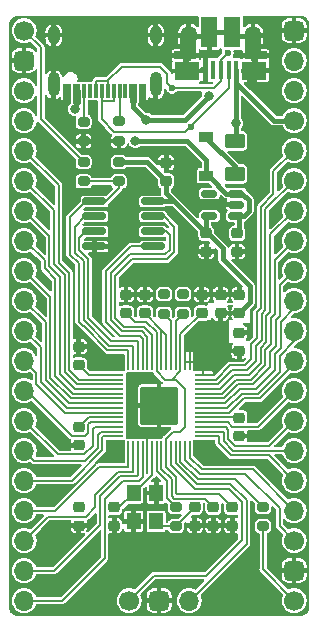
<source format=gbr>
%TF.GenerationSoftware,KiCad,Pcbnew,(6.0.1)*%
%TF.CreationDate,2022-03-04T09:32:41+09:00*%
%TF.ProjectId,yuiop2040,7975696f-7032-4303-9430-2e6b69636164,2*%
%TF.SameCoordinates,Original*%
%TF.FileFunction,Copper,L1,Top*%
%TF.FilePolarity,Positive*%
%FSLAX46Y46*%
G04 Gerber Fmt 4.6, Leading zero omitted, Abs format (unit mm)*
G04 Created by KiCad (PCBNEW (6.0.1)) date 2022-03-04 09:32:41*
%MOMM*%
%LPD*%
G01*
G04 APERTURE LIST*
G04 Aperture macros list*
%AMRoundRect*
0 Rectangle with rounded corners*
0 $1 Rounding radius*
0 $2 $3 $4 $5 $6 $7 $8 $9 X,Y pos of 4 corners*
0 Add a 4 corners polygon primitive as box body*
4,1,4,$2,$3,$4,$5,$6,$7,$8,$9,$2,$3,0*
0 Add four circle primitives for the rounded corners*
1,1,$1+$1,$2,$3*
1,1,$1+$1,$4,$5*
1,1,$1+$1,$6,$7*
1,1,$1+$1,$8,$9*
0 Add four rect primitives between the rounded corners*
20,1,$1+$1,$2,$3,$4,$5,0*
20,1,$1+$1,$4,$5,$6,$7,0*
20,1,$1+$1,$6,$7,$8,$9,0*
20,1,$1+$1,$8,$9,$2,$3,0*%
G04 Aperture macros list end*
%TA.AperFunction,SMDPad,CuDef*%
%ADD10RoundRect,0.200000X0.275000X-0.200000X0.275000X0.200000X-0.275000X0.200000X-0.275000X-0.200000X0*%
%TD*%
%TA.AperFunction,SMDPad,CuDef*%
%ADD11RoundRect,0.050000X-0.650000X-0.050000X0.650000X-0.050000X0.650000X0.050000X-0.650000X0.050000X0*%
%TD*%
%TA.AperFunction,SMDPad,CuDef*%
%ADD12RoundRect,0.050000X-0.050000X-0.650000X0.050000X-0.650000X0.050000X0.650000X-0.050000X0.650000X0*%
%TD*%
%TA.AperFunction,SMDPad,CuDef*%
%ADD13RoundRect,0.144000X-1.456000X-1.456000X1.456000X-1.456000X1.456000X1.456000X-1.456000X1.456000X0*%
%TD*%
%TA.AperFunction,ComponentPad*%
%ADD14C,3.200000*%
%TD*%
%TA.AperFunction,ComponentPad*%
%ADD15C,1.700000*%
%TD*%
%TA.AperFunction,ComponentPad*%
%ADD16RoundRect,0.425000X0.425000X0.425000X-0.425000X0.425000X-0.425000X-0.425000X0.425000X-0.425000X0*%
%TD*%
%TA.AperFunction,ComponentPad*%
%ADD17O,1.700000X1.700000*%
%TD*%
%TA.AperFunction,SMDPad,CuDef*%
%ADD18RoundRect,0.225000X-0.250000X0.225000X-0.250000X-0.225000X0.250000X-0.225000X0.250000X0.225000X0*%
%TD*%
%TA.AperFunction,SMDPad,CuDef*%
%ADD19RoundRect,0.150000X0.512500X0.150000X-0.512500X0.150000X-0.512500X-0.150000X0.512500X-0.150000X0*%
%TD*%
%TA.AperFunction,ComponentPad*%
%ADD20RoundRect,0.425000X0.425000X-0.425000X0.425000X0.425000X-0.425000X0.425000X-0.425000X-0.425000X0*%
%TD*%
%TA.AperFunction,SMDPad,CuDef*%
%ADD21RoundRect,0.225000X0.250000X-0.225000X0.250000X0.225000X-0.250000X0.225000X-0.250000X-0.225000X0*%
%TD*%
%TA.AperFunction,SMDPad,CuDef*%
%ADD22R,1.200000X0.900000*%
%TD*%
%TA.AperFunction,SMDPad,CuDef*%
%ADD23RoundRect,0.200000X-0.275000X0.200000X-0.275000X-0.200000X0.275000X-0.200000X0.275000X0.200000X0*%
%TD*%
%TA.AperFunction,SMDPad,CuDef*%
%ADD24R,1.200000X1.400000*%
%TD*%
%TA.AperFunction,SMDPad,CuDef*%
%ADD25RoundRect,0.250000X-0.625000X0.375000X-0.625000X-0.375000X0.625000X-0.375000X0.625000X0.375000X0*%
%TD*%
%TA.AperFunction,SMDPad,CuDef*%
%ADD26RoundRect,0.150000X-0.825000X-0.150000X0.825000X-0.150000X0.825000X0.150000X-0.825000X0.150000X0*%
%TD*%
%TA.AperFunction,ComponentPad*%
%ADD27RoundRect,0.425000X-0.425000X-0.425000X0.425000X-0.425000X0.425000X0.425000X-0.425000X0.425000X0*%
%TD*%
%TA.AperFunction,SMDPad,CuDef*%
%ADD28R,0.400000X1.650000*%
%TD*%
%TA.AperFunction,ComponentPad*%
%ADD29O,1.350000X1.700000*%
%TD*%
%TA.AperFunction,SMDPad,CuDef*%
%ADD30R,1.430000X2.500000*%
%TD*%
%TA.AperFunction,SMDPad,CuDef*%
%ADD31R,2.000000X1.500000*%
%TD*%
%TA.AperFunction,SMDPad,CuDef*%
%ADD32R,1.350000X2.000000*%
%TD*%
%TA.AperFunction,SMDPad,CuDef*%
%ADD33R,1.825000X0.700000*%
%TD*%
%TA.AperFunction,ComponentPad*%
%ADD34O,1.100000X1.500000*%
%TD*%
%TA.AperFunction,SMDPad,CuDef*%
%ADD35R,0.300000X1.150000*%
%TD*%
%TA.AperFunction,ComponentPad*%
%ADD36O,1.000000X1.600000*%
%TD*%
%TA.AperFunction,ComponentPad*%
%ADD37O,1.000000X2.100000*%
%TD*%
%TA.AperFunction,ViaPad*%
%ADD38C,0.800000*%
%TD*%
%TA.AperFunction,ViaPad*%
%ADD39C,0.600000*%
%TD*%
%TA.AperFunction,Conductor*%
%ADD40C,0.400000*%
%TD*%
%TA.AperFunction,Conductor*%
%ADD41C,0.200000*%
%TD*%
G04 APERTURE END LIST*
D10*
%TO.P,R2,1*%
%TO.N,Net-(R2-Pad1)*%
X141400000Y-99025000D03*
%TO.P,R2,2*%
%TO.N,/USB_D-*%
X141400000Y-97375000D03*
%TD*%
D11*
%TO.P,U2,1,IOVDD*%
%TO.N,+3V3*%
X135700000Y-104200000D03*
%TO.P,U2,2,GPIO0*%
%TO.N,/GPIO0*%
X135700000Y-104600000D03*
%TO.P,U2,3,GPIO1*%
%TO.N,/GPIO1*%
X135700000Y-105000000D03*
%TO.P,U2,4,GPIO2*%
%TO.N,/GPIO2*%
X135700000Y-105400000D03*
%TO.P,U2,5,GPIO3*%
%TO.N,/GPIO3*%
X135700000Y-105800000D03*
%TO.P,U2,6,GPIO4*%
%TO.N,/GPIO4*%
X135700000Y-106200000D03*
%TO.P,U2,7,GPIO5*%
%TO.N,/GPIO5*%
X135700000Y-106600000D03*
%TO.P,U2,8,GPIO6*%
%TO.N,/GPIO6*%
X135700000Y-107000000D03*
%TO.P,U2,9,GPIO7*%
%TO.N,/GPIO7*%
X135700000Y-107400000D03*
%TO.P,U2,10,IOVDD*%
%TO.N,+3V3*%
X135700000Y-107800000D03*
%TO.P,U2,11,GPIO8*%
%TO.N,/GPIO8*%
X135700000Y-108200000D03*
%TO.P,U2,12,GPIO9*%
%TO.N,/GPIO9*%
X135700000Y-108600000D03*
%TO.P,U2,13,GPIO10*%
%TO.N,/GPIO10*%
X135700000Y-109000000D03*
%TO.P,U2,14,GPIO11*%
%TO.N,/GPIO11*%
X135700000Y-109400000D03*
D12*
%TO.P,U2,15,GPIO12*%
%TO.N,/GPIO12*%
X136800000Y-110500000D03*
%TO.P,U2,16,GPIO13*%
%TO.N,/GPIO13*%
X137200000Y-110500000D03*
%TO.P,U2,17,GPIO14*%
%TO.N,/GPIO14*%
X137600000Y-110500000D03*
%TO.P,U2,18,GPIO15*%
%TO.N,/GPIO15*%
X138000000Y-110500000D03*
%TO.P,U2,19,TESTEN*%
%TO.N,GND*%
X138400000Y-110500000D03*
%TO.P,U2,20,XIN*%
%TO.N,/XIN*%
X138800000Y-110500000D03*
%TO.P,U2,21,XOUT*%
%TO.N,/XOUT*%
X139200000Y-110500000D03*
%TO.P,U2,22,IOVDD*%
%TO.N,+3V3*%
X139600000Y-110500000D03*
%TO.P,U2,23,DVDD*%
%TO.N,+1V1*%
X140000000Y-110500000D03*
%TO.P,U2,24,SWCLK*%
%TO.N,/SWCLK*%
X140400000Y-110500000D03*
%TO.P,U2,25,SWD*%
%TO.N,/SWD*%
X140800000Y-110500000D03*
%TO.P,U2,26,RUN*%
%TO.N,/RUN*%
X141200000Y-110500000D03*
%TO.P,U2,27,GPIO16*%
%TO.N,/GPIO16*%
X141600000Y-110500000D03*
%TO.P,U2,28,GPIO17*%
%TO.N,/GPIO17*%
X142000000Y-110500000D03*
D11*
%TO.P,U2,29,GPIO18*%
%TO.N,/GPIO18*%
X143100000Y-109400000D03*
%TO.P,U2,30,GPIO19*%
%TO.N,/GPIO19*%
X143100000Y-109000000D03*
%TO.P,U2,31,GPIO20*%
%TO.N,/GPIO20*%
X143100000Y-108600000D03*
%TO.P,U2,32,GPIO21*%
%TO.N,/GPIO21*%
X143100000Y-108200000D03*
%TO.P,U2,33,IOVDD*%
%TO.N,+3V3*%
X143100000Y-107800000D03*
%TO.P,U2,34,GPIO22*%
%TO.N,/GPIO22*%
X143100000Y-107400000D03*
%TO.P,U2,35,GPIO23*%
%TO.N,/GPIO23*%
X143100000Y-107000000D03*
%TO.P,U2,36,GPIO24*%
%TO.N,/GPIO24*%
X143100000Y-106600000D03*
%TO.P,U2,37,GPIO25*%
%TO.N,/GPIO25*%
X143100000Y-106200000D03*
%TO.P,U2,38,GPIO26_ADC0*%
%TO.N,/GPIO26_ADC0*%
X143100000Y-105800000D03*
%TO.P,U2,39,GPIO27_ADC1*%
%TO.N,/GPIO27_ADC1*%
X143100000Y-105400000D03*
%TO.P,U2,40,GPIO28_ADC2*%
%TO.N,/GPIO28_ADC2*%
X143100000Y-105000000D03*
%TO.P,U2,41,GPIO29_ADC3*%
%TO.N,/GPIO29_ADC3*%
X143100000Y-104600000D03*
%TO.P,U2,42,IOVDD*%
%TO.N,+3V3*%
X143100000Y-104200000D03*
D12*
%TO.P,U2,43,ADC_AVDD*%
X142000000Y-103100000D03*
%TO.P,U2,44,VREG_IN*%
X141600000Y-103100000D03*
%TO.P,U2,45,VREG_VOUT*%
%TO.N,+1V1*%
X141200000Y-103100000D03*
%TO.P,U2,46,USB_DM*%
%TO.N,Net-(R2-Pad1)*%
X140800000Y-103100000D03*
%TO.P,U2,47,USB_DP*%
%TO.N,Net-(R1-Pad1)*%
X140400000Y-103100000D03*
%TO.P,U2,48,USB_VDD*%
%TO.N,+3V3*%
X140000000Y-103100000D03*
%TO.P,U2,49,IOVDD*%
X139600000Y-103100000D03*
%TO.P,U2,50,DVDD*%
%TO.N,+1V1*%
X139200000Y-103100000D03*
%TO.P,U2,51,QSPI_SD3*%
%TO.N,/QSPI_SD3*%
X138800000Y-103100000D03*
%TO.P,U2,52,QSPI_SCLK*%
%TO.N,/QSPI_SCLK*%
X138400000Y-103100000D03*
%TO.P,U2,53,QSPI_SD0*%
%TO.N,/QSPI_SD0*%
X138000000Y-103100000D03*
%TO.P,U2,54,QSPI_SD2*%
%TO.N,/QSPI_SD2*%
X137600000Y-103100000D03*
%TO.P,U2,55,QSPI_SD1*%
%TO.N,/QSPI_SD1*%
X137200000Y-103100000D03*
%TO.P,U2,56,QSPI_SS*%
%TO.N,/QSPI_SS*%
X136800000Y-103100000D03*
D13*
%TO.P,U2,57,GND*%
%TO.N,GND*%
X139400000Y-106800000D03*
D14*
X139400000Y-106800000D03*
%TD*%
D15*
%TO.P,J4,1,Pin_1*%
%TO.N,/RESET*%
X150830000Y-123310000D03*
D16*
%TO.P,J4,2,Pin_2*%
%TO.N,GND*%
X150830000Y-120770000D03*
D15*
%TO.P,J4,3,Pin_3*%
%TO.N,/GPIO16*%
X150830000Y-118230000D03*
D17*
%TO.P,J4,4,Pin_4*%
%TO.N,/GPIO17*%
X150830000Y-115690000D03*
%TO.P,J4,5,Pin_5*%
%TO.N,/GPIO18*%
X150830000Y-113150000D03*
%TO.P,J4,6,Pin_6*%
%TO.N,/GPIO19*%
X150830000Y-110610000D03*
%TO.P,J4,7,Pin_7*%
%TO.N,/GPIO20*%
X150830000Y-108070000D03*
%TO.P,J4,8,Pin_8*%
%TO.N,/GPIO21*%
X150830000Y-105530000D03*
%TO.P,J4,9,Pin_9*%
%TO.N,/GPIO22*%
X150830000Y-102990000D03*
%TO.P,J4,10,Pin_10*%
%TO.N,/GPIO23*%
X150830000Y-100450000D03*
%TO.P,J4,11,Pin_11*%
%TO.N,/GPIO24*%
X150830000Y-97910000D03*
%TO.P,J4,12,Pin_12*%
%TO.N,/GPIO25*%
X150830000Y-95370000D03*
%TO.P,J4,13,Pin_13*%
%TO.N,/GPIO26_ADC0*%
X150830000Y-92830000D03*
%TO.P,J4,14,Pin_14*%
%TO.N,/GPIO27_ADC1*%
X150830000Y-90290000D03*
D15*
%TO.P,J4,15,Pin_15*%
%TO.N,/GPIO28_ADC2*%
X150830000Y-87750000D03*
D17*
%TO.P,J4,16,Pin_16*%
%TO.N,/GPIO29_ADC3*%
X150830000Y-85210000D03*
D15*
%TO.P,J4,17,Pin_17*%
%TO.N,/USB_VBUS*%
X150830000Y-82670000D03*
D17*
%TO.P,J4,18,Pin_18*%
%TO.N,/USB_D-*%
X150830000Y-80130000D03*
%TO.P,J4,19,Pin_19*%
%TO.N,/USB_D+*%
X150830000Y-77590000D03*
D16*
%TO.P,J4,20,Pin_20*%
%TO.N,GND*%
X150830000Y-75050000D03*
%TD*%
D18*
%TO.P,C10,1*%
%TO.N,+3V3*%
X144000000Y-115425000D03*
%TO.P,C10,2*%
%TO.N,GND*%
X144000000Y-116975000D03*
%TD*%
%TO.P,C9,1*%
%TO.N,+3V3*%
X132600000Y-108625000D03*
%TO.P,C9,2*%
%TO.N,GND*%
X132600000Y-110175000D03*
%TD*%
%TO.P,C11,1*%
%TO.N,+3V3*%
X146200000Y-107825000D03*
%TO.P,C11,2*%
%TO.N,GND*%
X146200000Y-109375000D03*
%TD*%
D10*
%TO.P,R1,1*%
%TO.N,Net-(R1-Pad1)*%
X139800000Y-99025000D03*
%TO.P,R1,2*%
%TO.N,/USB_D+*%
X139800000Y-97375000D03*
%TD*%
D19*
%TO.P,U1,1,IN*%
%TO.N,/VSYS*%
X145937500Y-90750000D03*
%TO.P,U1,2,GND*%
%TO.N,GND*%
X145937500Y-89800000D03*
%TO.P,U1,3,EN*%
%TO.N,/VSYS*%
X145937500Y-88850000D03*
%TO.P,U1,4,BP*%
%TO.N,unconnected-(U1-Pad4)*%
X143662500Y-88850000D03*
%TO.P,U1,5,OUT*%
%TO.N,+3V3*%
X143662500Y-90750000D03*
%TD*%
D15*
%TO.P,J5,1,Pin_1*%
%TO.N,/SWCLK*%
X136860000Y-123310000D03*
D20*
%TO.P,J5,2,Pin_2*%
%TO.N,GND*%
X139400000Y-123310000D03*
D17*
%TO.P,J5,3,Pin_3*%
%TO.N,/SWD*%
X141940000Y-123310000D03*
%TD*%
D21*
%TO.P,C4,1*%
%TO.N,GND*%
X135600000Y-116975000D03*
%TO.P,C4,2*%
%TO.N,/XIN*%
X135600000Y-115425000D03*
%TD*%
D22*
%TO.P,DS1,1,K*%
%TO.N,/VSYS*%
X143400000Y-87350000D03*
%TO.P,DS1,2,A*%
%TO.N,Net-(DS1-Pad2)*%
X143400000Y-84050000D03*
%TD*%
D18*
%TO.P,C15,1*%
%TO.N,+1V1*%
X145600000Y-115425000D03*
%TO.P,C15,2*%
%TO.N,GND*%
X145600000Y-116975000D03*
%TD*%
D23*
%TO.P,R7,1*%
%TO.N,Net-(J2-PadA5)*%
X136000000Y-82750000D03*
%TO.P,R7,2*%
%TO.N,GND*%
X136000000Y-84400000D03*
%TD*%
D18*
%TO.P,C3,1*%
%TO.N,+3V3*%
X132600000Y-115425000D03*
%TO.P,C3,2*%
%TO.N,GND*%
X132600000Y-116975000D03*
%TD*%
D24*
%TO.P,Y1,1,1*%
%TO.N,/XIN*%
X137250000Y-114200000D03*
%TO.P,Y1,2,2*%
%TO.N,GND*%
X137250000Y-116600000D03*
%TO.P,Y1,3,3*%
%TO.N,Net-(C5-Pad2)*%
X139150000Y-116600000D03*
%TO.P,Y1,4,4*%
%TO.N,GND*%
X139150000Y-114200000D03*
%TD*%
D23*
%TO.P,R8,1*%
%TO.N,Net-(J2-PadB5)*%
X133000000Y-82775000D03*
%TO.P,R8,2*%
%TO.N,GND*%
X133000000Y-84425000D03*
%TD*%
D21*
%TO.P,C12,1*%
%TO.N,+3V3*%
X146200000Y-102175000D03*
%TO.P,C12,2*%
%TO.N,GND*%
X146200000Y-100625000D03*
%TD*%
D18*
%TO.P,C1,1*%
%TO.N,/VSYS*%
X146000000Y-92225000D03*
%TO.P,C1,2*%
%TO.N,GND*%
X146000000Y-93775000D03*
%TD*%
D25*
%TO.P,F1,1*%
%TO.N,/USB_VBUS*%
X145800000Y-84400000D03*
%TO.P,F1,2*%
%TO.N,Net-(DS1-Pad2)*%
X145800000Y-87200000D03*
%TD*%
D21*
%TO.P,C7,1*%
%TO.N,+1V1*%
X143000000Y-98975000D03*
%TO.P,C7,2*%
%TO.N,GND*%
X143000000Y-97425000D03*
%TD*%
%TO.P,C14,1*%
%TO.N,+3V3*%
X138200000Y-98975000D03*
%TO.P,C14,2*%
%TO.N,GND*%
X138200000Y-97425000D03*
%TD*%
D23*
%TO.P,R5,1*%
%TO.N,/BOOTSEL*%
X133000000Y-86175000D03*
%TO.P,R5,2*%
%TO.N,/QSPI_SS*%
X133000000Y-87825000D03*
%TD*%
D21*
%TO.P,C6,1*%
%TO.N,+3V3*%
X144600000Y-98975000D03*
%TO.P,C6,2*%
%TO.N,GND*%
X144600000Y-97425000D03*
%TD*%
D26*
%TO.P,U3,1,~{CS}*%
%TO.N,/QSPI_SS*%
X133925000Y-89520000D03*
%TO.P,U3,2,DO(IO1)*%
%TO.N,/QSPI_SD1*%
X133925000Y-90790000D03*
%TO.P,U3,3,IO2*%
%TO.N,/QSPI_SD2*%
X133925000Y-92060000D03*
%TO.P,U3,4,GND*%
%TO.N,GND*%
X133925000Y-93330000D03*
%TO.P,U3,5,DI(IO0)*%
%TO.N,/QSPI_SD0*%
X138875000Y-93330000D03*
%TO.P,U3,6,CLK*%
%TO.N,/QSPI_SCLK*%
X138875000Y-92060000D03*
%TO.P,U3,7,IO3*%
%TO.N,/QSPI_SD3*%
X138875000Y-90790000D03*
%TO.P,U3,8,VCC*%
%TO.N,+3V3*%
X138875000Y-89520000D03*
%TD*%
D21*
%TO.P,C16,1*%
%TO.N,+1V1*%
X136600000Y-98975000D03*
%TO.P,C16,2*%
%TO.N,GND*%
X136600000Y-97425000D03*
%TD*%
D10*
%TO.P,R3,1*%
%TO.N,Net-(C5-Pad2)*%
X140800000Y-117025000D03*
%TO.P,R3,2*%
%TO.N,/XOUT*%
X140800000Y-115375000D03*
%TD*%
D21*
%TO.P,C13,1*%
%TO.N,+3V3*%
X146200000Y-98975000D03*
%TO.P,C13,2*%
%TO.N,GND*%
X146200000Y-97425000D03*
%TD*%
D15*
%TO.P,J3,1,Pin_1*%
%TO.N,/BOOTSEL*%
X127970000Y-75050000D03*
D27*
%TO.P,J3,2,Pin_2*%
%TO.N,GND*%
X127970000Y-77590000D03*
D15*
%TO.P,J3,3,Pin_3*%
%TO.N,/VSYS*%
X127970000Y-80130000D03*
D17*
%TO.P,J3,4,Pin_4*%
%TO.N,+3V3*%
X127970000Y-82670000D03*
%TO.P,J3,5,Pin_5*%
%TO.N,/GPIO0*%
X127970000Y-85210000D03*
%TO.P,J3,6,Pin_6*%
%TO.N,/GPIO1*%
X127970000Y-87750000D03*
%TO.P,J3,7,Pin_7*%
%TO.N,/GPIO2*%
X127970000Y-90290000D03*
%TO.P,J3,8,Pin_8*%
%TO.N,/GPIO3*%
X127970000Y-92830000D03*
%TO.P,J3,9,Pin_9*%
%TO.N,/GPIO4*%
X127970000Y-95370000D03*
%TO.P,J3,10,Pin_10*%
%TO.N,/GPIO5*%
X127970000Y-97910000D03*
%TO.P,J3,11,Pin_11*%
%TO.N,/GPIO6*%
X127970000Y-100450000D03*
%TO.P,J3,12,Pin_12*%
%TO.N,/GPIO7*%
X127970000Y-102990000D03*
%TO.P,J3,13,Pin_13*%
%TO.N,/GPIO8*%
X127970000Y-105530000D03*
%TO.P,J3,14,Pin_14*%
%TO.N,/GPIO9*%
X127970000Y-108070000D03*
%TO.P,J3,15,Pin_15*%
%TO.N,/GPIO10*%
X127970000Y-110610000D03*
%TO.P,J3,16,Pin_16*%
%TO.N,/GPIO11*%
X127970000Y-113150000D03*
%TO.P,J3,17,Pin_17*%
%TO.N,/GPIO12*%
X127970000Y-115690000D03*
%TO.P,J3,18,Pin_18*%
%TO.N,/GPIO13*%
X127970000Y-118230000D03*
%TO.P,J3,19,Pin_19*%
%TO.N,/GPIO14*%
X127970000Y-120770000D03*
%TO.P,J3,20,Pin_20*%
%TO.N,/GPIO15*%
X127970000Y-123310000D03*
%TD*%
D18*
%TO.P,C2,1*%
%TO.N,+3V3*%
X143400000Y-92225000D03*
%TO.P,C2,2*%
%TO.N,GND*%
X143400000Y-93775000D03*
%TD*%
D21*
%TO.P,C5,1*%
%TO.N,GND*%
X142400000Y-116975000D03*
%TO.P,C5,2*%
%TO.N,Net-(C5-Pad2)*%
X142400000Y-115425000D03*
%TD*%
D28*
%TO.P,J1,1,VBUS*%
%TO.N,/USB_VBUS*%
X145925000Y-78365000D03*
%TO.P,J1,2,D-*%
%TO.N,/USB_D-*%
X145275000Y-78365000D03*
%TO.P,J1,3,D+*%
%TO.N,/USB_D+*%
X144625000Y-78365000D03*
%TO.P,J1,4,ID*%
%TO.N,unconnected-(J1-Pad4)*%
X143975000Y-78365000D03*
%TO.P,J1,5,GND*%
%TO.N,GND*%
X143325000Y-78365000D03*
D29*
%TO.P,J1,6,Shield*%
X141895000Y-75485000D03*
D30*
X145585000Y-75215000D03*
D31*
X141725000Y-78485000D03*
D32*
X147355000Y-76415000D03*
D30*
X143665000Y-75215000D03*
D31*
X147475000Y-78465000D03*
D32*
X141875000Y-76415000D03*
D33*
X141625000Y-77165000D03*
D34*
X142205000Y-78485000D03*
D33*
X147575000Y-77165000D03*
D34*
X147045000Y-78485000D03*
D29*
X147355000Y-75485000D03*
%TD*%
D35*
%TO.P,J2,A1,GND*%
%TO.N,GND*%
X138150000Y-80185000D03*
%TO.P,J2,A4,VBUS*%
%TO.N,/USB_VBUS*%
X137350000Y-80185000D03*
%TO.P,J2,A5,CC1*%
%TO.N,Net-(J2-PadA5)*%
X136050000Y-80185000D03*
%TO.P,J2,A6,D+*%
%TO.N,/USB_D+*%
X135050000Y-80185000D03*
%TO.P,J2,A7,D-*%
%TO.N,/USB_D-*%
X134550000Y-80185000D03*
%TO.P,J2,A8,SBU1*%
%TO.N,unconnected-(J2-PadA8)*%
X133550000Y-80185000D03*
%TO.P,J2,A9,VBUS*%
%TO.N,/USB_VBUS*%
X132250000Y-80185000D03*
%TO.P,J2,A12,GND*%
%TO.N,GND*%
X131450000Y-80185000D03*
%TO.P,J2,B1,GND*%
X131750000Y-80185000D03*
%TO.P,J2,B4,VBUS*%
%TO.N,/USB_VBUS*%
X132550000Y-80185000D03*
%TO.P,J2,B5,CC2*%
%TO.N,Net-(J2-PadB5)*%
X133050000Y-80185000D03*
%TO.P,J2,B6,D+*%
%TO.N,/USB_D+*%
X134050000Y-80185000D03*
%TO.P,J2,B7,D-*%
%TO.N,/USB_D-*%
X135550000Y-80185000D03*
%TO.P,J2,B8,SBU2*%
%TO.N,unconnected-(J2-PadB8)*%
X136550000Y-80185000D03*
%TO.P,J2,B9,VBUS*%
%TO.N,/USB_VBUS*%
X137050000Y-80185000D03*
%TO.P,J2,B12,GND*%
%TO.N,GND*%
X137850000Y-80185000D03*
D36*
%TO.P,J2,S1,SHIELD*%
X130480000Y-75440000D03*
X139120000Y-75440000D03*
D37*
X139120000Y-79620000D03*
X130480000Y-79620000D03*
%TD*%
D21*
%TO.P,C8,1*%
%TO.N,+3V3*%
X132600000Y-103375000D03*
%TO.P,C8,2*%
%TO.N,GND*%
X132600000Y-101825000D03*
%TD*%
%TO.P,C17,1*%
%TO.N,+3V3*%
X140000000Y-87800000D03*
%TO.P,C17,2*%
%TO.N,GND*%
X140000000Y-86250000D03*
%TD*%
D10*
%TO.P,R6,1*%
%TO.N,/RESET*%
X148200000Y-117025000D03*
%TO.P,R6,2*%
%TO.N,/RUN*%
X148200000Y-115375000D03*
%TD*%
%TO.P,R4,1*%
%TO.N,/QSPI_SS*%
X136000000Y-87825000D03*
%TO.P,R4,2*%
%TO.N,+3V3*%
X136000000Y-86175000D03*
%TD*%
D38*
%TO.N,/VSYS*%
X137400000Y-84400000D03*
D39*
%TO.N,+3V3*%
X136000000Y-86175000D03*
X132600000Y-103375000D03*
X146200000Y-102175000D03*
X132600000Y-108625000D03*
X144000000Y-115425000D03*
X132600000Y-115400000D03*
X146200000Y-107825000D03*
X138206250Y-98993750D03*
D38*
%TO.N,/USB_VBUS*%
X132300000Y-81700000D03*
X143600000Y-80600000D03*
X145900000Y-82900000D03*
X138300000Y-82600000D03*
D39*
%TO.N,/USB_D-*%
X142100000Y-83200000D03*
X141400000Y-97375000D03*
%TO.N,/USB_D+*%
X140500000Y-79900000D03*
X145200000Y-76964502D03*
X139800000Y-97375000D03*
%TD*%
D40*
%TO.N,/VSYS*%
X143400000Y-86000000D02*
X143400000Y-87350000D01*
X146550000Y-90750000D02*
X145937500Y-90750000D01*
X137400000Y-84400000D02*
X141800000Y-84400000D01*
X143702138Y-87450000D02*
X143400000Y-87450000D01*
X146200000Y-91012500D02*
X146200000Y-92225000D01*
X145102138Y-88850000D02*
X143702138Y-87450000D01*
X146999520Y-90300480D02*
X146550000Y-90750000D01*
X146450000Y-88850000D02*
X146999520Y-89399520D01*
X146999520Y-89399520D02*
X146999520Y-90300480D01*
X145937500Y-88850000D02*
X146450000Y-88850000D01*
X145937500Y-88850000D02*
X145102138Y-88850000D01*
X145937500Y-90750000D02*
X146200000Y-91012500D01*
X141800000Y-84400000D02*
X143400000Y-86000000D01*
D41*
%TO.N,GND*%
X139150000Y-114200000D02*
X139150000Y-114700000D01*
D40*
X143395000Y-75485000D02*
X143665000Y-75215000D01*
X141895000Y-75485000D02*
X143395000Y-75485000D01*
X145585000Y-75215000D02*
X143665000Y-75215000D01*
X145855000Y-75485000D02*
X145585000Y-75215000D01*
X147355000Y-75485000D02*
X145855000Y-75485000D01*
%TO.N,+3V3*%
X143400000Y-91012500D02*
X143400000Y-92225000D01*
D41*
X142837500Y-107800000D02*
X146175000Y-107800000D01*
D40*
X143400000Y-92225000D02*
X143525000Y-92225000D01*
D41*
X133425000Y-104200000D02*
X132600000Y-103375000D01*
X140665486Y-114675480D02*
X140449031Y-114459025D01*
X144000000Y-115425000D02*
X143250480Y-114675480D01*
X139600000Y-100387500D02*
X139600000Y-103362500D01*
D40*
X140000000Y-88825000D02*
X143400000Y-92225000D01*
D41*
X146200000Y-102175000D02*
X146200000Y-102039303D01*
X132600000Y-108625000D02*
X133425000Y-107800000D01*
D40*
X138875000Y-89520000D02*
X140695000Y-89520000D01*
D41*
X140449031Y-114459025D02*
X140449031Y-113049031D01*
D40*
X138375000Y-86175000D02*
X136000000Y-86175000D01*
X140000000Y-87800000D02*
X138375000Y-86175000D01*
X144800000Y-93500000D02*
X144800000Y-94400000D01*
X144800000Y-94400000D02*
X147100000Y-96700000D01*
D41*
X133425000Y-107800000D02*
X135962500Y-107800000D01*
X138200000Y-98987500D02*
X139600000Y-100387500D01*
X139600000Y-100387500D02*
X140000000Y-100787500D01*
X139600000Y-112200000D02*
X139600000Y-110237500D01*
D40*
X143662500Y-90750000D02*
X143400000Y-91012500D01*
X140695000Y-89520000D02*
X143400000Y-92225000D01*
D41*
X146175000Y-107800000D02*
X146200000Y-107825000D01*
X138206250Y-98993750D02*
X138200000Y-98987500D01*
X140449031Y-113049031D02*
X139600000Y-112200000D01*
D40*
X147100000Y-96700000D02*
X147100000Y-98075000D01*
X140000000Y-87800000D02*
X140000000Y-88825000D01*
D41*
X140000000Y-103362500D02*
X140000000Y-100787500D01*
X138200000Y-98975000D02*
X138200000Y-98987500D01*
X135962500Y-104200000D02*
X133425000Y-104200000D01*
D40*
X143525000Y-92225000D02*
X144800000Y-93500000D01*
X147100000Y-98075000D02*
X146200000Y-98975000D01*
D41*
X143250480Y-114675480D02*
X140665486Y-114675480D01*
%TO.N,/XIN*%
X138800000Y-112650000D02*
X137250000Y-114200000D01*
X135600000Y-115425000D02*
X136025000Y-115425000D01*
X136025000Y-115425000D02*
X137250000Y-114200000D01*
X138800000Y-110237500D02*
X138800000Y-112650000D01*
%TO.N,Net-(C5-Pad2)*%
X139575000Y-117025000D02*
X140800000Y-117025000D01*
X139150000Y-116600000D02*
X139575000Y-117025000D01*
X140800000Y-117025000D02*
X142400000Y-115425000D01*
%TO.N,+1V1*%
X140875960Y-114275960D02*
X140848551Y-114248551D01*
X141200000Y-103894295D02*
X141200000Y-103362500D01*
X141200000Y-109000000D02*
X140604727Y-109000000D01*
X140000000Y-112034994D02*
X140000000Y-110237500D01*
X140848551Y-112883545D02*
X140000000Y-112034994D01*
X139200000Y-103362500D02*
X139200000Y-100600000D01*
X140604727Y-109000000D02*
X140000000Y-109604727D01*
X141600000Y-105400000D02*
X141600000Y-108600000D01*
X140494295Y-104600000D02*
X141200000Y-103894295D01*
X139200000Y-103894295D02*
X139905705Y-104600000D01*
X144450960Y-114275960D02*
X140875960Y-114275960D01*
X139200000Y-103362500D02*
X139200000Y-103894295D01*
X140200000Y-104600000D02*
X140800000Y-104600000D01*
X137349520Y-99724520D02*
X136600000Y-98975000D01*
X140200000Y-104600000D02*
X140494295Y-104600000D01*
X140800000Y-104600000D02*
X141600000Y-105400000D01*
X141200000Y-100775000D02*
X143000000Y-98975000D01*
X145600000Y-115425000D02*
X144450960Y-114275960D01*
X139905705Y-104600000D02*
X140200000Y-104600000D01*
X141200000Y-103362500D02*
X141200000Y-100775000D01*
X139200000Y-100600000D02*
X138324520Y-99724520D01*
X140000000Y-109604727D02*
X140000000Y-110237500D01*
X140848551Y-114248551D02*
X140848551Y-112883545D01*
X138324520Y-99724520D02*
X137349520Y-99724520D01*
X141600000Y-108600000D02*
X141200000Y-109000000D01*
D40*
%TO.N,Net-(DS1-Pad2)*%
X145800000Y-86550000D02*
X143400000Y-84150000D01*
X145800000Y-87200000D02*
X145800000Y-86550000D01*
%TO.N,/USB_VBUS*%
X149120000Y-82670000D02*
X145925000Y-79475000D01*
X132400000Y-81200000D02*
X132299511Y-81099511D01*
X132500489Y-81099511D02*
X132500489Y-80185000D01*
X145925000Y-78365000D02*
X145925000Y-79475000D01*
X132400000Y-81600000D02*
X132300000Y-81700000D01*
X145925000Y-79475000D02*
X145925000Y-82875000D01*
X132400000Y-81200000D02*
X132500489Y-81099511D01*
X137200000Y-81100000D02*
X137300489Y-80999511D01*
X149120000Y-82670000D02*
X150830000Y-82670000D01*
X137200000Y-81100000D02*
X137200000Y-81500000D01*
X145900000Y-82900000D02*
X145900000Y-84300000D01*
X141600000Y-82600000D02*
X143600000Y-80600000D01*
X137200000Y-81500000D02*
X138300000Y-82600000D01*
X145900000Y-84300000D02*
X145800000Y-84400000D01*
X137300489Y-80999511D02*
X137300489Y-80185000D01*
X137200000Y-81100000D02*
X137099511Y-80999511D01*
X132299511Y-81099511D02*
X132299511Y-80185000D01*
X145925000Y-82875000D02*
X145900000Y-82900000D01*
X132400000Y-81300000D02*
X132400000Y-81600000D01*
X137099511Y-80999511D02*
X137099511Y-80185000D01*
X132400000Y-81200000D02*
X132400000Y-81300000D01*
X138300000Y-82600000D02*
X141600000Y-82600000D01*
D41*
%TO.N,/USB_D-*%
X134550000Y-82550000D02*
X134550000Y-80185000D01*
X141632502Y-83600000D02*
X142166251Y-83066251D01*
X135550000Y-80185000D02*
X135550000Y-81009022D01*
X134550000Y-81009022D02*
X134550000Y-80185000D01*
X138566783Y-83600000D02*
X135600000Y-83600000D01*
X142166251Y-83066251D02*
X145275000Y-79957503D01*
X135499511Y-81059511D02*
X134600489Y-81059511D01*
X145275000Y-79957503D02*
X145275000Y-78365000D01*
X142100000Y-83132503D02*
X142166251Y-83066251D01*
X142100000Y-83200000D02*
X142100000Y-83132503D01*
X135600000Y-83600000D02*
X134550000Y-82550000D01*
X138566783Y-83600000D02*
X141632502Y-83600000D01*
X135550000Y-81009022D02*
X135499511Y-81059511D01*
X134600489Y-81059511D02*
X134550000Y-81009022D01*
%TO.N,/USB_D+*%
X140100000Y-78700000D02*
X139500000Y-78100000D01*
X144625000Y-79339022D02*
X144625000Y-78365000D01*
X140100000Y-79500000D02*
X140100000Y-78700000D01*
X134050000Y-79360978D02*
X134100489Y-79310489D01*
X144064022Y-79900000D02*
X144625000Y-79339022D01*
X140500000Y-79900000D02*
X140100000Y-79500000D01*
X144625000Y-78365000D02*
X144625000Y-77539502D01*
X134050000Y-80185000D02*
X134050000Y-79360978D01*
X135050000Y-79350000D02*
X135050000Y-80185000D01*
X136220978Y-78100000D02*
X135010489Y-79310489D01*
X134100489Y-79310489D02*
X135010489Y-79310489D01*
X135010489Y-79310489D02*
X135050000Y-79350000D01*
X144625000Y-77539502D02*
X145200000Y-76964502D01*
X140500000Y-79900000D02*
X144064022Y-79900000D01*
X139500000Y-78100000D02*
X136220978Y-78100000D01*
%TO.N,Net-(J2-PadA5)*%
X136050000Y-82700000D02*
X136050000Y-80185000D01*
X136000000Y-82750000D02*
X136050000Y-82700000D01*
%TO.N,Net-(J2-PadB5)*%
X133050000Y-82725000D02*
X133050000Y-80185000D01*
X133000000Y-82775000D02*
X133050000Y-82725000D01*
%TO.N,Net-(R1-Pad1)*%
X140400000Y-103362500D02*
X140400000Y-99625000D01*
X140400000Y-99625000D02*
X139800000Y-99025000D01*
%TO.N,Net-(R2-Pad1)*%
X140800000Y-103362500D02*
X140800000Y-99625000D01*
X140800000Y-99625000D02*
X141400000Y-99025000D01*
%TO.N,/XOUT*%
X140049511Y-113214517D02*
X139200000Y-112365006D01*
X140800000Y-115375000D02*
X140049511Y-114624511D01*
X140049511Y-114624511D02*
X140049511Y-113214517D01*
X139200000Y-112365006D02*
X139200000Y-112000000D01*
X139200000Y-112000000D02*
X139200000Y-110237500D01*
%TO.N,/QSPI_SS*%
X133000961Y-100095979D02*
X132995979Y-100095979D01*
X133180000Y-89520000D02*
X133925000Y-89520000D01*
X134880000Y-89520000D02*
X136000000Y-88400000D01*
X135026621Y-102121639D02*
X133000961Y-100095979D01*
X131851442Y-90848558D02*
X133180000Y-89520000D01*
X136800000Y-102121640D02*
X135026621Y-102121639D01*
X131851442Y-94016448D02*
X131851442Y-90848558D01*
X132600960Y-99700960D02*
X132600960Y-94765966D01*
X133000000Y-87825000D02*
X136000000Y-87825000D01*
X136000000Y-88400000D02*
X136000000Y-87825000D01*
X132600960Y-94765966D02*
X131851442Y-94016448D01*
X132995979Y-100095979D02*
X132600960Y-99700960D01*
X133925000Y-89520000D02*
X134880000Y-89520000D01*
X136800000Y-103362500D02*
X136800000Y-102121640D01*
%TO.N,/RUN*%
X142659064Y-112999040D02*
X145824040Y-112999040D01*
X145824040Y-112999040D02*
X148200000Y-115375000D01*
X141200000Y-110237500D02*
X141200000Y-111539976D01*
X141200000Y-111539976D02*
X142659064Y-112999040D01*
%TO.N,/GPIO0*%
X135962500Y-104600000D02*
X132608217Y-104600000D01*
X130900000Y-94695018D02*
X130900000Y-88140000D01*
X132608217Y-104600000D02*
X131800000Y-103791783D01*
X131800000Y-103791783D02*
X131800000Y-95595018D01*
X130900000Y-88140000D02*
X127970000Y-85210000D01*
X131800000Y-95595018D02*
X130900000Y-94695018D01*
%TO.N,/GPIO1*%
X130500000Y-94860024D02*
X131400000Y-95760024D01*
X130500000Y-90280000D02*
X130500000Y-94860024D01*
X131400000Y-103956789D02*
X132443211Y-105000000D01*
X127970000Y-87750000D02*
X130500000Y-90280000D01*
X131400000Y-95760024D02*
X131400000Y-103956789D01*
X132443211Y-105000000D02*
X135962500Y-105000000D01*
%TO.N,/GPIO2*%
X130100480Y-95025510D02*
X131000480Y-95925510D01*
X127970000Y-90290000D02*
X130100480Y-92420480D01*
X131000480Y-95925510D02*
X131000480Y-104122275D01*
X132278205Y-105400000D02*
X135962500Y-105400000D01*
X131000480Y-104122275D02*
X132278205Y-105400000D01*
X130100480Y-92420480D02*
X130100480Y-95025510D01*
%TO.N,/GPIO3*%
X127970000Y-92830000D02*
X128030000Y-92830000D01*
X129700961Y-95190997D02*
X130600961Y-96090997D01*
X130600961Y-96090997D02*
X130600961Y-104287762D01*
X128030000Y-92830000D02*
X129700960Y-94500960D01*
X130600961Y-104287762D02*
X132113199Y-105800000D01*
X129700960Y-94500960D02*
X129700961Y-95190997D01*
X132113199Y-105800000D02*
X135962500Y-105800000D01*
%TO.N,/GPIO4*%
X131948193Y-106200000D02*
X135962500Y-106200000D01*
X130201440Y-97601440D02*
X130201442Y-104453249D01*
X127970000Y-95370000D02*
X130201440Y-97601440D01*
X130201442Y-104453249D02*
X131948193Y-106200000D01*
%TO.N,/GPIO5*%
X131783187Y-106600000D02*
X135962500Y-106600000D01*
X129801921Y-99741921D02*
X129801921Y-104618734D01*
X127970000Y-97910000D02*
X129801921Y-99741921D01*
X129801921Y-104618734D02*
X131783187Y-106600000D01*
%TO.N,/GPIO6*%
X127970000Y-100450000D02*
X129402401Y-101882401D01*
X129402401Y-104784220D02*
X131618181Y-107000000D01*
X131618181Y-107000000D02*
X135962500Y-107000000D01*
X129402401Y-101882401D02*
X129402401Y-104784220D01*
%TO.N,/GPIO7*%
X129002881Y-104949706D02*
X131453175Y-107400000D01*
X127970000Y-102990000D02*
X129002881Y-104022881D01*
X129002881Y-104022881D02*
X129002881Y-104949706D01*
X131453175Y-107400000D02*
X135962500Y-107400000D01*
%TO.N,/GPIO8*%
X133600000Y-108200000D02*
X135962500Y-108200000D01*
X133400000Y-109120892D02*
X133400000Y-108400000D01*
X128177838Y-105530000D02*
X132047838Y-109400000D01*
X133120892Y-109400000D02*
X133400000Y-109120892D01*
X127970000Y-105530000D02*
X128177838Y-105530000D01*
X133400000Y-108400000D02*
X133600000Y-108200000D01*
X132047838Y-109400000D02*
X133120892Y-109400000D01*
%TO.N,/GPIO9*%
X130824520Y-110924520D02*
X133067263Y-110924520D01*
X134000000Y-108600000D02*
X133800480Y-108799520D01*
X133800480Y-108799520D02*
X133800480Y-109599520D01*
X133067263Y-110924520D02*
X133800480Y-110191303D01*
X127970000Y-108070000D02*
X130824520Y-110924520D01*
X135962500Y-108600000D02*
X134000000Y-108600000D01*
X133800480Y-110191303D02*
X133800480Y-109599520D01*
%TO.N,/GPIO10*%
X134500000Y-109000000D02*
X134199999Y-109300001D01*
X128820000Y-111460000D02*
X133139998Y-111460000D01*
X127970000Y-110610000D02*
X128820000Y-111460000D01*
X134199999Y-110399999D02*
X134199999Y-109300001D01*
X135962500Y-109000000D02*
X134500000Y-109000000D01*
X133139998Y-111460000D02*
X134199999Y-110399999D01*
%TO.N,/GPIO11*%
X132015004Y-113150000D02*
X134599520Y-110565484D01*
X134700000Y-109400000D02*
X134599520Y-109500480D01*
X134599520Y-110565484D02*
X134599520Y-109500480D01*
X135962500Y-109400000D02*
X134700000Y-109400000D01*
X127970000Y-113150000D02*
X132015004Y-113150000D01*
%TO.N,/GPIO12*%
X136800000Y-112000000D02*
X134300000Y-112000000D01*
X130590000Y-115690000D02*
X127970000Y-115690000D01*
X134300000Y-112000000D02*
X130600000Y-115700000D01*
X136800000Y-110237500D02*
X136800000Y-112000000D01*
X130600000Y-115700000D02*
X130590000Y-115690000D01*
%TO.N,/GPIO13*%
X130000000Y-116200000D02*
X127970000Y-118230000D01*
X135934994Y-112400000D02*
X134000960Y-114334034D01*
X134000960Y-115399040D02*
X133200000Y-116200000D01*
X134000960Y-114334034D02*
X134000960Y-115399040D01*
X137200000Y-110237500D02*
X137200000Y-112400000D01*
X137200000Y-112400000D02*
X135934994Y-112400000D01*
X133200000Y-116200000D02*
X130000000Y-116200000D01*
%TO.N,/GPIO14*%
X134400480Y-116899520D02*
X134400480Y-114499520D01*
X130530000Y-120770000D02*
X134400480Y-116899520D01*
X137600000Y-110237500D02*
X137600000Y-112700000D01*
X127970000Y-120770000D02*
X130530000Y-120770000D01*
X136100000Y-112800000D02*
X137500000Y-112800000D01*
X137600000Y-112700000D02*
X137500000Y-112800000D01*
X134400480Y-114499520D02*
X136100000Y-112800000D01*
%TO.N,/GPIO15*%
X134800000Y-114750978D02*
X134800000Y-119700000D01*
X138000000Y-112884994D02*
X137684994Y-113200000D01*
X138000000Y-110237500D02*
X138000000Y-112884994D01*
X136350978Y-113200000D02*
X134800000Y-114750978D01*
X137684994Y-113200000D02*
X136350978Y-113200000D01*
X131190000Y-123310000D02*
X127970000Y-123310000D01*
X134800000Y-119700000D02*
X131190000Y-123310000D01*
%TO.N,/SWCLK*%
X146400000Y-115000000D02*
X146400000Y-118200000D01*
X146400000Y-118200000D02*
X143400000Y-121200000D01*
X140400000Y-111869988D02*
X142406452Y-113876440D01*
X138970000Y-121200000D02*
X136860000Y-123310000D01*
X140400000Y-110237500D02*
X140400000Y-111869988D01*
X142406452Y-113876440D02*
X145276440Y-113876440D01*
X145276440Y-113876440D02*
X146400000Y-115000000D01*
X143400000Y-121200000D02*
X138970000Y-121200000D01*
%TO.N,/SWD*%
X142571938Y-113476920D02*
X145441927Y-113476921D01*
X146800000Y-114834994D02*
X146800000Y-118500000D01*
X140800000Y-111704982D02*
X142571938Y-113476920D01*
X146800000Y-118500000D02*
X141990000Y-123310000D01*
X145441927Y-113476921D02*
X146800000Y-114834994D01*
X140800000Y-110237500D02*
X140800000Y-111704982D01*
X141990000Y-123310000D02*
X141940000Y-123310000D01*
%TO.N,/GPIO16*%
X146699520Y-112599520D02*
X149600000Y-115500000D01*
X141600000Y-111374970D02*
X142824550Y-112599520D01*
X142824550Y-112599520D02*
X146699520Y-112599520D01*
X141600000Y-110237500D02*
X141600000Y-111374970D01*
X149600000Y-115500000D02*
X149600000Y-117000000D01*
X149600000Y-117000000D02*
X150830000Y-118230000D01*
%TO.N,/GPIO17*%
X147340000Y-112200000D02*
X150830000Y-115690000D01*
X142990036Y-112200000D02*
X147340000Y-112200000D01*
X142000000Y-110237500D02*
X142000000Y-111209964D01*
X142000000Y-111209964D02*
X142990036Y-112200000D01*
%TO.N,/GPIO18*%
X148689520Y-111009520D02*
X150830000Y-113150000D01*
X142837500Y-109400000D02*
X144468457Y-109400000D01*
X145487725Y-111009520D02*
X148689520Y-111009520D01*
X144468457Y-109400000D02*
X144468459Y-109990254D01*
X144468459Y-109990254D02*
X145487725Y-111009520D01*
%TO.N,/GPIO19*%
X144867978Y-109824767D02*
X145653211Y-110610000D01*
X145653211Y-110610000D02*
X150830000Y-110610000D01*
X142837500Y-109000000D02*
X144867977Y-109000000D01*
X144867977Y-109000000D02*
X144867978Y-109824767D01*
%TO.N,/GPIO20*%
X142837500Y-108600000D02*
X145034994Y-108600000D01*
X145034994Y-108600000D02*
X145267497Y-108832503D01*
X145267497Y-109659280D02*
X145808217Y-110200000D01*
X145267497Y-108832503D02*
X145267497Y-109659280D01*
X148700000Y-110200000D02*
X150830000Y-108070000D01*
X145808217Y-110200000D02*
X148700000Y-110200000D01*
%TO.N,/GPIO21*%
X145600000Y-108600000D02*
X147760000Y-108600000D01*
X145200000Y-108200000D02*
X145600000Y-108600000D01*
X142837500Y-108200000D02*
X145200000Y-108200000D01*
X147760000Y-108600000D02*
X150830000Y-105530000D01*
%TO.N,/GPIO22*%
X147930973Y-106199039D02*
X150830000Y-103300012D01*
X150830000Y-103300012D02*
X150830000Y-102990000D01*
X145350000Y-107400000D02*
X146550961Y-106199039D01*
X142837500Y-107400000D02*
X145350000Y-107400000D01*
X146550961Y-106199039D02*
X147930973Y-106199039D01*
%TO.N,/GPIO23*%
X145184994Y-107000000D02*
X146385475Y-105799519D01*
X150830000Y-101364345D02*
X150830000Y-100450000D01*
X142837500Y-107000000D02*
X145184994Y-107000000D01*
X146385475Y-105799519D02*
X147765487Y-105799519D01*
X147765487Y-105799519D02*
X149600000Y-103965006D01*
X149600000Y-103965006D02*
X149600000Y-102594345D01*
X149600000Y-102594345D02*
X150830000Y-101364345D01*
%TO.N,/GPIO24*%
X149200481Y-102428858D02*
X149680489Y-101948850D01*
X146219988Y-105400000D02*
X147600000Y-105400000D01*
X149680489Y-101948850D02*
X149680489Y-99719511D01*
X142837500Y-106600000D02*
X145019988Y-106600000D01*
X145019988Y-106600000D02*
X146219988Y-105400000D01*
X149200480Y-103799520D02*
X149200481Y-102428858D01*
X147600000Y-105400000D02*
X149200480Y-103799520D01*
X150830000Y-98570000D02*
X150830000Y-97910000D01*
X149680489Y-99719511D02*
X150830000Y-98570000D01*
%TO.N,/GPIO25*%
X149600000Y-99234994D02*
X149600000Y-96600000D01*
X149280970Y-101783363D02*
X149280970Y-99554024D01*
X149280970Y-99554024D02*
X149600000Y-99234994D01*
X148800962Y-102263371D02*
X149280970Y-101783363D01*
X147365487Y-104999519D02*
X148800960Y-103564046D01*
X146055463Y-104999519D02*
X147365487Y-104999519D01*
X144854982Y-106200000D02*
X146055463Y-104999519D01*
X148800960Y-103564046D02*
X148800962Y-102263371D01*
X149600000Y-96600000D02*
X150830000Y-95370000D01*
X142837500Y-106200000D02*
X144854982Y-106200000D01*
%TO.N,/GPIO26_ADC0*%
X149200480Y-99069508D02*
X148881449Y-99388539D01*
X150830000Y-92830000D02*
X149200480Y-94459520D01*
X145889977Y-104599999D02*
X144689976Y-105800000D01*
X149200480Y-94459520D02*
X149200480Y-99069508D01*
X148401440Y-103398560D02*
X147200000Y-104600000D01*
X148881449Y-99388539D02*
X148881449Y-101617878D01*
X148881449Y-101617878D02*
X148401440Y-102097887D01*
X148401440Y-102097887D02*
X148401440Y-103398560D01*
X147200000Y-104600000D02*
X145889977Y-104599999D01*
X144689976Y-105800000D02*
X142837500Y-105800000D01*
%TO.N,/GPIO27_ADC1*%
X148001920Y-103228092D02*
X147030012Y-104200000D01*
X144524970Y-105400000D02*
X142837500Y-105400000D01*
X145724970Y-104200000D02*
X144524970Y-105400000D01*
X148800000Y-92320000D02*
X148800000Y-98904982D01*
X150830000Y-90290000D02*
X148800000Y-92320000D01*
X148001921Y-101932400D02*
X148001920Y-103228092D01*
X148481930Y-101452391D02*
X148001921Y-101932400D01*
X148800000Y-98904982D02*
X148481930Y-99223052D01*
X147030012Y-104200000D02*
X145724970Y-104200000D01*
X148481930Y-99223052D02*
X148481930Y-101452391D01*
%TO.N,/GPIO28_ADC2*%
X147602400Y-103062606D02*
X147602402Y-101766913D01*
X147602402Y-101766913D02*
X148082411Y-101286904D01*
X148082411Y-101286904D02*
X148082411Y-99057565D01*
X148082411Y-99057565D02*
X148400480Y-98739496D01*
X145559964Y-103800000D02*
X146865006Y-103800000D01*
X146865006Y-103800000D02*
X147602400Y-103062606D01*
X148400480Y-98739496D02*
X148400480Y-90179520D01*
X144359964Y-105000000D02*
X145559964Y-103800000D01*
X148400480Y-90179520D02*
X150830000Y-87750000D01*
X142837500Y-105000000D02*
X144359964Y-105000000D01*
%TO.N,/GPIO29_ADC3*%
X146700000Y-103400000D02*
X145394958Y-103400000D01*
X145394958Y-103400000D02*
X144194958Y-104600000D01*
X150830000Y-85210000D02*
X149070000Y-86970000D01*
X147682891Y-101121418D02*
X147202880Y-101601429D01*
X148000960Y-89999040D02*
X148000960Y-98574010D01*
X147682891Y-98892079D02*
X147682891Y-101121418D01*
X147202880Y-102897120D02*
X146700000Y-103400000D01*
X149070000Y-86970000D02*
X149070000Y-88930000D01*
X148000960Y-98574010D02*
X147682891Y-98892079D01*
X147202880Y-101601429D02*
X147202880Y-102897120D01*
X149070000Y-88930000D02*
X148000960Y-89999040D01*
X144194958Y-104600000D02*
X142837500Y-104600000D01*
%TO.N,/QSPI_SD3*%
X138800000Y-100800000D02*
X138124040Y-100124040D01*
X136424040Y-100124040D02*
X135700000Y-99400000D01*
X140699519Y-93800481D02*
X140699519Y-91699519D01*
X135700000Y-99400000D02*
X135700000Y-95800000D01*
X135700000Y-95800000D02*
X137100000Y-94400000D01*
X137100000Y-94400000D02*
X140100000Y-94400000D01*
X140100000Y-94400000D02*
X140699519Y-93800481D01*
X138124040Y-100124040D02*
X136424040Y-100124040D01*
X139790000Y-90790000D02*
X138875000Y-90790000D01*
X140699519Y-91699519D02*
X139790000Y-90790000D01*
X138800000Y-103362500D02*
X138800000Y-100800000D01*
%TO.N,/QSPI_SCLK*%
X135300480Y-95599520D02*
X136900000Y-94000000D01*
X136900000Y-94000000D02*
X139600000Y-94000000D01*
X138400000Y-103362500D02*
X138400000Y-100965006D01*
X140300000Y-92400000D02*
X139960000Y-92060000D01*
X136258553Y-100523559D02*
X135300480Y-99565486D01*
X135300480Y-99565486D02*
X135300480Y-95599520D01*
X138400000Y-100965006D02*
X137958554Y-100523560D01*
X139960000Y-92060000D02*
X138875000Y-92060000D01*
X139600000Y-94000000D02*
X139900000Y-94000000D01*
X139900000Y-94000000D02*
X140300000Y-93600000D01*
X137958554Y-100523560D02*
X136258553Y-100523559D01*
X140300000Y-93600000D02*
X140300000Y-92400000D01*
%TO.N,/QSPI_SD0*%
X138875000Y-93330000D02*
X137004994Y-93330000D01*
X134900960Y-99730972D02*
X136093068Y-100923080D01*
X136093068Y-100923080D02*
X137793068Y-100923080D01*
X137004994Y-93330000D02*
X134900960Y-95434034D01*
X137793068Y-100923080D02*
X138000000Y-101130012D01*
X138000000Y-101130012D02*
X138000000Y-103362500D01*
X134900960Y-95434034D02*
X134900960Y-99730972D01*
%TO.N,/QSPI_SD2*%
X137600000Y-103362500D02*
X137600000Y-101322600D01*
X133400000Y-99365006D02*
X133400000Y-94415717D01*
X133240000Y-92060000D02*
X133925000Y-92060000D01*
X132650480Y-92649520D02*
X133240000Y-92060000D01*
X135357593Y-101322599D02*
X133400000Y-99365006D01*
X133400000Y-94415717D02*
X132650480Y-93666197D01*
X132650480Y-93666197D02*
X132650480Y-92649520D01*
X137600000Y-101322600D02*
X135357593Y-101322599D01*
%TO.N,/QSPI_SD1*%
X133000480Y-99530492D02*
X133000480Y-94600480D01*
X133000480Y-94600480D02*
X132250961Y-93850961D01*
X132250961Y-93850961D02*
X132250961Y-91649039D01*
X137200000Y-103362500D02*
X137200000Y-101722120D01*
X132250961Y-91649039D02*
X133110000Y-90790000D01*
X133110000Y-90790000D02*
X133925000Y-90790000D01*
X135192108Y-101722120D02*
X133000480Y-99530492D01*
X137200000Y-101722120D02*
X135192108Y-101722120D01*
%TO.N,/BOOTSEL*%
X129400000Y-82575000D02*
X133000000Y-86175000D01*
X129400000Y-76480000D02*
X129400000Y-82575000D01*
X127970000Y-75050000D02*
X129400000Y-76480000D01*
%TO.N,/RESET*%
X148200000Y-120680000D02*
X150830000Y-123310000D01*
X148200000Y-117025000D02*
X148200000Y-120680000D01*
%TD*%
%TA.AperFunction,Conductor*%
%TO.N,+3V3*%
G36*
X145618142Y-98318907D02*
G01*
X145654106Y-98368407D01*
X145654106Y-98429593D01*
X145629955Y-98469004D01*
X145607388Y-98491571D01*
X145598346Y-98504016D01*
X145544298Y-98610091D01*
X145539543Y-98624726D01*
X145525609Y-98712703D01*
X145525000Y-98720442D01*
X145525000Y-98759320D01*
X145529122Y-98772005D01*
X145533243Y-98775000D01*
X146301000Y-98775000D01*
X146359191Y-98793907D01*
X146395155Y-98843407D01*
X146400000Y-98874000D01*
X146400000Y-99076000D01*
X146381093Y-99134191D01*
X146331593Y-99170155D01*
X146301000Y-99175000D01*
X145540681Y-99175000D01*
X145527996Y-99179122D01*
X145525001Y-99183243D01*
X145525001Y-99229556D01*
X145525610Y-99237298D01*
X145539544Y-99325275D01*
X145544298Y-99339908D01*
X145601882Y-99452923D01*
X145599691Y-99454040D01*
X145614947Y-99501011D01*
X145596033Y-99559200D01*
X145546529Y-99595158D01*
X145515947Y-99600000D01*
X145300000Y-99600000D01*
X145300000Y-101500000D01*
X145559951Y-101500000D01*
X145618142Y-101518907D01*
X145654106Y-101568407D01*
X145654106Y-101629593D01*
X145629955Y-101669004D01*
X145607388Y-101691571D01*
X145598346Y-101704016D01*
X145544298Y-101810091D01*
X145539543Y-101824726D01*
X145525609Y-101912703D01*
X145525000Y-101920442D01*
X145525000Y-101959320D01*
X145529122Y-101972005D01*
X145533243Y-101975000D01*
X146301000Y-101975000D01*
X146359191Y-101993907D01*
X146395155Y-102043407D01*
X146400000Y-102074000D01*
X146400000Y-102809319D01*
X146404122Y-102822004D01*
X146408243Y-102824999D01*
X146479556Y-102824999D01*
X146487298Y-102824390D01*
X146575275Y-102810456D01*
X146589907Y-102805703D01*
X146602661Y-102799204D01*
X146663093Y-102789632D01*
X146717610Y-102817408D01*
X146745389Y-102871924D01*
X146735818Y-102932357D01*
X146717612Y-102957416D01*
X146604526Y-103070503D01*
X146550009Y-103098281D01*
X146534522Y-103099500D01*
X145448466Y-103099500D01*
X145444341Y-103099197D01*
X145439616Y-103097575D01*
X145390196Y-103099430D01*
X145386483Y-103099500D01*
X145367010Y-103099500D01*
X145362580Y-103100325D01*
X145357387Y-103100661D01*
X145338256Y-103101379D01*
X145336884Y-103101431D01*
X145327749Y-103101774D01*
X145319352Y-103105382D01*
X145319351Y-103105382D01*
X145317170Y-103106319D01*
X145296221Y-103112683D01*
X145293894Y-103113116D01*
X145293889Y-103113118D01*
X145284905Y-103114791D01*
X145262230Y-103128768D01*
X145249362Y-103135452D01*
X145231316Y-103143205D01*
X145231315Y-103143206D01*
X145224895Y-103145964D01*
X145220009Y-103149978D01*
X145215645Y-103154342D01*
X145197590Y-103168613D01*
X145189610Y-103173532D01*
X145171940Y-103196769D01*
X145163148Y-103206839D01*
X144131801Y-104238186D01*
X144128318Y-104239961D01*
X144118322Y-104251665D01*
X144099483Y-104270504D01*
X144044966Y-104298281D01*
X144029479Y-104299500D01*
X143099000Y-104299500D01*
X143040809Y-104280593D01*
X143004845Y-104231093D01*
X143000000Y-104200500D01*
X143000000Y-104084320D01*
X143200000Y-104084320D01*
X143204122Y-104097005D01*
X143208243Y-104100000D01*
X143979272Y-104100000D01*
X143991957Y-104095878D01*
X143991985Y-104095841D01*
X143992474Y-104087542D01*
X143987397Y-104062016D01*
X143980079Y-104044350D01*
X143935659Y-103977870D01*
X143922130Y-103964341D01*
X143855651Y-103919922D01*
X143837983Y-103912603D01*
X143779388Y-103900948D01*
X143769766Y-103900000D01*
X143215680Y-103900000D01*
X143202995Y-103904122D01*
X143200000Y-103908243D01*
X143200000Y-104084320D01*
X143000000Y-104084320D01*
X143000000Y-103915680D01*
X142995878Y-103902995D01*
X142991757Y-103900000D01*
X142430234Y-103900000D01*
X142420605Y-103900948D01*
X142414187Y-103902225D01*
X142353426Y-103895035D01*
X142308496Y-103853503D01*
X142296558Y-103793493D01*
X142297775Y-103785813D01*
X142299052Y-103779395D01*
X142300000Y-103769766D01*
X142300000Y-103215680D01*
X142295878Y-103202995D01*
X142291757Y-103200000D01*
X141599500Y-103200000D01*
X141541309Y-103181093D01*
X141505345Y-103131593D01*
X141500500Y-103101000D01*
X141500500Y-102984320D01*
X141700000Y-102984320D01*
X141704122Y-102997005D01*
X141708243Y-103000000D01*
X141884320Y-103000000D01*
X141897005Y-102995878D01*
X141900000Y-102991757D01*
X141900000Y-102984320D01*
X142100000Y-102984320D01*
X142104122Y-102997005D01*
X142108243Y-103000000D01*
X142284320Y-103000000D01*
X142297005Y-102995878D01*
X142300000Y-102991757D01*
X142300000Y-102430234D01*
X142299933Y-102429556D01*
X145525001Y-102429556D01*
X145525610Y-102437298D01*
X145539544Y-102525275D01*
X145544298Y-102539908D01*
X145598346Y-102645984D01*
X145607388Y-102658429D01*
X145691571Y-102742612D01*
X145704016Y-102751654D01*
X145810091Y-102805702D01*
X145824726Y-102810457D01*
X145912703Y-102824391D01*
X145920442Y-102825000D01*
X145984320Y-102825000D01*
X145997005Y-102820878D01*
X146000000Y-102816757D01*
X146000000Y-102390680D01*
X145995878Y-102377995D01*
X145991757Y-102375000D01*
X145540681Y-102375000D01*
X145527996Y-102379122D01*
X145525001Y-102383243D01*
X145525001Y-102429556D01*
X142299933Y-102429556D01*
X142299052Y-102420612D01*
X142287397Y-102362017D01*
X142280078Y-102344349D01*
X142235659Y-102277870D01*
X142222130Y-102264341D01*
X142155650Y-102219921D01*
X142137984Y-102212603D01*
X142115379Y-102208107D01*
X142102133Y-102209675D01*
X142102100Y-102209705D01*
X142100000Y-102217752D01*
X142100000Y-102984320D01*
X141900000Y-102984320D01*
X141900000Y-102220728D01*
X141895878Y-102208043D01*
X141895841Y-102208015D01*
X141887542Y-102207526D01*
X141862019Y-102212603D01*
X141837884Y-102222599D01*
X141776887Y-102227398D01*
X141762116Y-102222599D01*
X141737981Y-102212603D01*
X141715379Y-102208107D01*
X141702133Y-102209675D01*
X141702100Y-102209705D01*
X141700000Y-102217752D01*
X141700000Y-102984320D01*
X141500500Y-102984320D01*
X141500500Y-100940479D01*
X141519407Y-100882288D01*
X141529496Y-100870475D01*
X142745476Y-99654496D01*
X142799993Y-99626719D01*
X142815480Y-99625500D01*
X143283488Y-99625500D01*
X143287332Y-99624891D01*
X143287334Y-99624891D01*
X143375429Y-99610938D01*
X143383126Y-99609719D01*
X143390069Y-99606181D01*
X143394182Y-99604845D01*
X143424774Y-99600000D01*
X143800000Y-99600000D01*
X143800000Y-99469073D01*
X143818907Y-99410882D01*
X143868407Y-99374918D01*
X143929593Y-99374918D01*
X143979093Y-99410882D01*
X143987209Y-99424127D01*
X143998344Y-99445981D01*
X144007388Y-99458429D01*
X144091571Y-99542612D01*
X144104016Y-99551654D01*
X144210091Y-99605702D01*
X144224726Y-99610457D01*
X144312703Y-99624391D01*
X144320442Y-99625000D01*
X144384320Y-99625000D01*
X144397005Y-99620878D01*
X144400000Y-99616757D01*
X144400000Y-99609319D01*
X144800000Y-99609319D01*
X144804122Y-99622004D01*
X144808243Y-99624999D01*
X144879556Y-99624999D01*
X144887298Y-99624390D01*
X144975275Y-99610456D01*
X144989908Y-99605702D01*
X145095984Y-99551654D01*
X145108429Y-99542612D01*
X145132868Y-99518173D01*
X145185455Y-99491379D01*
X145199030Y-99449596D01*
X145201653Y-99445986D01*
X145255702Y-99339909D01*
X145260457Y-99325274D01*
X145274391Y-99237297D01*
X145275000Y-99229558D01*
X145275000Y-99190680D01*
X145270878Y-99177995D01*
X145266757Y-99175000D01*
X144815680Y-99175000D01*
X144802995Y-99179122D01*
X144800000Y-99183243D01*
X144800000Y-99609319D01*
X144400000Y-99609319D01*
X144400000Y-98874000D01*
X144418907Y-98815809D01*
X144468407Y-98779845D01*
X144499000Y-98775000D01*
X145259319Y-98775000D01*
X145272004Y-98770878D01*
X145274999Y-98766757D01*
X145274999Y-98720444D01*
X145274390Y-98712702D01*
X145260456Y-98624725D01*
X145255702Y-98610092D01*
X145201654Y-98504016D01*
X145192612Y-98491571D01*
X145170045Y-98469004D01*
X145142268Y-98414487D01*
X145151839Y-98354055D01*
X145195104Y-98310790D01*
X145240049Y-98300000D01*
X145559951Y-98300000D01*
X145618142Y-98318907D01*
G37*
%TD.AperFunction*%
%TD*%
%TA.AperFunction,Conductor*%
%TO.N,GND*%
G36*
X138637886Y-103977953D02*
G01*
X138644152Y-103980548D01*
X138652260Y-103985966D01*
X138725326Y-104000500D01*
X138853312Y-104000500D01*
X138911503Y-104019407D01*
X138938190Y-104052807D01*
X138939571Y-104051966D01*
X138943205Y-104057936D01*
X138945964Y-104064358D01*
X138949978Y-104069244D01*
X138954342Y-104073608D01*
X138968613Y-104091663D01*
X138973532Y-104099643D01*
X138996769Y-104117313D01*
X139006839Y-104126105D01*
X139080734Y-104200000D01*
X136600500Y-104200000D01*
X136600500Y-104125326D01*
X136599114Y-104118357D01*
X136598411Y-104114821D01*
X136605603Y-104054060D01*
X136647137Y-104009131D01*
X136707147Y-103997195D01*
X136714821Y-103998411D01*
X136720558Y-103999552D01*
X136720562Y-103999552D01*
X136725326Y-104000500D01*
X136874674Y-104000500D01*
X136947740Y-103985966D01*
X136955848Y-103980548D01*
X136962114Y-103977953D01*
X137023110Y-103973152D01*
X137037886Y-103977953D01*
X137044152Y-103980548D01*
X137052260Y-103985966D01*
X137125326Y-104000500D01*
X137274674Y-104000500D01*
X137347740Y-103985966D01*
X137355848Y-103980548D01*
X137362114Y-103977953D01*
X137423110Y-103973152D01*
X137437886Y-103977953D01*
X137444152Y-103980548D01*
X137452260Y-103985966D01*
X137525326Y-104000500D01*
X137674674Y-104000500D01*
X137747740Y-103985966D01*
X137755848Y-103980548D01*
X137762114Y-103977953D01*
X137823110Y-103973152D01*
X137837886Y-103977953D01*
X137844152Y-103980548D01*
X137852260Y-103985966D01*
X137925326Y-104000500D01*
X138074674Y-104000500D01*
X138147740Y-103985966D01*
X138155848Y-103980548D01*
X138162114Y-103977953D01*
X138223110Y-103973152D01*
X138237886Y-103977953D01*
X138244152Y-103980548D01*
X138252260Y-103985966D01*
X138325326Y-104000500D01*
X138474674Y-104000500D01*
X138547740Y-103985966D01*
X138555848Y-103980548D01*
X138562114Y-103977953D01*
X138623110Y-103973152D01*
X138637886Y-103977953D01*
G37*
%TD.AperFunction*%
%TA.AperFunction,Conductor*%
G36*
X127971125Y-73812133D02*
G01*
X128016404Y-73800000D01*
X128852858Y-73800000D01*
X142658270Y-73800001D01*
X142716461Y-73818908D01*
X142752425Y-73868408D01*
X142755368Y-73918315D01*
X142750948Y-73940538D01*
X142750000Y-73950160D01*
X142750000Y-74691852D01*
X142731093Y-74750043D01*
X142681593Y-74786007D01*
X142620407Y-74786007D01*
X142579069Y-74759874D01*
X142469132Y-74643619D01*
X142461014Y-74636710D01*
X142312645Y-74535879D01*
X142303231Y-74530874D01*
X142136673Y-74464255D01*
X142126401Y-74461387D01*
X142110470Y-74458750D01*
X142097281Y-74460745D01*
X142096632Y-74461385D01*
X142095000Y-74468080D01*
X142095000Y-76523548D01*
X142076093Y-76581739D01*
X142075000Y-76583243D01*
X142075000Y-76949320D01*
X142079122Y-76962005D01*
X142083243Y-76965000D01*
X142734320Y-76965000D01*
X142747005Y-76960878D01*
X142750000Y-76956757D01*
X142750000Y-76748982D01*
X142768907Y-76690791D01*
X142818407Y-76654827D01*
X142871679Y-76654827D01*
X142871964Y-76653396D01*
X142879158Y-76654827D01*
X142879593Y-76654827D01*
X142880101Y-76655015D01*
X142925538Y-76664052D01*
X142935160Y-76665000D01*
X143449320Y-76665000D01*
X143462005Y-76660878D01*
X143465000Y-76656757D01*
X143465000Y-75114000D01*
X143483907Y-75055809D01*
X143533407Y-75019845D01*
X143564000Y-75015000D01*
X143766000Y-75015000D01*
X143824191Y-75033907D01*
X143860155Y-75083407D01*
X143865000Y-75114000D01*
X143865000Y-76649320D01*
X143869122Y-76662005D01*
X143873243Y-76665000D01*
X144394840Y-76665000D01*
X144404462Y-76664052D01*
X144448474Y-76655298D01*
X144466142Y-76647979D01*
X144516082Y-76614611D01*
X144529612Y-76601081D01*
X144542685Y-76581516D01*
X144590735Y-76543637D01*
X144651873Y-76541235D01*
X144702747Y-76575228D01*
X144707315Y-76581516D01*
X144720388Y-76601081D01*
X144737432Y-76618125D01*
X144765209Y-76672642D01*
X144757042Y-76730201D01*
X144716447Y-76816665D01*
X144715362Y-76823634D01*
X144715361Y-76823637D01*
X144711848Y-76846200D01*
X144694391Y-76958325D01*
X144695306Y-76965322D01*
X144695306Y-76965324D01*
X144698107Y-76986744D01*
X144686905Y-77046895D01*
X144669947Y-77069584D01*
X144450349Y-77289182D01*
X144447220Y-77291882D01*
X144442731Y-77294077D01*
X144436512Y-77300781D01*
X144421352Y-77317123D01*
X144368089Y-77346891D01*
X144356334Y-77349229D01*
X144356328Y-77349232D01*
X144346769Y-77351133D01*
X144338664Y-77356549D01*
X144337886Y-77356871D01*
X144276889Y-77361672D01*
X144262115Y-77356871D01*
X144261334Y-77356548D01*
X144253231Y-77351133D01*
X144243673Y-77349232D01*
X144243671Y-77349231D01*
X144217984Y-77344122D01*
X144194748Y-77339500D01*
X143755252Y-77339500D01*
X143696769Y-77351133D01*
X143688660Y-77356551D01*
X143687222Y-77357147D01*
X143626226Y-77361949D01*
X143611446Y-77357147D01*
X143593473Y-77349702D01*
X143549462Y-77340948D01*
X143540485Y-77340064D01*
X143527995Y-77344122D01*
X143525000Y-77348243D01*
X143525000Y-79374320D01*
X143529122Y-79387005D01*
X143533243Y-79390000D01*
X143539840Y-79390000D01*
X143549462Y-79389052D01*
X143593473Y-79380298D01*
X143611446Y-79372853D01*
X143672442Y-79368051D01*
X143687222Y-79372853D01*
X143688660Y-79373449D01*
X143696769Y-79378867D01*
X143755252Y-79390500D01*
X143909544Y-79390500D01*
X143967735Y-79409407D01*
X144003699Y-79458907D01*
X144003699Y-79520093D01*
X143979550Y-79559501D01*
X143968546Y-79570505D01*
X143914031Y-79598281D01*
X143898544Y-79599500D01*
X142865837Y-79599500D01*
X142807646Y-79580593D01*
X142771682Y-79531093D01*
X142771682Y-79469907D01*
X142810836Y-79418184D01*
X142861082Y-79384611D01*
X142881504Y-79364189D01*
X142884365Y-79367050D01*
X142917564Y-79340927D01*
X142978704Y-79338580D01*
X143006747Y-79351524D01*
X143038856Y-79372979D01*
X143056526Y-79380298D01*
X143100538Y-79389052D01*
X143109515Y-79389936D01*
X143122005Y-79385878D01*
X143125000Y-79381757D01*
X143125000Y-78580680D01*
X143120878Y-78567995D01*
X143116757Y-78565000D01*
X143010680Y-78565000D01*
X142997995Y-78569122D01*
X142995000Y-78573243D01*
X142995000Y-78586000D01*
X142976093Y-78644191D01*
X142926593Y-78680155D01*
X142896000Y-78685000D01*
X140540679Y-78685000D01*
X140520602Y-78691523D01*
X140459417Y-78691522D01*
X140409917Y-78655557D01*
X140399389Y-78632296D01*
X140398228Y-78632795D01*
X140393683Y-78622217D01*
X140387317Y-78601266D01*
X140385209Y-78589947D01*
X140371232Y-78567271D01*
X140364548Y-78554404D01*
X140356795Y-78536358D01*
X140356794Y-78536357D01*
X140354036Y-78529937D01*
X140350022Y-78525051D01*
X140345658Y-78520687D01*
X140331387Y-78502632D01*
X140331264Y-78502433D01*
X140326468Y-78494652D01*
X140303231Y-78476982D01*
X140293161Y-78468190D01*
X139750320Y-77925349D01*
X139747620Y-77922220D01*
X139745425Y-77917731D01*
X139709178Y-77884107D01*
X139706502Y-77881531D01*
X139692723Y-77867752D01*
X139689013Y-77865207D01*
X139685100Y-77861771D01*
X139670055Y-77847815D01*
X139663354Y-77841599D01*
X139652664Y-77837334D01*
X139633348Y-77827020D01*
X139631393Y-77825679D01*
X139631390Y-77825678D01*
X139623854Y-77820508D01*
X139597941Y-77814359D01*
X139584116Y-77809986D01*
X139565868Y-77802706D01*
X139565866Y-77802706D01*
X139559378Y-77800117D01*
X139553085Y-77799500D01*
X139546916Y-77799500D01*
X139524057Y-77796825D01*
X139523827Y-77796770D01*
X139523825Y-77796770D01*
X139514934Y-77794660D01*
X139487174Y-77798438D01*
X139486013Y-77798596D01*
X139472663Y-77799500D01*
X136274486Y-77799500D01*
X136270361Y-77799197D01*
X136265636Y-77797575D01*
X136216217Y-77799430D01*
X136212504Y-77799500D01*
X136193030Y-77799500D01*
X136188600Y-77800325D01*
X136183407Y-77800661D01*
X136167376Y-77801263D01*
X136162903Y-77801431D01*
X136153770Y-77801774D01*
X136145376Y-77805380D01*
X136145373Y-77805381D01*
X136143195Y-77806317D01*
X136122244Y-77812683D01*
X136110925Y-77814791D01*
X136093261Y-77825679D01*
X136088250Y-77828768D01*
X136075382Y-77835452D01*
X136057336Y-77843205D01*
X136057335Y-77843206D01*
X136050915Y-77845964D01*
X136046029Y-77849978D01*
X136041665Y-77854342D01*
X136023610Y-77868613D01*
X136015630Y-77873532D01*
X135997960Y-77896769D01*
X135989168Y-77906839D01*
X134915014Y-78980993D01*
X134860497Y-79008770D01*
X134845010Y-79009989D01*
X134153997Y-79009989D01*
X134149872Y-79009686D01*
X134145147Y-79008064D01*
X134095727Y-79009919D01*
X134092014Y-79009989D01*
X134072541Y-79009989D01*
X134068111Y-79010814D01*
X134062918Y-79011150D01*
X134043787Y-79011868D01*
X134042415Y-79011920D01*
X134033280Y-79012263D01*
X134024883Y-79015871D01*
X134024882Y-79015871D01*
X134022701Y-79016808D01*
X134001752Y-79023172D01*
X133999425Y-79023605D01*
X133999420Y-79023607D01*
X133990436Y-79025280D01*
X133967761Y-79039257D01*
X133954893Y-79045941D01*
X133936847Y-79053694D01*
X133936846Y-79053695D01*
X133930426Y-79056453D01*
X133925540Y-79060467D01*
X133921176Y-79064831D01*
X133903121Y-79079102D01*
X133895141Y-79084021D01*
X133889609Y-79091296D01*
X133889608Y-79091297D01*
X133880477Y-79103305D01*
X133868441Y-79115206D01*
X133867731Y-79115553D01*
X133863757Y-79119837D01*
X133863754Y-79119840D01*
X133834107Y-79151800D01*
X133831531Y-79154476D01*
X133817752Y-79168255D01*
X133815207Y-79171965D01*
X133811771Y-79175878D01*
X133791599Y-79197624D01*
X133788212Y-79206112D01*
X133788212Y-79206113D01*
X133787334Y-79208314D01*
X133777020Y-79227630D01*
X133775679Y-79229585D01*
X133775678Y-79229588D01*
X133770508Y-79237124D01*
X133767510Y-79249758D01*
X133764359Y-79263036D01*
X133759986Y-79276862D01*
X133752706Y-79295110D01*
X133750117Y-79301600D01*
X133749500Y-79307893D01*
X133749500Y-79310500D01*
X133749489Y-79310534D01*
X133749382Y-79312725D01*
X133748787Y-79312696D01*
X133730593Y-79368691D01*
X133681093Y-79404655D01*
X133650500Y-79409500D01*
X133380252Y-79409500D01*
X133321769Y-79421133D01*
X133321113Y-79417836D01*
X133278336Y-79421203D01*
X133278231Y-79421133D01*
X133219748Y-79409500D01*
X132880252Y-79409500D01*
X132821769Y-79421133D01*
X132821113Y-79417836D01*
X132778336Y-79421203D01*
X132778231Y-79421133D01*
X132719748Y-79409500D01*
X132561166Y-79409500D01*
X132502975Y-79390593D01*
X132467011Y-79341093D01*
X132467011Y-79282629D01*
X132466524Y-79282499D01*
X132467011Y-79280681D01*
X132467011Y-79279907D01*
X132467769Y-79277853D01*
X132468203Y-79276233D01*
X132470687Y-79270236D01*
X132490466Y-79120000D01*
X132470687Y-78969764D01*
X132437266Y-78889078D01*
X132415181Y-78835760D01*
X132415179Y-78835756D01*
X132412698Y-78829767D01*
X132408752Y-78824625D01*
X132408750Y-78824621D01*
X132324402Y-78714698D01*
X132320451Y-78709549D01*
X132308893Y-78700680D01*
X132205379Y-78621250D01*
X132205375Y-78621248D01*
X132200233Y-78617302D01*
X132194244Y-78614821D01*
X132194240Y-78614819D01*
X132066233Y-78561797D01*
X132060236Y-78559313D01*
X131947720Y-78544500D01*
X131872280Y-78544500D01*
X131759764Y-78559313D01*
X131753767Y-78561797D01*
X131625760Y-78614819D01*
X131625756Y-78614821D01*
X131619767Y-78617302D01*
X131614625Y-78621248D01*
X131614621Y-78621250D01*
X131511107Y-78700680D01*
X131499549Y-78709549D01*
X131495598Y-78714698D01*
X131411250Y-78824621D01*
X131411248Y-78824625D01*
X131407302Y-78829767D01*
X131404821Y-78835756D01*
X131404819Y-78835760D01*
X131357284Y-78950520D01*
X131317547Y-78997046D01*
X131258052Y-79011329D01*
X131201524Y-78987914D01*
X131169555Y-78935745D01*
X131167537Y-78924526D01*
X131165504Y-78907728D01*
X131162677Y-78896217D01*
X131107007Y-78748892D01*
X131101518Y-78738394D01*
X131012314Y-78608599D01*
X131004478Y-78599712D01*
X130886887Y-78494942D01*
X130877163Y-78488183D01*
X130737976Y-78414488D01*
X130726907Y-78410239D01*
X130695209Y-78402277D01*
X130682671Y-78403132D01*
X130680000Y-78412414D01*
X130680000Y-80826230D01*
X130683936Y-80838344D01*
X130693317Y-80838713D01*
X130719987Y-80832310D01*
X130731096Y-80828178D01*
X130871042Y-80755947D01*
X130880846Y-80749284D01*
X130935920Y-80701240D01*
X130992199Y-80677235D01*
X131051841Y-80690895D01*
X131092062Y-80737002D01*
X131098819Y-80770065D01*
X131099523Y-80769996D01*
X131100948Y-80784462D01*
X131109702Y-80828474D01*
X131117021Y-80846142D01*
X131150389Y-80896082D01*
X131163918Y-80909611D01*
X131213858Y-80942979D01*
X131231526Y-80950298D01*
X131275538Y-80959052D01*
X131284515Y-80959936D01*
X131297005Y-80955878D01*
X131300000Y-80951757D01*
X131300000Y-80134000D01*
X131318907Y-80075809D01*
X131368407Y-80039845D01*
X131399000Y-80035000D01*
X131800500Y-80035000D01*
X131858691Y-80053907D01*
X131894655Y-80103407D01*
X131899500Y-80134000D01*
X131899500Y-80147268D01*
X131899337Y-80151424D01*
X131899011Y-80153481D01*
X131899011Y-81162944D01*
X131901419Y-81170355D01*
X131902638Y-81178050D01*
X131900540Y-81178382D01*
X131900539Y-81228835D01*
X131876518Y-81268035D01*
X131871718Y-81271718D01*
X131867770Y-81276863D01*
X131867768Y-81276865D01*
X131803915Y-81360081D01*
X131775464Y-81397159D01*
X131714956Y-81543238D01*
X131699434Y-81661143D01*
X131695583Y-81690395D01*
X131694318Y-81700000D01*
X131695165Y-81706434D01*
X131696537Y-81716855D01*
X131714956Y-81856762D01*
X131775464Y-82002841D01*
X131871718Y-82128282D01*
X131997159Y-82224536D01*
X132143238Y-82285044D01*
X132266762Y-82301306D01*
X132321987Y-82327647D01*
X132351182Y-82381417D01*
X132343452Y-82434742D01*
X132345299Y-82435342D01*
X132342890Y-82442756D01*
X132339354Y-82449696D01*
X132338135Y-82457390D01*
X132338135Y-82457391D01*
X132328459Y-82518482D01*
X132324500Y-82543481D01*
X132324501Y-83006518D01*
X132325110Y-83010361D01*
X132325110Y-83010366D01*
X132327700Y-83026716D01*
X132339354Y-83100304D01*
X132351554Y-83124248D01*
X132387005Y-83193823D01*
X132396950Y-83213342D01*
X132486658Y-83303050D01*
X132493595Y-83306585D01*
X132493597Y-83306586D01*
X132592756Y-83357110D01*
X132599696Y-83360646D01*
X132607390Y-83361865D01*
X132607391Y-83361865D01*
X132689635Y-83374891D01*
X132689637Y-83374891D01*
X132693481Y-83375500D01*
X132999960Y-83375500D01*
X133306518Y-83375499D01*
X133310361Y-83374890D01*
X133310366Y-83374890D01*
X133347217Y-83369053D01*
X133400304Y-83360646D01*
X133464583Y-83327894D01*
X133506403Y-83306586D01*
X133506405Y-83306585D01*
X133513342Y-83303050D01*
X133603050Y-83213342D01*
X133611456Y-83196846D01*
X133657110Y-83107244D01*
X133657110Y-83107243D01*
X133660646Y-83100304D01*
X133663507Y-83082244D01*
X133674891Y-83010365D01*
X133674891Y-83010363D01*
X133675500Y-83006519D01*
X133675499Y-82543482D01*
X133672157Y-82522376D01*
X133665370Y-82479525D01*
X133660646Y-82449696D01*
X133603050Y-82336658D01*
X133513342Y-82246950D01*
X133506405Y-82243415D01*
X133506403Y-82243414D01*
X133404555Y-82191520D01*
X133361290Y-82148255D01*
X133350500Y-82103310D01*
X133350500Y-81059500D01*
X133369407Y-81001309D01*
X133418907Y-80965345D01*
X133449500Y-80960500D01*
X133719748Y-80960500D01*
X133778231Y-80948867D01*
X133778887Y-80952164D01*
X133821664Y-80948797D01*
X133821769Y-80948867D01*
X133880252Y-80960500D01*
X134150500Y-80960500D01*
X134208691Y-80979407D01*
X134244655Y-81028907D01*
X134249500Y-81059500D01*
X134249500Y-82496492D01*
X134249197Y-82500617D01*
X134247575Y-82505342D01*
X134248303Y-82524735D01*
X134249430Y-82554761D01*
X134249500Y-82558474D01*
X134249500Y-82577948D01*
X134250325Y-82582378D01*
X134250661Y-82587571D01*
X134251774Y-82617208D01*
X134255380Y-82625602D01*
X134255381Y-82625605D01*
X134256317Y-82627783D01*
X134262683Y-82648734D01*
X134264791Y-82660053D01*
X134278768Y-82682728D01*
X134285451Y-82695595D01*
X134295964Y-82720063D01*
X134299978Y-82724949D01*
X134304342Y-82729313D01*
X134318613Y-82747368D01*
X134323532Y-82755348D01*
X134346769Y-82773018D01*
X134356839Y-82781810D01*
X134853500Y-83278472D01*
X135349684Y-83774656D01*
X135352381Y-83777781D01*
X135354575Y-83782269D01*
X135361277Y-83788486D01*
X135390808Y-83815880D01*
X135393484Y-83818456D01*
X135397197Y-83822169D01*
X135424974Y-83876686D01*
X135415403Y-83937118D01*
X135407287Y-83950361D01*
X135393825Y-83968891D01*
X135343371Y-84067912D01*
X135338616Y-84082547D01*
X135325609Y-84164673D01*
X135325000Y-84172412D01*
X135325000Y-84184320D01*
X135329122Y-84197005D01*
X135333243Y-84200000D01*
X136101000Y-84200000D01*
X136159191Y-84218907D01*
X136195155Y-84268407D01*
X136200000Y-84299000D01*
X136200000Y-84984319D01*
X136204122Y-84997004D01*
X136208243Y-84999999D01*
X136302585Y-84999999D01*
X136310329Y-84999389D01*
X136392449Y-84986384D01*
X136407091Y-84981627D01*
X136506106Y-84931177D01*
X136518551Y-84922135D01*
X136597135Y-84843551D01*
X136606177Y-84831106D01*
X136656629Y-84732088D01*
X136661384Y-84717453D01*
X136667361Y-84679713D01*
X136695138Y-84625197D01*
X136749655Y-84597419D01*
X136810087Y-84606990D01*
X136853351Y-84650255D01*
X136856606Y-84657314D01*
X136875464Y-84702841D01*
X136971718Y-84828282D01*
X137097159Y-84924536D01*
X137243238Y-84985044D01*
X137400000Y-85005682D01*
X137556762Y-84985044D01*
X137702841Y-84924536D01*
X137828282Y-84828282D01*
X137828301Y-84828257D01*
X137880386Y-84801719D01*
X137895873Y-84800500D01*
X141593099Y-84800500D01*
X141651290Y-84819407D01*
X141663103Y-84829496D01*
X142970504Y-86136897D01*
X142998281Y-86191414D01*
X142999500Y-86206901D01*
X142999500Y-86600500D01*
X142980593Y-86658691D01*
X142931093Y-86694655D01*
X142900500Y-86699500D01*
X142780252Y-86699500D01*
X142754005Y-86704721D01*
X142731334Y-86709230D01*
X142731332Y-86709231D01*
X142721769Y-86711133D01*
X142655448Y-86755448D01*
X142611133Y-86821769D01*
X142609231Y-86831332D01*
X142609230Y-86831334D01*
X142606284Y-86846146D01*
X142599500Y-86880252D01*
X142599500Y-87819748D01*
X142611133Y-87878231D01*
X142655448Y-87944552D01*
X142721769Y-87988867D01*
X142731332Y-87990769D01*
X142731334Y-87990770D01*
X142749605Y-87994404D01*
X142780252Y-88000500D01*
X143645237Y-88000500D01*
X143703428Y-88019407D01*
X143715241Y-88029496D01*
X143866241Y-88180496D01*
X143894018Y-88235013D01*
X143884447Y-88295445D01*
X143841182Y-88338710D01*
X143796237Y-88349500D01*
X143116782Y-88349500D01*
X143113199Y-88350028D01*
X143113192Y-88350028D01*
X143055501Y-88358521D01*
X143055499Y-88358522D01*
X143047888Y-88359642D01*
X142943145Y-88411068D01*
X142860707Y-88493650D01*
X142809464Y-88598482D01*
X142808355Y-88606084D01*
X142808354Y-88606087D01*
X142800017Y-88663237D01*
X142799500Y-88666782D01*
X142799500Y-89033218D01*
X142800028Y-89036801D01*
X142800028Y-89036808D01*
X142808435Y-89093913D01*
X142809642Y-89102112D01*
X142861068Y-89206855D01*
X142943650Y-89289293D01*
X143048482Y-89340536D01*
X143056084Y-89341645D01*
X143056087Y-89341646D01*
X143113237Y-89349983D01*
X143113239Y-89349983D01*
X143116782Y-89350500D01*
X144208218Y-89350500D01*
X144211801Y-89349972D01*
X144211808Y-89349972D01*
X144269499Y-89341479D01*
X144269501Y-89341478D01*
X144277112Y-89340358D01*
X144284396Y-89336782D01*
X144363306Y-89298039D01*
X144381855Y-89288932D01*
X144464293Y-89206350D01*
X144515536Y-89101518D01*
X144516645Y-89093916D01*
X144516646Y-89093913D01*
X144521653Y-89059588D01*
X144548763Y-89004736D01*
X144602936Y-88976294D01*
X144663480Y-88985127D01*
X144689620Y-89003875D01*
X144841229Y-89155484D01*
X144841233Y-89155487D01*
X144863796Y-89178050D01*
X144885292Y-89189002D01*
X144898531Y-89197116D01*
X144918048Y-89211296D01*
X144925459Y-89213704D01*
X144940995Y-89218752D01*
X144955341Y-89224695D01*
X144976834Y-89235646D01*
X144984527Y-89236864D01*
X144984529Y-89236865D01*
X145000657Y-89239419D01*
X145015758Y-89243044D01*
X145038705Y-89250500D01*
X145090512Y-89250500D01*
X145148703Y-89269407D01*
X145184667Y-89318907D01*
X145184667Y-89380093D01*
X145160577Y-89419442D01*
X145141900Y-89438152D01*
X145132526Y-89451294D01*
X145088322Y-89541726D01*
X145083840Y-89556226D01*
X145079718Y-89584483D01*
X145081965Y-89597632D01*
X145082984Y-89598626D01*
X145088864Y-89600000D01*
X146038500Y-89600000D01*
X146096691Y-89618907D01*
X146132655Y-89668407D01*
X146137500Y-89699000D01*
X146137500Y-89901000D01*
X146118593Y-89959191D01*
X146069093Y-89995155D01*
X146038500Y-90000000D01*
X145093157Y-90000000D01*
X145080472Y-90004122D01*
X145079655Y-90005246D01*
X145079143Y-90011320D01*
X145084006Y-90044355D01*
X145088517Y-90058873D01*
X145132873Y-90149216D01*
X145142270Y-90162342D01*
X145184572Y-90204570D01*
X145212398Y-90259063D01*
X145202879Y-90319503D01*
X145184696Y-90344576D01*
X145135707Y-90393650D01*
X145084464Y-90498482D01*
X145083355Y-90506084D01*
X145083354Y-90506087D01*
X145077519Y-90546087D01*
X145074500Y-90566782D01*
X145074500Y-90933218D01*
X145075028Y-90936801D01*
X145075028Y-90936808D01*
X145080388Y-90973218D01*
X145084642Y-91002112D01*
X145136068Y-91106855D01*
X145218650Y-91189293D01*
X145323482Y-91240536D01*
X145331084Y-91241645D01*
X145331087Y-91241646D01*
X145388237Y-91249983D01*
X145388239Y-91249983D01*
X145391782Y-91250500D01*
X145700500Y-91250500D01*
X145758691Y-91269407D01*
X145794655Y-91318907D01*
X145799500Y-91349500D01*
X145799500Y-91476802D01*
X145780593Y-91534993D01*
X145731093Y-91570957D01*
X145715987Y-91574583D01*
X145624569Y-91589062D01*
X145624568Y-91589062D01*
X145616874Y-91590281D01*
X145609935Y-91593817D01*
X145609934Y-91593817D01*
X145503719Y-91647936D01*
X145503717Y-91647937D01*
X145496780Y-91651472D01*
X145401472Y-91746780D01*
X145397937Y-91753717D01*
X145397936Y-91753719D01*
X145344193Y-91859197D01*
X145340281Y-91866874D01*
X145339062Y-91874568D01*
X145339062Y-91874569D01*
X145326706Y-91952581D01*
X145324500Y-91966512D01*
X145324500Y-92483488D01*
X145325109Y-92487332D01*
X145325109Y-92487334D01*
X145336616Y-92559983D01*
X145340281Y-92583126D01*
X145343817Y-92590065D01*
X145343817Y-92590066D01*
X145361602Y-92624970D01*
X145401472Y-92703220D01*
X145496780Y-92798528D01*
X145503717Y-92802063D01*
X145503719Y-92802064D01*
X145583745Y-92842839D01*
X145616874Y-92859719D01*
X145624568Y-92860938D01*
X145624569Y-92860938D01*
X145712666Y-92874891D01*
X145712668Y-92874891D01*
X145716512Y-92875500D01*
X146283488Y-92875500D01*
X146287332Y-92874891D01*
X146287334Y-92874891D01*
X146375431Y-92860938D01*
X146375432Y-92860938D01*
X146383126Y-92859719D01*
X146416255Y-92842839D01*
X146496281Y-92802064D01*
X146496283Y-92802063D01*
X146503220Y-92798528D01*
X146598528Y-92703220D01*
X146638399Y-92624970D01*
X146656183Y-92590066D01*
X146656183Y-92590065D01*
X146659719Y-92583126D01*
X146663385Y-92559983D01*
X146674891Y-92487334D01*
X146674891Y-92487332D01*
X146675500Y-92483488D01*
X146675500Y-91966512D01*
X146673294Y-91952581D01*
X146660938Y-91874569D01*
X146660938Y-91874568D01*
X146659719Y-91866874D01*
X146654636Y-91856897D01*
X146611290Y-91771827D01*
X146600500Y-91726882D01*
X146600500Y-91278283D01*
X146619407Y-91220092D01*
X146644225Y-91199214D01*
X146642856Y-91197302D01*
X146649510Y-91192538D01*
X146656855Y-91188932D01*
X146688940Y-91156791D01*
X146729523Y-91116138D01*
X146741395Y-91105989D01*
X146753606Y-91097117D01*
X146766852Y-91089000D01*
X146781402Y-91081586D01*
X146788342Y-91078050D01*
X146810905Y-91055487D01*
X146810909Y-91055484D01*
X147305003Y-90561389D01*
X147327570Y-90538822D01*
X147338524Y-90517324D01*
X147346631Y-90504094D01*
X147360816Y-90484570D01*
X147368271Y-90461624D01*
X147374216Y-90447274D01*
X147377412Y-90441001D01*
X147385166Y-90425784D01*
X147388940Y-90401955D01*
X147392566Y-90386853D01*
X147397612Y-90371323D01*
X147397613Y-90371320D01*
X147400019Y-90363913D01*
X147400019Y-90332005D01*
X147400020Y-90331999D01*
X147400020Y-89336087D01*
X147392564Y-89313140D01*
X147388939Y-89298039D01*
X147386385Y-89281911D01*
X147386384Y-89281909D01*
X147385166Y-89274216D01*
X147374214Y-89252721D01*
X147368271Y-89238375D01*
X147363224Y-89222840D01*
X147363222Y-89222836D01*
X147360816Y-89215431D01*
X147346633Y-89195910D01*
X147338521Y-89182671D01*
X147331106Y-89168117D01*
X147331104Y-89168115D01*
X147327570Y-89161178D01*
X147305007Y-89138615D01*
X147305004Y-89138611D01*
X146817592Y-88651199D01*
X146793056Y-88610574D01*
X146791478Y-88605496D01*
X146790358Y-88597888D01*
X146786970Y-88590988D01*
X146786969Y-88590984D01*
X146750843Y-88517406D01*
X146738932Y-88493145D01*
X146732310Y-88486534D01*
X146662140Y-88416487D01*
X146656350Y-88410707D01*
X146551518Y-88359464D01*
X146543916Y-88358355D01*
X146543913Y-88358354D01*
X146486763Y-88350017D01*
X146486761Y-88350017D01*
X146483218Y-88349500D01*
X145391782Y-88349500D01*
X145388199Y-88350028D01*
X145388192Y-88350028D01*
X145330501Y-88358521D01*
X145330499Y-88358522D01*
X145322888Y-88359642D01*
X145315982Y-88363033D01*
X145315981Y-88363033D01*
X145289391Y-88376088D01*
X145228823Y-88384762D01*
X145175756Y-88357225D01*
X145009420Y-88190889D01*
X144981643Y-88136372D01*
X144991214Y-88075940D01*
X145034479Y-88032675D01*
X145089337Y-88025627D01*
X145089631Y-88022519D01*
X145118855Y-88025282D01*
X145118865Y-88025282D01*
X145121166Y-88025500D01*
X146478834Y-88025500D01*
X146481135Y-88025282D01*
X146481145Y-88025282D01*
X146504361Y-88023087D01*
X146504362Y-88023087D01*
X146510369Y-88022519D01*
X146638184Y-87977634D01*
X146654989Y-87965222D01*
X146741193Y-87901550D01*
X146747150Y-87897150D01*
X146751550Y-87891193D01*
X146823238Y-87794136D01*
X146823239Y-87794135D01*
X146827634Y-87788184D01*
X146872519Y-87660369D01*
X146875500Y-87628834D01*
X146875500Y-86771166D01*
X146874776Y-86763498D01*
X146873087Y-86745639D01*
X146873087Y-86745638D01*
X146872519Y-86739631D01*
X146827634Y-86611816D01*
X146822228Y-86604496D01*
X146751550Y-86508807D01*
X146747150Y-86502850D01*
X146696826Y-86465680D01*
X146644136Y-86426762D01*
X146644135Y-86426761D01*
X146638184Y-86422366D01*
X146510369Y-86377481D01*
X146504362Y-86376913D01*
X146504361Y-86376913D01*
X146481145Y-86374718D01*
X146481135Y-86374718D01*
X146478834Y-86374500D01*
X146220736Y-86374500D01*
X146162545Y-86355593D01*
X146136268Y-86324825D01*
X146136164Y-86324901D01*
X146135200Y-86323574D01*
X146132526Y-86320443D01*
X146128050Y-86311658D01*
X146105487Y-86289095D01*
X146105484Y-86289091D01*
X145210897Y-85394504D01*
X145183120Y-85339987D01*
X145192691Y-85279555D01*
X145235956Y-85236290D01*
X145280901Y-85225500D01*
X146478834Y-85225500D01*
X146481135Y-85225282D01*
X146481145Y-85225282D01*
X146504361Y-85223087D01*
X146504362Y-85223087D01*
X146510369Y-85222519D01*
X146638184Y-85177634D01*
X146747150Y-85097150D01*
X146800891Y-85024391D01*
X146823238Y-84994136D01*
X146823239Y-84994135D01*
X146827634Y-84988184D01*
X146872519Y-84860369D01*
X146874109Y-84843551D01*
X146875282Y-84831145D01*
X146875282Y-84831135D01*
X146875500Y-84828834D01*
X146875500Y-83971166D01*
X146872519Y-83939631D01*
X146827634Y-83811816D01*
X146821301Y-83803241D01*
X146751550Y-83708807D01*
X146747150Y-83702850D01*
X146694633Y-83664060D01*
X146644136Y-83626762D01*
X146644135Y-83626761D01*
X146638184Y-83622366D01*
X146510369Y-83577481D01*
X146504362Y-83576913D01*
X146504361Y-83576913D01*
X146481145Y-83574718D01*
X146481135Y-83574718D01*
X146478834Y-83574500D01*
X146399500Y-83574500D01*
X146341309Y-83555593D01*
X146305345Y-83506093D01*
X146300500Y-83475500D01*
X146300500Y-83395873D01*
X146319407Y-83337682D01*
X146325825Y-83330167D01*
X146328282Y-83328282D01*
X146424536Y-83202841D01*
X146485044Y-83056762D01*
X146505682Y-82900000D01*
X146485044Y-82743238D01*
X146424536Y-82597159D01*
X146345958Y-82494754D01*
X146325500Y-82434487D01*
X146325500Y-80680901D01*
X146344407Y-80622710D01*
X146393907Y-80586746D01*
X146455093Y-80586746D01*
X146494504Y-80610897D01*
X147644513Y-81760905D01*
X148881658Y-82998050D01*
X148903156Y-83009004D01*
X148916386Y-83017111D01*
X148935910Y-83031296D01*
X148943320Y-83033704D01*
X148943321Y-83033704D01*
X148958855Y-83038751D01*
X148973204Y-83044695D01*
X148994696Y-83055646D01*
X149016668Y-83059126D01*
X149018524Y-83059420D01*
X149033627Y-83063046D01*
X149049157Y-83068092D01*
X149049160Y-83068093D01*
X149056567Y-83070499D01*
X149088477Y-83070499D01*
X149088481Y-83070500D01*
X149794238Y-83070500D01*
X149852429Y-83089407D01*
X149882289Y-83124247D01*
X149942712Y-83241818D01*
X149945715Y-83245607D01*
X149945719Y-83245613D01*
X149991758Y-83303699D01*
X150070677Y-83403270D01*
X150074357Y-83406402D01*
X150074359Y-83406404D01*
X150125619Y-83450029D01*
X150227564Y-83536791D01*
X150231787Y-83539151D01*
X150231791Y-83539154D01*
X150321061Y-83589045D01*
X150407398Y-83637297D01*
X150411996Y-83638791D01*
X150598724Y-83699463D01*
X150598726Y-83699464D01*
X150603329Y-83700959D01*
X150807894Y-83725351D01*
X150812716Y-83724980D01*
X150812719Y-83724980D01*
X150880541Y-83719761D01*
X151013300Y-83709546D01*
X151211725Y-83654145D01*
X151216038Y-83651966D01*
X151216044Y-83651964D01*
X151391289Y-83563441D01*
X151391291Y-83563440D01*
X151395610Y-83561258D01*
X151426927Y-83536791D01*
X151554135Y-83437406D01*
X151554139Y-83437402D01*
X151557951Y-83434424D01*
X151573519Y-83416389D01*
X151641456Y-83337682D01*
X151692564Y-83278472D01*
X151694957Y-83274260D01*
X151791934Y-83103550D01*
X151791935Y-83103547D01*
X151794323Y-83099344D01*
X151796564Y-83092610D01*
X151857824Y-82908454D01*
X151857824Y-82908452D01*
X151859351Y-82903863D01*
X151860238Y-82896846D01*
X151881248Y-82730525D01*
X151885171Y-82699474D01*
X151885583Y-82670000D01*
X151885313Y-82667244D01*
X151865952Y-82469780D01*
X151865951Y-82469776D01*
X151865480Y-82464970D01*
X151863192Y-82457390D01*
X151817388Y-82305682D01*
X151805935Y-82267749D01*
X151709218Y-82085849D01*
X151579011Y-81926200D01*
X151420275Y-81794882D01*
X151263120Y-81709909D01*
X151243309Y-81699197D01*
X151243308Y-81699197D01*
X151239055Y-81696897D01*
X151173741Y-81676679D01*
X151046875Y-81637407D01*
X151046871Y-81637406D01*
X151042254Y-81635977D01*
X151037446Y-81635472D01*
X151037443Y-81635471D01*
X150842185Y-81614949D01*
X150842183Y-81614949D01*
X150837369Y-81614443D01*
X150777354Y-81619905D01*
X150637022Y-81632675D01*
X150637017Y-81632676D01*
X150632203Y-81633114D01*
X150434572Y-81691280D01*
X150430288Y-81693519D01*
X150430287Y-81693520D01*
X150405585Y-81706434D01*
X150252002Y-81786726D01*
X150248231Y-81789758D01*
X150095220Y-81912781D01*
X150095217Y-81912783D01*
X150091447Y-81915815D01*
X150088333Y-81919526D01*
X150088332Y-81919527D01*
X150008258Y-82014956D01*
X149959024Y-82073630D01*
X149879549Y-82218195D01*
X149834948Y-82260078D01*
X149792796Y-82269500D01*
X149326900Y-82269500D01*
X149268709Y-82250593D01*
X149256896Y-82240504D01*
X147131655Y-80115262D01*
X149774520Y-80115262D01*
X149777776Y-80154036D01*
X149789795Y-80297159D01*
X149791759Y-80320553D01*
X149793092Y-80325201D01*
X149793092Y-80325202D01*
X149842188Y-80496419D01*
X149848544Y-80518586D01*
X149942712Y-80701818D01*
X150070677Y-80863270D01*
X150074357Y-80866402D01*
X150074359Y-80866404D01*
X150182874Y-80958757D01*
X150227564Y-80996791D01*
X150231787Y-80999151D01*
X150231791Y-80999154D01*
X150339768Y-81059500D01*
X150407398Y-81097297D01*
X150411996Y-81098791D01*
X150598724Y-81159463D01*
X150598726Y-81159464D01*
X150603329Y-81160959D01*
X150807894Y-81185351D01*
X150812716Y-81184980D01*
X150812719Y-81184980D01*
X150880541Y-81179761D01*
X151013300Y-81169546D01*
X151211725Y-81114145D01*
X151216038Y-81111966D01*
X151216044Y-81111964D01*
X151391289Y-81023441D01*
X151391291Y-81023440D01*
X151395610Y-81021258D01*
X151430943Y-80993653D01*
X151554135Y-80897406D01*
X151554139Y-80897402D01*
X151557951Y-80894424D01*
X151692564Y-80738472D01*
X151694957Y-80734260D01*
X151791934Y-80563550D01*
X151791935Y-80563547D01*
X151794323Y-80559344D01*
X151807882Y-80518586D01*
X151857824Y-80368454D01*
X151857824Y-80368452D01*
X151859351Y-80363863D01*
X151869464Y-80283814D01*
X151881920Y-80185209D01*
X151885171Y-80159474D01*
X151885583Y-80130000D01*
X151882976Y-80103407D01*
X151865952Y-79929780D01*
X151865951Y-79929776D01*
X151865480Y-79924970D01*
X151805935Y-79727749D01*
X151709218Y-79545849D01*
X151579011Y-79386200D01*
X151555863Y-79367050D01*
X151424002Y-79257965D01*
X151424000Y-79257964D01*
X151420275Y-79254882D01*
X151268410Y-79172769D01*
X151243309Y-79159197D01*
X151243308Y-79159197D01*
X151239055Y-79156897D01*
X151119860Y-79120000D01*
X151046875Y-79097407D01*
X151046871Y-79097406D01*
X151042254Y-79095977D01*
X151037446Y-79095472D01*
X151037443Y-79095471D01*
X150842185Y-79074949D01*
X150842183Y-79074949D01*
X150837369Y-79074443D01*
X150786174Y-79079102D01*
X150637022Y-79092675D01*
X150637017Y-79092676D01*
X150632203Y-79093114D01*
X150434572Y-79151280D01*
X150430288Y-79153519D01*
X150430287Y-79153520D01*
X150387521Y-79175878D01*
X150252002Y-79246726D01*
X150248231Y-79249758D01*
X150095220Y-79372781D01*
X150095217Y-79372783D01*
X150091447Y-79375815D01*
X150088333Y-79379526D01*
X150088332Y-79379527D01*
X149996971Y-79488407D01*
X149959024Y-79533630D01*
X149956689Y-79537878D01*
X149956688Y-79537879D01*
X149933206Y-79580593D01*
X149859776Y-79714162D01*
X149797484Y-79910532D01*
X149796944Y-79915344D01*
X149796944Y-79915345D01*
X149775850Y-80103407D01*
X149774520Y-80115262D01*
X147131655Y-80115262D01*
X146600397Y-79584004D01*
X146572620Y-79529487D01*
X146582191Y-79469055D01*
X146625456Y-79425790D01*
X146670401Y-79415000D01*
X146829320Y-79415000D01*
X146842005Y-79410878D01*
X146845000Y-79406757D01*
X146845000Y-79399320D01*
X147245000Y-79399320D01*
X147249122Y-79412005D01*
X147253243Y-79415000D01*
X147259320Y-79415000D01*
X147272005Y-79410878D01*
X147275000Y-79406757D01*
X147275000Y-79399320D01*
X147675000Y-79399320D01*
X147679122Y-79412005D01*
X147683243Y-79415000D01*
X148489840Y-79415000D01*
X148499462Y-79414052D01*
X148543474Y-79405298D01*
X148561142Y-79397979D01*
X148611082Y-79364611D01*
X148624611Y-79351082D01*
X148657979Y-79301142D01*
X148665298Y-79283474D01*
X148674052Y-79239462D01*
X148675000Y-79229840D01*
X148675000Y-78680680D01*
X148670878Y-78667995D01*
X148666757Y-78665000D01*
X147850680Y-78665000D01*
X147808693Y-78678642D01*
X147806614Y-78680153D01*
X147776015Y-78685000D01*
X147690680Y-78685000D01*
X147677995Y-78689122D01*
X147675000Y-78693243D01*
X147675000Y-79399320D01*
X147275000Y-79399320D01*
X147275000Y-78700680D01*
X147270878Y-78687995D01*
X147266757Y-78685000D01*
X147260680Y-78685000D01*
X147247995Y-78689122D01*
X147245000Y-78693243D01*
X147245000Y-79399320D01*
X146845000Y-79399320D01*
X146845000Y-78700680D01*
X146840878Y-78687995D01*
X146836757Y-78685000D01*
X146424500Y-78685000D01*
X146366309Y-78666093D01*
X146330345Y-78616593D01*
X146325500Y-78586000D01*
X146325500Y-78384000D01*
X146344407Y-78325809D01*
X146393907Y-78289845D01*
X146424500Y-78285000D01*
X147259320Y-78285000D01*
X147272005Y-78280878D01*
X147275000Y-78276757D01*
X147275000Y-78249320D01*
X147675000Y-78249320D01*
X147679122Y-78262005D01*
X147683243Y-78265000D01*
X148659320Y-78265000D01*
X148672005Y-78260878D01*
X148675000Y-78256757D01*
X148675000Y-77700160D01*
X148674052Y-77690538D01*
X148666739Y-77653771D01*
X148672373Y-77596571D01*
X148677798Y-77583474D01*
X148679431Y-77575262D01*
X149774520Y-77575262D01*
X149781908Y-77663243D01*
X149789865Y-77757995D01*
X149791759Y-77780553D01*
X149793092Y-77785201D01*
X149793092Y-77785202D01*
X149833279Y-77925349D01*
X149848544Y-77978586D01*
X149942712Y-78161818D01*
X150070677Y-78323270D01*
X150074357Y-78326402D01*
X150074359Y-78326404D01*
X150155837Y-78395747D01*
X150227564Y-78456791D01*
X150231787Y-78459151D01*
X150231791Y-78459154D01*
X150319855Y-78508371D01*
X150407398Y-78557297D01*
X150411996Y-78558791D01*
X150598724Y-78619463D01*
X150598726Y-78619464D01*
X150603329Y-78620959D01*
X150807894Y-78645351D01*
X150812716Y-78644980D01*
X150812719Y-78644980D01*
X150880541Y-78639761D01*
X151013300Y-78629546D01*
X151211725Y-78574145D01*
X151216038Y-78571966D01*
X151216044Y-78571964D01*
X151391289Y-78483441D01*
X151391291Y-78483440D01*
X151395610Y-78481258D01*
X151411419Y-78468907D01*
X151554135Y-78357406D01*
X151554139Y-78357402D01*
X151557951Y-78354424D01*
X151563525Y-78347967D01*
X151642254Y-78256757D01*
X151692564Y-78198472D01*
X151694957Y-78194260D01*
X151791934Y-78023550D01*
X151791935Y-78023547D01*
X151794323Y-78019344D01*
X151807882Y-77978586D01*
X151857824Y-77828454D01*
X151857824Y-77828452D01*
X151859351Y-77823863D01*
X151860042Y-77818398D01*
X151881295Y-77650155D01*
X151885171Y-77619474D01*
X151885583Y-77590000D01*
X151885249Y-77586593D01*
X151865952Y-77389780D01*
X151865951Y-77389776D01*
X151865480Y-77384970D01*
X151861940Y-77373243D01*
X151807333Y-77192380D01*
X151805935Y-77187749D01*
X151709218Y-77005849D01*
X151579011Y-76846200D01*
X151562790Y-76832781D01*
X151424002Y-76717965D01*
X151424000Y-76717964D01*
X151420275Y-76714882D01*
X151239055Y-76616897D01*
X151131054Y-76583465D01*
X151046875Y-76557407D01*
X151046871Y-76557406D01*
X151042254Y-76555977D01*
X151037446Y-76555472D01*
X151037443Y-76555471D01*
X150842185Y-76534949D01*
X150842183Y-76534949D01*
X150837369Y-76534443D01*
X150777354Y-76539905D01*
X150637022Y-76552675D01*
X150637017Y-76552676D01*
X150632203Y-76553114D01*
X150434572Y-76611280D01*
X150430288Y-76613519D01*
X150430287Y-76613520D01*
X150397463Y-76630680D01*
X150252002Y-76706726D01*
X150248231Y-76709758D01*
X150095220Y-76832781D01*
X150095217Y-76832783D01*
X150091447Y-76835815D01*
X150088333Y-76839526D01*
X150088332Y-76839527D01*
X149969936Y-76980626D01*
X149959024Y-76993630D01*
X149956689Y-76997878D01*
X149956688Y-76997879D01*
X149949955Y-77010126D01*
X149859776Y-77174162D01*
X149858313Y-77178775D01*
X149858311Y-77178779D01*
X149809800Y-77331706D01*
X149797484Y-77370532D01*
X149796944Y-77375344D01*
X149796944Y-77375345D01*
X149776681Y-77556000D01*
X149774520Y-77575262D01*
X148679431Y-77575262D01*
X148686552Y-77539462D01*
X148687500Y-77529840D01*
X148687500Y-77380680D01*
X148683378Y-77367995D01*
X148679257Y-77365000D01*
X147790680Y-77365000D01*
X147777995Y-77369122D01*
X147775000Y-77373243D01*
X147775000Y-77656000D01*
X147756093Y-77714191D01*
X147706593Y-77750155D01*
X147704640Y-77750464D01*
X147677995Y-77759122D01*
X147675000Y-77763243D01*
X147675000Y-78249320D01*
X147275000Y-78249320D01*
X147275000Y-77670680D01*
X147270878Y-77657995D01*
X147266757Y-77655000D01*
X147254000Y-77655000D01*
X147195809Y-77636093D01*
X147159845Y-77586593D01*
X147155000Y-77556000D01*
X147155000Y-77380680D01*
X147150878Y-77367995D01*
X147146757Y-77365000D01*
X146478180Y-77365000D01*
X146465495Y-77369122D01*
X146462409Y-77373368D01*
X146462197Y-77374709D01*
X146434421Y-77429226D01*
X146379905Y-77457006D01*
X146319473Y-77447436D01*
X146282100Y-77414227D01*
X146274971Y-77403558D01*
X146269552Y-77395448D01*
X146203231Y-77351133D01*
X146193668Y-77349231D01*
X146193666Y-77349230D01*
X146167984Y-77344122D01*
X146144748Y-77339500D01*
X145732481Y-77339500D01*
X145674290Y-77320593D01*
X145638326Y-77271093D01*
X145638326Y-77209907D01*
X145643387Y-77197334D01*
X145678634Y-77124584D01*
X145681710Y-77118235D01*
X145689896Y-77069584D01*
X145704862Y-76980626D01*
X145704862Y-76980622D01*
X145705496Y-76976856D01*
X145705647Y-76964502D01*
X145685323Y-76822584D01*
X145677317Y-76804975D01*
X145670444Y-76744178D01*
X145700619Y-76690952D01*
X145756317Y-76665627D01*
X145767439Y-76665000D01*
X146314840Y-76665000D01*
X146324459Y-76664053D01*
X146350051Y-76658962D01*
X146410813Y-76666154D01*
X146455743Y-76707686D01*
X146467680Y-76767696D01*
X146466464Y-76775374D01*
X146463448Y-76790539D01*
X146462500Y-76800160D01*
X146462500Y-76949320D01*
X146466622Y-76962005D01*
X146470743Y-76965000D01*
X147139320Y-76965000D01*
X147152005Y-76960878D01*
X147155000Y-76956757D01*
X147155000Y-76949320D01*
X147775000Y-76949320D01*
X147779122Y-76962005D01*
X147783243Y-76965000D01*
X148671820Y-76965000D01*
X148684505Y-76960878D01*
X148687500Y-76956757D01*
X148687500Y-76800160D01*
X148686552Y-76790538D01*
X148677798Y-76746526D01*
X148670479Y-76728858D01*
X148637111Y-76678918D01*
X148623582Y-76665389D01*
X148573642Y-76632021D01*
X148555974Y-76624702D01*
X148511962Y-76615948D01*
X148502340Y-76615000D01*
X147790680Y-76615000D01*
X147777995Y-76619122D01*
X147775000Y-76623243D01*
X147775000Y-76949320D01*
X147155000Y-76949320D01*
X147155000Y-76199320D01*
X147555000Y-76199320D01*
X147559122Y-76212005D01*
X147563243Y-76215000D01*
X148214320Y-76215000D01*
X148227005Y-76210878D01*
X148230000Y-76206757D01*
X148230000Y-75700680D01*
X148225878Y-75687995D01*
X148221757Y-75685000D01*
X147570680Y-75685000D01*
X147557995Y-75689122D01*
X147555000Y-75693243D01*
X147555000Y-76199320D01*
X147155000Y-76199320D01*
X147155000Y-75536164D01*
X149780000Y-75536164D01*
X149780153Y-75540052D01*
X149782392Y-75568506D01*
X149784201Y-75578408D01*
X149825106Y-75719205D01*
X149830017Y-75730553D01*
X149904059Y-75855753D01*
X149911629Y-75865512D01*
X150014488Y-75968371D01*
X150024247Y-75975941D01*
X150149447Y-76049983D01*
X150160795Y-76054894D01*
X150301592Y-76095799D01*
X150311494Y-76097608D01*
X150339948Y-76099847D01*
X150343836Y-76100000D01*
X150614320Y-76100000D01*
X150627005Y-76095878D01*
X150630000Y-76091757D01*
X150630000Y-76084320D01*
X151030000Y-76084320D01*
X151034122Y-76097005D01*
X151038243Y-76100000D01*
X151316164Y-76100000D01*
X151320052Y-76099847D01*
X151348506Y-76097608D01*
X151358408Y-76095799D01*
X151499205Y-76054894D01*
X151510553Y-76049983D01*
X151635753Y-75975941D01*
X151645512Y-75968371D01*
X151748371Y-75865512D01*
X151755941Y-75855753D01*
X151829983Y-75730553D01*
X151834894Y-75719205D01*
X151875799Y-75578408D01*
X151877608Y-75568506D01*
X151879847Y-75540052D01*
X151880000Y-75536164D01*
X151880000Y-75265680D01*
X151875878Y-75252995D01*
X151871757Y-75250000D01*
X151045680Y-75250000D01*
X151032995Y-75254122D01*
X151030000Y-75258243D01*
X151030000Y-76084320D01*
X150630000Y-76084320D01*
X150630000Y-75265680D01*
X150625878Y-75252995D01*
X150621757Y-75250000D01*
X149795680Y-75250000D01*
X149782995Y-75254122D01*
X149780000Y-75258243D01*
X149780000Y-75536164D01*
X147155000Y-75536164D01*
X147155000Y-75269320D01*
X147555000Y-75269320D01*
X147559122Y-75282005D01*
X147563243Y-75285000D01*
X148214320Y-75285000D01*
X148227005Y-75280878D01*
X148230000Y-75276757D01*
X148230000Y-75265176D01*
X148229711Y-75259842D01*
X148215207Y-75126324D01*
X148212919Y-75115922D01*
X148155698Y-74945894D01*
X148151230Y-74936224D01*
X148090001Y-74834320D01*
X149780000Y-74834320D01*
X149784122Y-74847005D01*
X149788243Y-74850000D01*
X150614320Y-74850000D01*
X150627005Y-74845878D01*
X150630000Y-74841757D01*
X150630000Y-74834320D01*
X151030000Y-74834320D01*
X151034122Y-74847005D01*
X151038243Y-74850000D01*
X151864320Y-74850000D01*
X151877005Y-74845878D01*
X151880000Y-74841757D01*
X151880000Y-74563836D01*
X151879847Y-74559948D01*
X151877608Y-74531494D01*
X151875799Y-74521592D01*
X151834894Y-74380795D01*
X151829983Y-74369447D01*
X151755941Y-74244247D01*
X151748371Y-74234488D01*
X151645512Y-74131629D01*
X151635753Y-74124059D01*
X151510553Y-74050017D01*
X151499205Y-74045106D01*
X151358408Y-74004201D01*
X151348506Y-74002392D01*
X151322702Y-74000361D01*
X151316190Y-73997664D01*
X151304732Y-74000000D01*
X151045680Y-74000000D01*
X151032995Y-74004122D01*
X151030000Y-74008243D01*
X151030000Y-74834320D01*
X150630000Y-74834320D01*
X150630000Y-74015680D01*
X150625878Y-74002995D01*
X150621757Y-74000000D01*
X150343836Y-74000000D01*
X150339948Y-74000153D01*
X150311494Y-74002392D01*
X150301592Y-74004201D01*
X150160795Y-74045106D01*
X150149447Y-74050017D01*
X150024247Y-74124059D01*
X150014488Y-74131629D01*
X149911629Y-74234488D01*
X149904059Y-74244247D01*
X149830017Y-74369447D01*
X149825106Y-74380795D01*
X149784201Y-74521592D01*
X149782392Y-74531494D01*
X149780153Y-74559948D01*
X149780000Y-74563836D01*
X149780000Y-74834320D01*
X148090001Y-74834320D01*
X148058834Y-74782449D01*
X148052392Y-74773962D01*
X147929132Y-74643619D01*
X147921014Y-74636710D01*
X147772645Y-74535879D01*
X147763231Y-74530874D01*
X147596673Y-74464255D01*
X147586401Y-74461387D01*
X147570470Y-74458750D01*
X147557281Y-74460745D01*
X147556632Y-74461385D01*
X147555000Y-74468080D01*
X147555000Y-75269320D01*
X147155000Y-75269320D01*
X147155000Y-74473170D01*
X147151235Y-74461582D01*
X147140989Y-74461349D01*
X147036161Y-74490224D01*
X147026251Y-74494147D01*
X146867562Y-74577815D01*
X146858727Y-74583774D01*
X146721707Y-74699564D01*
X146714357Y-74707283D01*
X146677647Y-74755298D01*
X146627284Y-74790042D01*
X146566117Y-74788547D01*
X146517510Y-74751385D01*
X146500000Y-74695168D01*
X146500000Y-73950160D01*
X146499052Y-73940538D01*
X146494632Y-73918315D01*
X146501824Y-73857554D01*
X146543357Y-73812624D01*
X146591730Y-73800001D01*
X151296039Y-73800001D01*
X151318226Y-73802519D01*
X151325344Y-73804156D01*
X151329641Y-73805144D01*
X151340515Y-73802683D01*
X151351665Y-73802703D01*
X151351663Y-73803717D01*
X151361523Y-73803106D01*
X151417537Y-73808623D01*
X151476369Y-73814417D01*
X151495399Y-73818203D01*
X151497725Y-73818908D01*
X151626816Y-73858067D01*
X151644744Y-73865493D01*
X151695226Y-73892476D01*
X151765855Y-73930228D01*
X151781989Y-73941008D01*
X151888151Y-74028132D01*
X151901868Y-74041849D01*
X151968424Y-74122948D01*
X151988991Y-74148010D01*
X151999771Y-74164144D01*
X152042588Y-74244247D01*
X152064506Y-74285253D01*
X152071933Y-74303184D01*
X152111797Y-74434599D01*
X152115582Y-74453630D01*
X152125474Y-74554053D01*
X152126896Y-74568494D01*
X152127373Y-74578372D01*
X152127355Y-74588776D01*
X152124856Y-74599643D01*
X152127317Y-74610517D01*
X152127558Y-74611584D01*
X152129999Y-74633433D01*
X152129999Y-98100000D01*
X151864892Y-98100000D01*
X151867281Y-98081093D01*
X151885171Y-97939474D01*
X151885583Y-97910000D01*
X151876106Y-97813342D01*
X151865952Y-97709780D01*
X151865951Y-97709776D01*
X151865480Y-97704970D01*
X151864072Y-97700304D01*
X151807333Y-97512380D01*
X151805935Y-97507749D01*
X151709218Y-97325849D01*
X151579011Y-97166200D01*
X151551550Y-97143482D01*
X151424002Y-97037965D01*
X151424000Y-97037964D01*
X151420275Y-97034882D01*
X151270716Y-96954016D01*
X151243309Y-96939197D01*
X151243308Y-96939197D01*
X151239055Y-96936897D01*
X151175855Y-96917333D01*
X151046875Y-96877407D01*
X151046871Y-96877406D01*
X151042254Y-96875977D01*
X151037446Y-96875472D01*
X151037443Y-96875471D01*
X150842185Y-96854949D01*
X150842183Y-96854949D01*
X150837369Y-96854443D01*
X150777354Y-96859905D01*
X150637022Y-96872675D01*
X150637017Y-96872676D01*
X150632203Y-96873114D01*
X150434572Y-96931280D01*
X150430288Y-96933519D01*
X150430287Y-96933520D01*
X150419428Y-96939197D01*
X150252002Y-97026726D01*
X150248231Y-97029758D01*
X150095220Y-97152781D01*
X150095217Y-97152783D01*
X150091447Y-97155815D01*
X150088333Y-97159526D01*
X150088332Y-97159527D01*
X150075338Y-97175013D01*
X150023450Y-97207436D01*
X149962414Y-97203168D01*
X149915543Y-97163839D01*
X149900500Y-97111377D01*
X149900500Y-96765479D01*
X149919407Y-96707288D01*
X149929496Y-96695475D01*
X150277654Y-96347317D01*
X150332171Y-96319540D01*
X150395957Y-96330903D01*
X150407398Y-96337297D01*
X150411996Y-96338791D01*
X150598724Y-96399463D01*
X150598726Y-96399464D01*
X150603329Y-96400959D01*
X150807894Y-96425351D01*
X150812716Y-96424980D01*
X150812719Y-96424980D01*
X150880541Y-96419761D01*
X151013300Y-96409546D01*
X151211725Y-96354145D01*
X151216038Y-96351966D01*
X151216044Y-96351964D01*
X151391289Y-96263441D01*
X151391291Y-96263440D01*
X151395610Y-96261258D01*
X151399427Y-96258276D01*
X151554135Y-96137406D01*
X151554139Y-96137402D01*
X151557951Y-96134424D01*
X151567596Y-96123251D01*
X151643735Y-96035041D01*
X151692564Y-95978472D01*
X151711231Y-95945613D01*
X151791934Y-95803550D01*
X151791935Y-95803547D01*
X151794323Y-95799344D01*
X151807882Y-95758586D01*
X151857824Y-95608454D01*
X151857824Y-95608452D01*
X151859351Y-95603863D01*
X151871574Y-95507111D01*
X151882692Y-95419100D01*
X151885171Y-95399474D01*
X151885583Y-95370000D01*
X151884917Y-95363208D01*
X151865952Y-95169780D01*
X151865951Y-95169776D01*
X151865480Y-95164970D01*
X151861550Y-95151951D01*
X151807333Y-94972380D01*
X151805935Y-94967749D01*
X151709218Y-94785849D01*
X151579011Y-94626200D01*
X151570945Y-94619527D01*
X151424002Y-94497965D01*
X151424000Y-94497964D01*
X151420275Y-94494882D01*
X151283407Y-94420878D01*
X151243309Y-94399197D01*
X151243308Y-94399197D01*
X151239055Y-94396897D01*
X151112246Y-94357643D01*
X151046875Y-94337407D01*
X151046871Y-94337406D01*
X151042254Y-94335977D01*
X151037446Y-94335472D01*
X151037443Y-94335471D01*
X150842185Y-94314949D01*
X150842183Y-94314949D01*
X150837369Y-94314443D01*
X150777354Y-94319905D01*
X150637022Y-94332675D01*
X150637017Y-94332676D01*
X150632203Y-94333114D01*
X150434572Y-94391280D01*
X150430288Y-94393519D01*
X150430287Y-94393520D01*
X150385839Y-94416757D01*
X150252002Y-94486726D01*
X150248231Y-94489758D01*
X150095220Y-94612781D01*
X150095217Y-94612783D01*
X150091447Y-94615815D01*
X150088333Y-94619526D01*
X150088332Y-94619527D01*
X150019365Y-94701719D01*
X149959024Y-94773630D01*
X149956689Y-94777878D01*
X149956688Y-94777879D01*
X149949955Y-94790126D01*
X149859776Y-94954162D01*
X149797484Y-95150532D01*
X149796944Y-95155344D01*
X149796944Y-95155345D01*
X149775877Y-95343167D01*
X149774520Y-95355262D01*
X149778168Y-95398705D01*
X149785412Y-95484965D01*
X149791759Y-95560553D01*
X149793092Y-95565201D01*
X149793092Y-95565202D01*
X149799741Y-95588391D01*
X149848544Y-95758586D01*
X149872542Y-95805282D01*
X149882323Y-95865678D01*
X149854493Y-95920536D01*
X149669984Y-96105045D01*
X149615467Y-96132822D01*
X149555035Y-96123251D01*
X149511770Y-96079986D01*
X149500980Y-96035041D01*
X149500980Y-94624999D01*
X149519887Y-94566808D01*
X149529976Y-94554995D01*
X150277654Y-93807317D01*
X150332171Y-93779540D01*
X150395957Y-93790903D01*
X150407398Y-93797297D01*
X150411996Y-93798791D01*
X150598724Y-93859463D01*
X150598726Y-93859464D01*
X150603329Y-93860959D01*
X150807894Y-93885351D01*
X150812716Y-93884980D01*
X150812719Y-93884980D01*
X150880541Y-93879761D01*
X151013300Y-93869546D01*
X151211725Y-93814145D01*
X151216038Y-93811966D01*
X151216044Y-93811964D01*
X151391289Y-93723441D01*
X151391291Y-93723440D01*
X151395610Y-93721258D01*
X151430943Y-93693653D01*
X151554135Y-93597406D01*
X151554139Y-93597402D01*
X151557951Y-93594424D01*
X151563260Y-93588274D01*
X151646834Y-93491451D01*
X151692564Y-93438472D01*
X151694957Y-93434260D01*
X151791934Y-93263550D01*
X151791935Y-93263547D01*
X151794323Y-93259344D01*
X151801141Y-93238851D01*
X151857824Y-93068454D01*
X151857824Y-93068452D01*
X151859351Y-93063863D01*
X151861155Y-93049587D01*
X151884823Y-92862228D01*
X151885171Y-92859474D01*
X151885583Y-92830000D01*
X151884138Y-92815262D01*
X151865952Y-92629780D01*
X151865951Y-92629776D01*
X151865480Y-92624970D01*
X151852847Y-92583126D01*
X151821588Y-92479595D01*
X151805935Y-92427749D01*
X151709218Y-92245849D01*
X151579011Y-92086200D01*
X151439039Y-91970405D01*
X151424002Y-91957965D01*
X151424000Y-91957964D01*
X151420275Y-91954882D01*
X151282538Y-91880408D01*
X151243309Y-91859197D01*
X151243308Y-91859197D01*
X151239055Y-91856897D01*
X151132750Y-91823990D01*
X151046875Y-91797407D01*
X151046871Y-91797406D01*
X151042254Y-91795977D01*
X151037446Y-91795472D01*
X151037443Y-91795471D01*
X150842185Y-91774949D01*
X150842183Y-91774949D01*
X150837369Y-91774443D01*
X150793932Y-91778396D01*
X150637022Y-91792675D01*
X150637017Y-91792676D01*
X150632203Y-91793114D01*
X150434572Y-91851280D01*
X150430288Y-91853519D01*
X150430287Y-91853520D01*
X150383976Y-91877731D01*
X150252002Y-91946726D01*
X150248231Y-91949758D01*
X150095220Y-92072781D01*
X150095217Y-92072783D01*
X150091447Y-92075815D01*
X150088333Y-92079526D01*
X150088332Y-92079527D01*
X150002061Y-92182341D01*
X149959024Y-92233630D01*
X149956689Y-92237878D01*
X149956688Y-92237879D01*
X149951804Y-92246763D01*
X149859776Y-92414162D01*
X149858313Y-92418775D01*
X149858311Y-92418779D01*
X149813519Y-92559983D01*
X149797484Y-92610532D01*
X149796944Y-92615344D01*
X149796944Y-92615345D01*
X149777015Y-92793022D01*
X149774520Y-92815262D01*
X149777956Y-92856183D01*
X149789586Y-92994670D01*
X149791759Y-93020553D01*
X149793092Y-93025201D01*
X149793092Y-93025202D01*
X149794558Y-93030313D01*
X149848544Y-93218586D01*
X149872542Y-93265282D01*
X149882323Y-93325678D01*
X149854493Y-93380536D01*
X149269504Y-93965525D01*
X149214987Y-93993302D01*
X149154555Y-93983731D01*
X149111290Y-93940466D01*
X149100500Y-93895521D01*
X149100500Y-92485479D01*
X149119407Y-92427288D01*
X149129496Y-92415475D01*
X150277654Y-91267317D01*
X150332171Y-91239540D01*
X150395957Y-91250903D01*
X150407398Y-91257297D01*
X150411996Y-91258791D01*
X150598724Y-91319463D01*
X150598726Y-91319464D01*
X150603329Y-91320959D01*
X150807894Y-91345351D01*
X150812716Y-91344980D01*
X150812719Y-91344980D01*
X150880541Y-91339761D01*
X151013300Y-91329546D01*
X151211725Y-91274145D01*
X151216038Y-91271966D01*
X151216044Y-91271964D01*
X151391289Y-91183441D01*
X151391291Y-91183440D01*
X151395610Y-91181258D01*
X151439644Y-91146855D01*
X151554135Y-91057406D01*
X151554139Y-91057402D01*
X151557951Y-91054424D01*
X151562617Y-91049019D01*
X151624986Y-90976763D01*
X151692564Y-90898472D01*
X151694957Y-90894260D01*
X151791934Y-90723550D01*
X151791935Y-90723547D01*
X151794323Y-90719344D01*
X151798720Y-90706128D01*
X151857824Y-90528454D01*
X151857824Y-90528452D01*
X151859351Y-90523863D01*
X151862558Y-90498482D01*
X151884823Y-90322228D01*
X151885171Y-90319474D01*
X151885583Y-90290000D01*
X151882920Y-90262839D01*
X151865952Y-90089780D01*
X151865951Y-90089776D01*
X151865480Y-90084970D01*
X151805935Y-89887749D01*
X151709218Y-89705849D01*
X151579011Y-89546200D01*
X151504453Y-89484520D01*
X151424002Y-89417965D01*
X151424000Y-89417964D01*
X151420275Y-89414882D01*
X151288957Y-89343879D01*
X151243309Y-89319197D01*
X151243308Y-89319197D01*
X151239055Y-89316897D01*
X151130007Y-89283141D01*
X151046875Y-89257407D01*
X151046871Y-89257406D01*
X151042254Y-89255977D01*
X151037446Y-89255472D01*
X151037443Y-89255471D01*
X150842185Y-89234949D01*
X150842183Y-89234949D01*
X150837369Y-89234443D01*
X150782690Y-89239419D01*
X150637022Y-89252675D01*
X150637017Y-89252676D01*
X150632203Y-89253114D01*
X150434572Y-89311280D01*
X150430288Y-89313519D01*
X150430287Y-89313520D01*
X150378951Y-89340358D01*
X150252002Y-89406726D01*
X150248231Y-89409758D01*
X150095220Y-89532781D01*
X150095217Y-89532783D01*
X150091447Y-89535815D01*
X150088333Y-89539526D01*
X150088332Y-89539527D01*
X149980189Y-89668407D01*
X149959024Y-89693630D01*
X149956689Y-89697878D01*
X149956688Y-89697879D01*
X149951779Y-89706808D01*
X149859776Y-89874162D01*
X149858313Y-89878775D01*
X149858311Y-89878779D01*
X149813519Y-90019983D01*
X149797484Y-90070532D01*
X149796944Y-90075344D01*
X149796944Y-90075345D01*
X149775892Y-90263033D01*
X149774520Y-90275262D01*
X149780341Y-90344578D01*
X149790170Y-90461625D01*
X149791759Y-90480553D01*
X149848544Y-90678586D01*
X149872542Y-90725282D01*
X149882323Y-90785678D01*
X149854493Y-90840536D01*
X148869984Y-91825045D01*
X148815467Y-91852822D01*
X148755035Y-91843251D01*
X148711770Y-91799986D01*
X148700980Y-91755041D01*
X148700980Y-90344999D01*
X148719887Y-90286808D01*
X148729976Y-90274995D01*
X150277654Y-88727317D01*
X150332171Y-88699540D01*
X150395957Y-88710903D01*
X150407398Y-88717297D01*
X150411996Y-88718791D01*
X150598724Y-88779463D01*
X150598726Y-88779464D01*
X150603329Y-88780959D01*
X150807894Y-88805351D01*
X150812716Y-88804980D01*
X150812719Y-88804980D01*
X150880541Y-88799761D01*
X151013300Y-88789546D01*
X151211725Y-88734145D01*
X151216038Y-88731966D01*
X151216044Y-88731964D01*
X151391289Y-88643441D01*
X151391291Y-88643440D01*
X151395610Y-88641258D01*
X151423902Y-88619154D01*
X151554135Y-88517406D01*
X151554139Y-88517402D01*
X151557951Y-88514424D01*
X151569538Y-88501001D01*
X151632253Y-88428343D01*
X151692564Y-88358472D01*
X151698772Y-88347544D01*
X151791934Y-88183550D01*
X151791935Y-88183547D01*
X151794323Y-88179344D01*
X151801382Y-88158126D01*
X151857824Y-87988454D01*
X151857824Y-87988452D01*
X151859351Y-87983863D01*
X151861728Y-87965051D01*
X151884823Y-87782228D01*
X151885171Y-87779474D01*
X151885583Y-87750000D01*
X151885313Y-87747244D01*
X151865952Y-87549780D01*
X151865951Y-87549776D01*
X151865480Y-87544970D01*
X151842980Y-87470445D01*
X151807333Y-87352380D01*
X151805935Y-87347749D01*
X151709218Y-87165849D01*
X151579011Y-87006200D01*
X151570945Y-86999527D01*
X151424002Y-86877965D01*
X151424000Y-86877964D01*
X151420275Y-86874882D01*
X151239055Y-86776897D01*
X151169764Y-86755448D01*
X151046875Y-86717407D01*
X151046871Y-86717406D01*
X151042254Y-86715977D01*
X151037446Y-86715472D01*
X151037443Y-86715471D01*
X150842185Y-86694949D01*
X150842183Y-86694949D01*
X150837369Y-86694443D01*
X150781800Y-86699500D01*
X150637022Y-86712675D01*
X150637017Y-86712676D01*
X150632203Y-86713114D01*
X150434572Y-86771280D01*
X150430288Y-86773519D01*
X150430287Y-86773520D01*
X150379741Y-86799945D01*
X150252002Y-86866726D01*
X150248231Y-86869758D01*
X150095220Y-86992781D01*
X150095217Y-86992783D01*
X150091447Y-86995815D01*
X150088333Y-86999526D01*
X150088332Y-86999527D01*
X149974255Y-87135479D01*
X149959024Y-87153630D01*
X149956689Y-87157878D01*
X149956688Y-87157879D01*
X149950675Y-87168817D01*
X149859776Y-87334162D01*
X149858313Y-87338775D01*
X149858311Y-87338779D01*
X149835413Y-87410965D01*
X149797484Y-87530532D01*
X149796944Y-87535344D01*
X149796944Y-87535345D01*
X149779497Y-87690893D01*
X149774520Y-87735262D01*
X149774925Y-87740082D01*
X149789781Y-87916993D01*
X149791759Y-87940553D01*
X149793092Y-87945201D01*
X149793092Y-87945202D01*
X149795183Y-87952494D01*
X149848544Y-88138586D01*
X149872542Y-88185282D01*
X149882323Y-88245678D01*
X149854493Y-88300536D01*
X149539504Y-88615525D01*
X149484987Y-88643302D01*
X149424555Y-88633731D01*
X149381290Y-88590466D01*
X149370500Y-88545521D01*
X149370500Y-87135479D01*
X149389407Y-87077288D01*
X149399496Y-87065475D01*
X150277654Y-86187317D01*
X150332171Y-86159540D01*
X150395957Y-86170903D01*
X150407398Y-86177297D01*
X150411996Y-86178791D01*
X150598724Y-86239463D01*
X150598726Y-86239464D01*
X150603329Y-86240959D01*
X150807894Y-86265351D01*
X150812716Y-86264980D01*
X150812719Y-86264980D01*
X150880541Y-86259761D01*
X151013300Y-86249546D01*
X151211725Y-86194145D01*
X151216038Y-86191966D01*
X151216044Y-86191964D01*
X151391289Y-86103441D01*
X151391291Y-86103440D01*
X151395610Y-86101258D01*
X151461218Y-86050000D01*
X151554135Y-85977406D01*
X151554139Y-85977402D01*
X151557951Y-85974424D01*
X151597023Y-85929159D01*
X151626097Y-85895475D01*
X151692564Y-85818472D01*
X151708686Y-85790093D01*
X151791934Y-85643550D01*
X151791935Y-85643547D01*
X151794323Y-85639344D01*
X151800992Y-85619298D01*
X151857824Y-85448454D01*
X151857824Y-85448452D01*
X151859351Y-85443863D01*
X151865587Y-85394504D01*
X151884823Y-85242228D01*
X151885171Y-85239474D01*
X151885583Y-85210000D01*
X151867444Y-85024999D01*
X151865952Y-85009780D01*
X151865951Y-85009776D01*
X151865480Y-85004970D01*
X151863980Y-85000000D01*
X151811599Y-84826509D01*
X151805935Y-84807749D01*
X151709218Y-84625849D01*
X151579011Y-84466200D01*
X151420275Y-84334882D01*
X151297332Y-84268407D01*
X151243309Y-84239197D01*
X151243308Y-84239197D01*
X151239055Y-84236897D01*
X151119860Y-84200000D01*
X151046875Y-84177407D01*
X151046871Y-84177406D01*
X151042254Y-84175977D01*
X151037446Y-84175472D01*
X151037443Y-84175471D01*
X150842185Y-84154949D01*
X150842183Y-84154949D01*
X150837369Y-84154443D01*
X150777354Y-84159905D01*
X150637022Y-84172675D01*
X150637017Y-84172676D01*
X150632203Y-84173114D01*
X150434572Y-84231280D01*
X150430288Y-84233519D01*
X150430287Y-84233520D01*
X150363555Y-84268407D01*
X150252002Y-84326726D01*
X150248231Y-84329758D01*
X150095220Y-84452781D01*
X150095217Y-84452783D01*
X150091447Y-84455815D01*
X150088333Y-84459526D01*
X150088332Y-84459527D01*
X149964596Y-84606990D01*
X149959024Y-84613630D01*
X149956689Y-84617878D01*
X149956688Y-84617879D01*
X149938889Y-84650255D01*
X149859776Y-84794162D01*
X149858313Y-84798775D01*
X149858311Y-84798779D01*
X149835876Y-84869504D01*
X149797484Y-84990532D01*
X149796944Y-84995344D01*
X149796944Y-84995345D01*
X149795865Y-85004970D01*
X149774520Y-85195262D01*
X149791759Y-85400553D01*
X149848544Y-85598586D01*
X149872542Y-85645282D01*
X149882323Y-85705678D01*
X149854493Y-85760536D01*
X148895349Y-86719680D01*
X148892220Y-86722380D01*
X148887731Y-86724575D01*
X148881513Y-86731278D01*
X148854107Y-86760822D01*
X148851531Y-86763498D01*
X148837752Y-86777277D01*
X148835207Y-86780987D01*
X148831771Y-86784900D01*
X148811599Y-86806646D01*
X148808212Y-86815134D01*
X148808212Y-86815135D01*
X148807334Y-86817336D01*
X148797020Y-86836652D01*
X148795679Y-86838607D01*
X148795678Y-86838610D01*
X148790508Y-86846146D01*
X148788398Y-86855038D01*
X148784359Y-86872058D01*
X148779986Y-86885884D01*
X148777643Y-86891758D01*
X148770117Y-86910622D01*
X148769500Y-86916915D01*
X148769500Y-86923084D01*
X148766825Y-86945943D01*
X148764660Y-86955066D01*
X148767943Y-86979187D01*
X148768596Y-86983987D01*
X148769500Y-86997337D01*
X148769500Y-88764521D01*
X148750593Y-88822712D01*
X148740504Y-88834525D01*
X147826309Y-89748720D01*
X147823180Y-89751420D01*
X147818691Y-89753615D01*
X147812473Y-89760318D01*
X147785067Y-89789862D01*
X147782491Y-89792538D01*
X147768712Y-89806317D01*
X147766167Y-89810027D01*
X147762731Y-89813940D01*
X147742559Y-89835686D01*
X147739172Y-89844174D01*
X147739172Y-89844175D01*
X147738294Y-89846376D01*
X147727980Y-89865692D01*
X147726639Y-89867647D01*
X147726638Y-89867650D01*
X147721468Y-89875186D01*
X147719358Y-89884078D01*
X147715319Y-89901098D01*
X147710946Y-89914924D01*
X147708230Y-89921732D01*
X147701077Y-89939662D01*
X147700460Y-89945955D01*
X147700460Y-89952124D01*
X147697785Y-89974983D01*
X147695620Y-89984106D01*
X147697124Y-89995155D01*
X147699556Y-90013027D01*
X147700460Y-90026377D01*
X147700460Y-98100000D01*
X147500500Y-98100000D01*
X147500500Y-96668481D01*
X147500499Y-96668475D01*
X147500499Y-96636567D01*
X147498093Y-96629160D01*
X147498092Y-96629157D01*
X147493046Y-96613627D01*
X147489420Y-96598524D01*
X147486865Y-96582392D01*
X147485646Y-96574696D01*
X147474695Y-96553204D01*
X147468751Y-96538855D01*
X147463704Y-96523321D01*
X147463704Y-96523320D01*
X147461296Y-96515910D01*
X147447111Y-96496386D01*
X147439004Y-96483156D01*
X147428050Y-96461658D01*
X146443577Y-95477185D01*
X145545651Y-94579258D01*
X145517874Y-94524741D01*
X145527445Y-94464309D01*
X145570710Y-94421044D01*
X145631142Y-94411473D01*
X145712703Y-94424391D01*
X145720442Y-94425000D01*
X145784320Y-94425000D01*
X145797005Y-94420878D01*
X145800000Y-94416757D01*
X145800000Y-94409319D01*
X146200000Y-94409319D01*
X146204122Y-94422004D01*
X146208243Y-94424999D01*
X146279556Y-94424999D01*
X146287298Y-94424390D01*
X146375275Y-94410456D01*
X146389908Y-94405702D01*
X146495984Y-94351654D01*
X146508429Y-94342612D01*
X146592612Y-94258429D01*
X146601654Y-94245984D01*
X146655702Y-94139909D01*
X146660457Y-94125274D01*
X146674391Y-94037297D01*
X146675000Y-94029558D01*
X146675000Y-93990680D01*
X146670878Y-93977995D01*
X146666757Y-93975000D01*
X146215680Y-93975000D01*
X146202995Y-93979122D01*
X146200000Y-93983243D01*
X146200000Y-94409319D01*
X145800000Y-94409319D01*
X145800000Y-93559320D01*
X146200000Y-93559320D01*
X146204122Y-93572005D01*
X146208243Y-93575000D01*
X146659319Y-93575000D01*
X146672004Y-93570878D01*
X146674999Y-93566757D01*
X146674999Y-93520444D01*
X146674390Y-93512702D01*
X146660456Y-93424725D01*
X146655702Y-93410092D01*
X146601654Y-93304016D01*
X146592612Y-93291571D01*
X146508429Y-93207388D01*
X146495984Y-93198346D01*
X146389909Y-93144298D01*
X146375274Y-93139543D01*
X146287297Y-93125609D01*
X146279558Y-93125000D01*
X146215680Y-93125000D01*
X146202995Y-93129122D01*
X146200000Y-93133243D01*
X146200000Y-93559320D01*
X145800000Y-93559320D01*
X145800000Y-93140681D01*
X145795878Y-93127996D01*
X145791757Y-93125001D01*
X145720444Y-93125001D01*
X145712702Y-93125610D01*
X145624725Y-93139544D01*
X145610092Y-93144298D01*
X145504016Y-93198346D01*
X145491571Y-93207388D01*
X145407388Y-93291571D01*
X145398344Y-93304019D01*
X145362168Y-93375018D01*
X145318904Y-93418282D01*
X145258471Y-93427853D01*
X145203955Y-93400075D01*
X145187758Y-93373618D01*
X145185645Y-93374695D01*
X145185097Y-93373618D01*
X145174695Y-93353204D01*
X145168751Y-93338855D01*
X145163704Y-93323321D01*
X145163704Y-93323320D01*
X145161296Y-93315910D01*
X145147111Y-93296386D01*
X145139004Y-93283156D01*
X145128050Y-93261658D01*
X144575118Y-92708726D01*
X144104496Y-92238103D01*
X144076719Y-92183586D01*
X144075500Y-92168099D01*
X144075500Y-91966512D01*
X144073294Y-91952581D01*
X144060938Y-91874569D01*
X144060938Y-91874568D01*
X144059719Y-91866874D01*
X144055807Y-91859197D01*
X144002064Y-91753719D01*
X144002063Y-91753717D01*
X143998528Y-91746780D01*
X143903220Y-91651472D01*
X143896283Y-91647937D01*
X143896281Y-91647936D01*
X143854555Y-91626676D01*
X143811290Y-91583411D01*
X143800500Y-91538466D01*
X143800500Y-91349500D01*
X143819407Y-91291309D01*
X143868907Y-91255345D01*
X143899500Y-91250500D01*
X144208218Y-91250500D01*
X144211801Y-91249972D01*
X144211808Y-91249972D01*
X144269499Y-91241479D01*
X144269501Y-91241478D01*
X144277112Y-91240358D01*
X144311422Y-91223513D01*
X144364807Y-91197302D01*
X144381855Y-91188932D01*
X144392493Y-91178276D01*
X144431701Y-91138999D01*
X144464293Y-91106350D01*
X144515536Y-91001518D01*
X144516645Y-90993916D01*
X144516646Y-90993913D01*
X144524983Y-90936763D01*
X144524983Y-90936761D01*
X144525500Y-90933218D01*
X144525500Y-90566782D01*
X144524707Y-90561389D01*
X144516479Y-90505501D01*
X144516478Y-90505499D01*
X144515358Y-90497888D01*
X144463932Y-90393145D01*
X144381350Y-90310707D01*
X144276518Y-90259464D01*
X144268916Y-90258355D01*
X144268913Y-90258354D01*
X144211763Y-90250017D01*
X144211761Y-90250017D01*
X144208218Y-90249500D01*
X143116782Y-90249500D01*
X143113199Y-90250028D01*
X143113192Y-90250028D01*
X143055501Y-90258521D01*
X143055499Y-90258522D01*
X143047888Y-90259642D01*
X142943145Y-90311068D01*
X142937364Y-90316859D01*
X142909693Y-90344578D01*
X142860707Y-90393650D01*
X142809464Y-90498482D01*
X142808355Y-90506084D01*
X142808354Y-90506087D01*
X142802519Y-90546087D01*
X142799500Y-90566782D01*
X142799500Y-90819099D01*
X142780593Y-90877290D01*
X142731093Y-90913254D01*
X142669907Y-90913254D01*
X142630496Y-90889103D01*
X140429496Y-88688103D01*
X140401719Y-88633586D01*
X140400500Y-88618099D01*
X140400500Y-88486534D01*
X140419407Y-88428343D01*
X140454555Y-88398324D01*
X140496281Y-88377064D01*
X140496283Y-88377063D01*
X140503220Y-88373528D01*
X140598528Y-88278220D01*
X140603304Y-88268848D01*
X140656183Y-88165066D01*
X140656183Y-88165065D01*
X140659719Y-88158126D01*
X140662133Y-88142889D01*
X140674891Y-88062334D01*
X140674891Y-88062332D01*
X140675500Y-88058488D01*
X140675500Y-87541512D01*
X140659719Y-87441874D01*
X140628780Y-87381152D01*
X140602064Y-87328719D01*
X140602063Y-87328717D01*
X140598528Y-87321780D01*
X140503220Y-87226472D01*
X140496283Y-87222937D01*
X140496281Y-87222936D01*
X140390066Y-87168817D01*
X140390065Y-87168817D01*
X140383126Y-87165281D01*
X140375432Y-87164062D01*
X140375431Y-87164062D01*
X140287334Y-87150109D01*
X140287332Y-87150109D01*
X140283488Y-87149500D01*
X139956901Y-87149500D01*
X139898710Y-87130593D01*
X139886897Y-87120504D01*
X139800097Y-87033704D01*
X139772320Y-86979187D01*
X139781891Y-86918755D01*
X139790009Y-86905509D01*
X139800000Y-86891758D01*
X139800000Y-86884319D01*
X140200000Y-86884319D01*
X140204122Y-86897004D01*
X140208243Y-86899999D01*
X140279556Y-86899999D01*
X140287298Y-86899390D01*
X140375275Y-86885456D01*
X140389908Y-86880702D01*
X140495984Y-86826654D01*
X140508429Y-86817612D01*
X140592612Y-86733429D01*
X140601654Y-86720984D01*
X140655702Y-86614909D01*
X140660457Y-86600274D01*
X140674391Y-86512297D01*
X140675000Y-86504558D01*
X140675000Y-86465680D01*
X140670878Y-86452995D01*
X140666757Y-86450000D01*
X140215680Y-86450000D01*
X140202995Y-86454122D01*
X140200000Y-86458243D01*
X140200000Y-86884319D01*
X139800000Y-86884319D01*
X139800000Y-86465680D01*
X139795878Y-86452995D01*
X139791757Y-86450000D01*
X139340683Y-86450000D01*
X139304572Y-86461733D01*
X139243386Y-86461733D01*
X139203975Y-86437582D01*
X138800713Y-86034320D01*
X139325000Y-86034320D01*
X139329122Y-86047005D01*
X139333243Y-86050000D01*
X139784320Y-86050000D01*
X139797005Y-86045878D01*
X139800000Y-86041757D01*
X139800000Y-86034320D01*
X140200000Y-86034320D01*
X140204122Y-86047005D01*
X140208243Y-86050000D01*
X140659319Y-86050000D01*
X140672004Y-86045878D01*
X140674999Y-86041757D01*
X140674999Y-85995444D01*
X140674390Y-85987702D01*
X140660456Y-85899725D01*
X140655702Y-85885092D01*
X140601654Y-85779016D01*
X140592612Y-85766571D01*
X140508429Y-85682388D01*
X140495984Y-85673346D01*
X140389909Y-85619298D01*
X140375274Y-85614543D01*
X140287297Y-85600609D01*
X140279558Y-85600000D01*
X140215680Y-85600000D01*
X140202995Y-85604122D01*
X140200000Y-85608243D01*
X140200000Y-86034320D01*
X139800000Y-86034320D01*
X139800000Y-85615681D01*
X139795878Y-85602996D01*
X139791757Y-85600001D01*
X139720444Y-85600001D01*
X139712702Y-85600610D01*
X139624725Y-85614544D01*
X139610092Y-85619298D01*
X139504016Y-85673346D01*
X139491571Y-85682388D01*
X139407388Y-85766571D01*
X139398346Y-85779016D01*
X139344298Y-85885091D01*
X139339543Y-85899726D01*
X139325609Y-85987703D01*
X139325000Y-85995442D01*
X139325000Y-86034320D01*
X138800713Y-86034320D01*
X138635909Y-85869516D01*
X138635905Y-85869513D01*
X138613342Y-85846950D01*
X138591846Y-85835998D01*
X138578605Y-85827883D01*
X138565395Y-85818285D01*
X138559090Y-85813704D01*
X138536143Y-85806248D01*
X138521797Y-85800305D01*
X138500304Y-85789354D01*
X138492611Y-85788136D01*
X138492609Y-85788135D01*
X138476481Y-85785581D01*
X138461380Y-85781956D01*
X138438433Y-85774500D01*
X136679481Y-85774500D01*
X136621290Y-85755593D01*
X136603772Y-85738075D01*
X136603050Y-85736658D01*
X136513342Y-85646950D01*
X136506405Y-85643415D01*
X136506403Y-85643414D01*
X136407244Y-85592890D01*
X136407243Y-85592890D01*
X136400304Y-85589354D01*
X136392610Y-85588135D01*
X136392609Y-85588135D01*
X136310365Y-85575109D01*
X136310363Y-85575109D01*
X136306519Y-85574500D01*
X136000040Y-85574500D01*
X135693482Y-85574501D01*
X135689639Y-85575110D01*
X135689634Y-85575110D01*
X135652783Y-85580947D01*
X135599696Y-85589354D01*
X135550260Y-85614543D01*
X135493597Y-85643414D01*
X135493595Y-85643415D01*
X135486658Y-85646950D01*
X135396950Y-85736658D01*
X135393415Y-85743595D01*
X135393414Y-85743597D01*
X135352793Y-85823320D01*
X135339354Y-85849696D01*
X135338135Y-85857390D01*
X135338135Y-85857391D01*
X135333748Y-85885091D01*
X135324500Y-85943481D01*
X135324501Y-86406518D01*
X135325110Y-86410361D01*
X135325110Y-86410366D01*
X135327011Y-86422366D01*
X135339354Y-86500304D01*
X135343687Y-86508807D01*
X135393140Y-86605864D01*
X135396950Y-86613342D01*
X135486658Y-86703050D01*
X135493595Y-86706585D01*
X135493597Y-86706586D01*
X135558452Y-86739631D01*
X135599696Y-86760646D01*
X135607390Y-86761865D01*
X135607391Y-86761865D01*
X135689635Y-86774891D01*
X135689637Y-86774891D01*
X135693481Y-86775500D01*
X135999960Y-86775500D01*
X136306518Y-86775499D01*
X136310361Y-86774890D01*
X136310366Y-86774890D01*
X136348470Y-86768855D01*
X136400304Y-86760646D01*
X136486843Y-86716552D01*
X136506403Y-86706586D01*
X136506405Y-86706585D01*
X136513342Y-86703050D01*
X136603050Y-86613342D01*
X136603227Y-86613519D01*
X136648888Y-86580345D01*
X136679481Y-86575500D01*
X138168099Y-86575500D01*
X138226290Y-86594407D01*
X138238103Y-86604496D01*
X139295504Y-87661897D01*
X139323281Y-87716414D01*
X139324500Y-87731901D01*
X139324500Y-88058488D01*
X139325109Y-88062332D01*
X139325109Y-88062334D01*
X139337868Y-88142889D01*
X139340281Y-88158126D01*
X139343817Y-88165065D01*
X139343817Y-88165066D01*
X139396697Y-88268848D01*
X139401472Y-88278220D01*
X139496780Y-88373528D01*
X139503717Y-88377063D01*
X139503719Y-88377064D01*
X139545445Y-88398324D01*
X139588710Y-88441589D01*
X139599500Y-88486534D01*
X139599500Y-88888433D01*
X139601908Y-88895844D01*
X139603127Y-88903539D01*
X139599975Y-88904038D01*
X139599987Y-88951070D01*
X139564035Y-89000579D01*
X139505825Y-89019500D01*
X138016782Y-89019500D01*
X138013199Y-89020028D01*
X138013192Y-89020028D01*
X137955501Y-89028521D01*
X137955499Y-89028522D01*
X137947888Y-89029642D01*
X137940982Y-89033033D01*
X137940981Y-89033033D01*
X137936995Y-89034990D01*
X137843145Y-89081068D01*
X137760707Y-89163650D01*
X137709464Y-89268482D01*
X137708355Y-89276084D01*
X137708354Y-89276087D01*
X137702065Y-89319197D01*
X137699500Y-89336782D01*
X137699500Y-89703218D01*
X137700028Y-89706801D01*
X137700028Y-89706808D01*
X137707946Y-89760592D01*
X137709642Y-89772112D01*
X137761068Y-89876855D01*
X137766859Y-89882636D01*
X137768304Y-89884078D01*
X137843650Y-89959293D01*
X137948482Y-90010536D01*
X137956084Y-90011645D01*
X137956087Y-90011646D01*
X138013237Y-90019983D01*
X138013239Y-90019983D01*
X138016782Y-90020500D01*
X139733218Y-90020500D01*
X139736801Y-90019972D01*
X139736808Y-90019972D01*
X139794499Y-90011479D01*
X139794501Y-90011478D01*
X139802112Y-90010358D01*
X139814814Y-90004122D01*
X139897121Y-89963711D01*
X139906855Y-89958932D01*
X139916214Y-89949556D01*
X139970707Y-89921732D01*
X139986278Y-89920500D01*
X140488099Y-89920500D01*
X140546290Y-89939407D01*
X140558103Y-89949496D01*
X142695504Y-92086897D01*
X142723281Y-92141414D01*
X142724500Y-92156901D01*
X142724500Y-92483488D01*
X142725109Y-92487332D01*
X142725109Y-92487334D01*
X142736616Y-92559983D01*
X142740281Y-92583126D01*
X142743817Y-92590065D01*
X142743817Y-92590066D01*
X142761602Y-92624970D01*
X142801472Y-92703220D01*
X142896780Y-92798528D01*
X142903717Y-92802063D01*
X142903719Y-92802064D01*
X142983745Y-92842839D01*
X143016874Y-92859719D01*
X143024568Y-92860938D01*
X143024569Y-92860938D01*
X143112666Y-92874891D01*
X143112668Y-92874891D01*
X143116512Y-92875500D01*
X143568099Y-92875500D01*
X143626290Y-92894407D01*
X143638103Y-92904496D01*
X143689603Y-92955996D01*
X143717380Y-93010513D01*
X143707809Y-93070945D01*
X143664544Y-93114210D01*
X143619599Y-93125000D01*
X143615680Y-93125000D01*
X143602995Y-93129122D01*
X143600000Y-93133243D01*
X143600000Y-93559320D01*
X143604122Y-93572005D01*
X143608243Y-93575000D01*
X144059319Y-93575000D01*
X144072004Y-93570878D01*
X144075091Y-93566630D01*
X144075480Y-93564175D01*
X144103257Y-93509658D01*
X144157773Y-93481880D01*
X144218205Y-93491451D01*
X144243265Y-93509657D01*
X144370504Y-93636896D01*
X144398281Y-93691413D01*
X144399500Y-93706900D01*
X144399500Y-94463433D01*
X144406955Y-94486375D01*
X144410581Y-94501481D01*
X144414354Y-94525304D01*
X144425305Y-94546797D01*
X144431248Y-94561143D01*
X144438704Y-94584090D01*
X144452619Y-94603241D01*
X144452883Y-94603605D01*
X144460998Y-94616846D01*
X144471950Y-94638342D01*
X144494513Y-94660905D01*
X144494516Y-94660909D01*
X145596504Y-95762896D01*
X146447059Y-96613451D01*
X146474836Y-96667968D01*
X146465265Y-96728400D01*
X146422000Y-96771665D01*
X146407647Y-96777610D01*
X146402995Y-96779122D01*
X146400000Y-96783243D01*
X146400000Y-97526000D01*
X146381093Y-97584191D01*
X146331593Y-97620155D01*
X146301000Y-97625000D01*
X145540681Y-97625000D01*
X145527996Y-97629122D01*
X145525001Y-97633243D01*
X145525001Y-97679556D01*
X145525610Y-97687298D01*
X145539544Y-97775275D01*
X145544298Y-97789908D01*
X145598346Y-97895984D01*
X145607388Y-97908429D01*
X145629955Y-97930996D01*
X145657732Y-97985513D01*
X145648161Y-98045945D01*
X145604896Y-98089210D01*
X145559951Y-98100000D01*
X145240049Y-98100000D01*
X145181858Y-98081093D01*
X145145894Y-98031593D01*
X145145894Y-97970407D01*
X145170045Y-97930996D01*
X145192612Y-97908429D01*
X145201654Y-97895984D01*
X145255702Y-97789909D01*
X145260457Y-97775274D01*
X145274391Y-97687297D01*
X145275000Y-97679558D01*
X145275000Y-97640680D01*
X145270878Y-97627995D01*
X145266757Y-97625000D01*
X143940681Y-97625000D01*
X143927996Y-97629122D01*
X143925001Y-97633243D01*
X143925001Y-97679556D01*
X143925610Y-97687298D01*
X143939544Y-97775275D01*
X143944298Y-97789908D01*
X143998346Y-97895984D01*
X144007388Y-97908429D01*
X144029955Y-97930996D01*
X144057732Y-97985513D01*
X144048161Y-98045945D01*
X144004896Y-98089210D01*
X143959951Y-98100000D01*
X143640049Y-98100000D01*
X143581858Y-98081093D01*
X143545894Y-98031593D01*
X143545894Y-97970407D01*
X143570045Y-97930996D01*
X143592612Y-97908429D01*
X143601654Y-97895984D01*
X143655702Y-97789909D01*
X143660457Y-97775274D01*
X143674391Y-97687297D01*
X143675000Y-97679558D01*
X143675000Y-97640680D01*
X143670878Y-97627995D01*
X143666757Y-97625000D01*
X143215680Y-97625000D01*
X143202995Y-97629122D01*
X143200000Y-97633243D01*
X143200000Y-98059319D01*
X143204122Y-98072004D01*
X143208243Y-98074999D01*
X143279556Y-98074999D01*
X143287298Y-98074390D01*
X143382969Y-98059238D01*
X143383412Y-98062038D01*
X143431590Y-98062037D01*
X143481091Y-98097999D01*
X143500000Y-98156192D01*
X143500000Y-98243276D01*
X143481093Y-98301467D01*
X143431593Y-98337431D01*
X143383578Y-98337427D01*
X143383126Y-98340281D01*
X143287334Y-98325109D01*
X143287332Y-98325109D01*
X143283488Y-98324500D01*
X142716512Y-98324500D01*
X142712668Y-98325109D01*
X142712666Y-98325109D01*
X142624569Y-98339062D01*
X142624568Y-98339062D01*
X142616874Y-98340281D01*
X142609935Y-98343817D01*
X142609934Y-98343817D01*
X142503719Y-98397936D01*
X142503717Y-98397937D01*
X142496780Y-98401472D01*
X142401472Y-98496780D01*
X142340281Y-98616874D01*
X142339062Y-98624568D01*
X142339062Y-98624569D01*
X142325109Y-98712666D01*
X142324500Y-98716512D01*
X142324500Y-99184521D01*
X142305593Y-99242712D01*
X142295504Y-99254525D01*
X142244504Y-99305525D01*
X142189987Y-99333302D01*
X142129555Y-99323731D01*
X142086290Y-99280466D01*
X142075500Y-99235521D01*
X142075499Y-98797376D01*
X142075499Y-98793482D01*
X142060646Y-98699696D01*
X142003050Y-98586658D01*
X141913342Y-98496950D01*
X141906405Y-98493415D01*
X141906403Y-98493414D01*
X141807244Y-98442890D01*
X141807243Y-98442890D01*
X141800304Y-98439354D01*
X141792610Y-98438135D01*
X141792609Y-98438135D01*
X141710365Y-98425109D01*
X141710363Y-98425109D01*
X141706519Y-98424500D01*
X141400040Y-98424500D01*
X141093482Y-98424501D01*
X141089639Y-98425110D01*
X141089634Y-98425110D01*
X141052783Y-98430947D01*
X140999696Y-98439354D01*
X140979707Y-98449539D01*
X140893597Y-98493414D01*
X140893595Y-98493415D01*
X140886658Y-98496950D01*
X140796950Y-98586658D01*
X140793415Y-98593595D01*
X140793414Y-98593597D01*
X140767707Y-98644050D01*
X140739354Y-98699696D01*
X140738135Y-98707390D01*
X140738135Y-98707391D01*
X140736074Y-98720405D01*
X140724500Y-98793481D01*
X140724500Y-98797374D01*
X140724501Y-99234520D01*
X140705594Y-99292711D01*
X140695505Y-99304524D01*
X140670004Y-99330025D01*
X140615487Y-99357802D01*
X140555055Y-99348231D01*
X140529996Y-99330025D01*
X140504496Y-99304525D01*
X140476719Y-99250008D01*
X140475500Y-99234521D01*
X140475499Y-98797376D01*
X140475499Y-98793482D01*
X140460646Y-98699696D01*
X140403050Y-98586658D01*
X140313342Y-98496950D01*
X140306405Y-98493415D01*
X140306403Y-98493414D01*
X140207244Y-98442890D01*
X140207243Y-98442890D01*
X140200304Y-98439354D01*
X140192610Y-98438135D01*
X140192609Y-98438135D01*
X140110365Y-98425109D01*
X140110363Y-98425109D01*
X140106519Y-98424500D01*
X139800040Y-98424500D01*
X139493482Y-98424501D01*
X139489639Y-98425110D01*
X139489634Y-98425110D01*
X139452783Y-98430947D01*
X139399696Y-98439354D01*
X139379707Y-98449539D01*
X139293597Y-98493414D01*
X139293595Y-98493415D01*
X139286658Y-98496950D01*
X139196950Y-98586658D01*
X139193415Y-98593595D01*
X139193414Y-98593597D01*
X139167707Y-98644050D01*
X139139354Y-98699696D01*
X139138135Y-98707390D01*
X139138135Y-98707391D01*
X139136074Y-98720405D01*
X139124500Y-98793481D01*
X139124500Y-98797374D01*
X139124501Y-99248022D01*
X139105594Y-99306213D01*
X139056094Y-99342177D01*
X138994909Y-99342177D01*
X138955497Y-99318026D01*
X138904496Y-99267025D01*
X138876719Y-99212508D01*
X138875500Y-99197021D01*
X138875500Y-98716512D01*
X138874891Y-98712666D01*
X138860938Y-98624569D01*
X138860938Y-98624568D01*
X138859719Y-98616874D01*
X138798528Y-98496780D01*
X138703220Y-98401472D01*
X138696283Y-98397937D01*
X138696281Y-98397936D01*
X138590066Y-98343817D01*
X138590065Y-98343817D01*
X138583126Y-98340281D01*
X138575432Y-98339062D01*
X138575431Y-98339062D01*
X138487334Y-98325109D01*
X138487332Y-98325109D01*
X138483488Y-98324500D01*
X137916512Y-98324500D01*
X137912668Y-98325109D01*
X137912666Y-98325109D01*
X137824569Y-98339062D01*
X137824568Y-98339062D01*
X137816874Y-98340281D01*
X137809935Y-98343817D01*
X137809934Y-98343817D01*
X137703719Y-98397936D01*
X137703717Y-98397937D01*
X137696780Y-98401472D01*
X137601472Y-98496780D01*
X137540281Y-98616874D01*
X137539062Y-98624568D01*
X137539062Y-98624569D01*
X137525109Y-98712666D01*
X137524500Y-98716512D01*
X137524500Y-99233488D01*
X137523031Y-99233488D01*
X137510092Y-99287411D01*
X137463572Y-99327154D01*
X137402576Y-99331963D01*
X137355670Y-99305699D01*
X137304496Y-99254525D01*
X137276719Y-99200008D01*
X137275500Y-99184521D01*
X137275500Y-98716512D01*
X137274891Y-98712666D01*
X137260938Y-98624569D01*
X137260938Y-98624568D01*
X137259719Y-98616874D01*
X137198528Y-98496780D01*
X137103220Y-98401472D01*
X137096283Y-98397937D01*
X137096281Y-98397936D01*
X136990066Y-98343817D01*
X136990065Y-98343817D01*
X136983126Y-98340281D01*
X136975432Y-98339062D01*
X136975431Y-98339062D01*
X136887334Y-98325109D01*
X136887332Y-98325109D01*
X136883488Y-98324500D01*
X136316512Y-98324500D01*
X136312668Y-98325109D01*
X136312666Y-98325109D01*
X136224569Y-98339062D01*
X136224568Y-98339062D01*
X136216874Y-98340281D01*
X136209936Y-98343816D01*
X136209933Y-98343817D01*
X136144445Y-98377185D01*
X136084013Y-98386756D01*
X136029496Y-98358978D01*
X136001719Y-98304462D01*
X136000500Y-98288975D01*
X136000500Y-98110463D01*
X136019407Y-98052272D01*
X136068907Y-98016308D01*
X136130093Y-98016308D01*
X136144446Y-98022254D01*
X136210088Y-98055701D01*
X136224726Y-98060457D01*
X136312703Y-98074391D01*
X136320442Y-98075000D01*
X136384320Y-98075000D01*
X136397005Y-98070878D01*
X136400000Y-98066757D01*
X136400000Y-98059319D01*
X136800000Y-98059319D01*
X136804122Y-98072004D01*
X136808243Y-98074999D01*
X136879556Y-98074999D01*
X136887298Y-98074390D01*
X136975275Y-98060456D01*
X136989908Y-98055702D01*
X137095984Y-98001654D01*
X137108429Y-97992612D01*
X137192612Y-97908429D01*
X137201654Y-97895984D01*
X137255702Y-97789909D01*
X137260457Y-97775274D01*
X137274391Y-97687297D01*
X137275000Y-97679558D01*
X137275000Y-97679556D01*
X137525001Y-97679556D01*
X137525610Y-97687298D01*
X137539544Y-97775275D01*
X137544298Y-97789908D01*
X137598346Y-97895984D01*
X137607388Y-97908429D01*
X137691571Y-97992612D01*
X137704016Y-98001654D01*
X137810091Y-98055702D01*
X137824726Y-98060457D01*
X137912703Y-98074391D01*
X137920442Y-98075000D01*
X137984320Y-98075000D01*
X137997005Y-98070878D01*
X138000000Y-98066757D01*
X138000000Y-98059319D01*
X138400000Y-98059319D01*
X138404122Y-98072004D01*
X138408243Y-98074999D01*
X138479556Y-98074999D01*
X138487298Y-98074390D01*
X138575275Y-98060456D01*
X138589908Y-98055702D01*
X138695984Y-98001654D01*
X138708429Y-97992612D01*
X138792612Y-97908429D01*
X138801654Y-97895984D01*
X138855702Y-97789909D01*
X138860457Y-97775274D01*
X138874391Y-97687297D01*
X138875000Y-97679558D01*
X138875000Y-97640680D01*
X138870878Y-97627995D01*
X138866757Y-97625000D01*
X138415680Y-97625000D01*
X138402995Y-97629122D01*
X138400000Y-97633243D01*
X138400000Y-98059319D01*
X138000000Y-98059319D01*
X138000000Y-97640680D01*
X137995878Y-97627995D01*
X137991757Y-97625000D01*
X137540681Y-97625000D01*
X137527996Y-97629122D01*
X137525001Y-97633243D01*
X137525001Y-97679556D01*
X137275000Y-97679556D01*
X137275000Y-97640680D01*
X137270878Y-97627995D01*
X137266757Y-97625000D01*
X136815680Y-97625000D01*
X136802995Y-97629122D01*
X136800000Y-97633243D01*
X136800000Y-98059319D01*
X136400000Y-98059319D01*
X136400000Y-97209320D01*
X136800000Y-97209320D01*
X136804122Y-97222005D01*
X136808243Y-97225000D01*
X137259319Y-97225000D01*
X137272004Y-97220878D01*
X137274999Y-97216757D01*
X137274999Y-97209320D01*
X137525000Y-97209320D01*
X137529122Y-97222005D01*
X137533243Y-97225000D01*
X137984320Y-97225000D01*
X137997005Y-97220878D01*
X138000000Y-97216757D01*
X138000000Y-97209320D01*
X138400000Y-97209320D01*
X138404122Y-97222005D01*
X138408243Y-97225000D01*
X138859319Y-97225000D01*
X138872004Y-97220878D01*
X138874999Y-97216757D01*
X138874999Y-97170444D01*
X138874390Y-97162702D01*
X138871346Y-97143481D01*
X139124500Y-97143481D01*
X139124501Y-97606518D01*
X139125110Y-97610361D01*
X139125110Y-97610366D01*
X139127428Y-97625000D01*
X139139354Y-97700304D01*
X139165405Y-97751432D01*
X139185010Y-97789908D01*
X139196950Y-97813342D01*
X139286658Y-97903050D01*
X139293595Y-97906585D01*
X139293597Y-97906586D01*
X139392756Y-97957110D01*
X139399696Y-97960646D01*
X139407390Y-97961865D01*
X139407391Y-97961865D01*
X139489635Y-97974891D01*
X139489637Y-97974891D01*
X139493481Y-97975500D01*
X139799960Y-97975500D01*
X140106518Y-97975499D01*
X140110361Y-97974890D01*
X140110366Y-97974890D01*
X140147217Y-97969053D01*
X140200304Y-97960646D01*
X140294254Y-97912776D01*
X140306403Y-97906586D01*
X140306405Y-97906585D01*
X140313342Y-97903050D01*
X140403050Y-97813342D01*
X140414991Y-97789908D01*
X140457110Y-97707244D01*
X140457110Y-97707243D01*
X140460646Y-97700304D01*
X140470090Y-97640680D01*
X140474891Y-97610365D01*
X140474891Y-97610363D01*
X140475500Y-97606519D01*
X140475499Y-97143482D01*
X140475499Y-97143481D01*
X140724500Y-97143481D01*
X140724501Y-97606518D01*
X140725110Y-97610361D01*
X140725110Y-97610366D01*
X140727428Y-97625000D01*
X140739354Y-97700304D01*
X140765405Y-97751432D01*
X140785010Y-97789908D01*
X140796950Y-97813342D01*
X140886658Y-97903050D01*
X140893595Y-97906585D01*
X140893597Y-97906586D01*
X140992756Y-97957110D01*
X140999696Y-97960646D01*
X141007390Y-97961865D01*
X141007391Y-97961865D01*
X141089635Y-97974891D01*
X141089637Y-97974891D01*
X141093481Y-97975500D01*
X141399960Y-97975500D01*
X141706518Y-97975499D01*
X141710361Y-97974890D01*
X141710366Y-97974890D01*
X141747217Y-97969053D01*
X141800304Y-97960646D01*
X141894254Y-97912776D01*
X141906403Y-97906586D01*
X141906405Y-97906585D01*
X141913342Y-97903050D01*
X142003050Y-97813342D01*
X142014991Y-97789908D01*
X142057110Y-97707244D01*
X142057110Y-97707243D01*
X142060646Y-97700304D01*
X142063932Y-97679556D01*
X142325001Y-97679556D01*
X142325610Y-97687298D01*
X142339544Y-97775275D01*
X142344298Y-97789908D01*
X142398346Y-97895984D01*
X142407388Y-97908429D01*
X142491571Y-97992612D01*
X142504016Y-98001654D01*
X142610091Y-98055702D01*
X142624726Y-98060457D01*
X142712703Y-98074391D01*
X142720442Y-98075000D01*
X142784320Y-98075000D01*
X142797005Y-98070878D01*
X142800000Y-98066757D01*
X142800000Y-97640680D01*
X142795878Y-97627995D01*
X142791757Y-97625000D01*
X142340681Y-97625000D01*
X142327996Y-97629122D01*
X142325001Y-97633243D01*
X142325001Y-97679556D01*
X142063932Y-97679556D01*
X142070090Y-97640680D01*
X142074891Y-97610365D01*
X142074891Y-97610363D01*
X142075500Y-97606519D01*
X142075499Y-97209320D01*
X142325000Y-97209320D01*
X142329122Y-97222005D01*
X142333243Y-97225000D01*
X142784320Y-97225000D01*
X142797005Y-97220878D01*
X142800000Y-97216757D01*
X142800000Y-97209320D01*
X143200000Y-97209320D01*
X143204122Y-97222005D01*
X143208243Y-97225000D01*
X143659319Y-97225000D01*
X143672004Y-97220878D01*
X143674999Y-97216757D01*
X143674999Y-97209320D01*
X143925000Y-97209320D01*
X143929122Y-97222005D01*
X143933243Y-97225000D01*
X144384320Y-97225000D01*
X144397005Y-97220878D01*
X144400000Y-97216757D01*
X144400000Y-97209320D01*
X144800000Y-97209320D01*
X144804122Y-97222005D01*
X144808243Y-97225000D01*
X145259319Y-97225000D01*
X145272004Y-97220878D01*
X145274999Y-97216757D01*
X145274999Y-97209320D01*
X145525000Y-97209320D01*
X145529122Y-97222005D01*
X145533243Y-97225000D01*
X145984320Y-97225000D01*
X145997005Y-97220878D01*
X146000000Y-97216757D01*
X146000000Y-96790681D01*
X145995878Y-96777996D01*
X145991757Y-96775001D01*
X145920444Y-96775001D01*
X145912702Y-96775610D01*
X145824725Y-96789544D01*
X145810092Y-96794298D01*
X145704016Y-96848346D01*
X145691571Y-96857388D01*
X145607388Y-96941571D01*
X145598346Y-96954016D01*
X145544298Y-97060091D01*
X145539543Y-97074726D01*
X145525609Y-97162703D01*
X145525000Y-97170442D01*
X145525000Y-97209320D01*
X145274999Y-97209320D01*
X145274999Y-97170444D01*
X145274390Y-97162702D01*
X145260456Y-97074725D01*
X145255702Y-97060092D01*
X145201654Y-96954016D01*
X145192612Y-96941571D01*
X145108429Y-96857388D01*
X145095984Y-96848346D01*
X144989909Y-96794298D01*
X144975274Y-96789543D01*
X144887297Y-96775609D01*
X144879558Y-96775000D01*
X144815680Y-96775000D01*
X144802995Y-96779122D01*
X144800000Y-96783243D01*
X144800000Y-97209320D01*
X144400000Y-97209320D01*
X144400000Y-96790681D01*
X144395878Y-96777996D01*
X144391757Y-96775001D01*
X144320444Y-96775001D01*
X144312702Y-96775610D01*
X144224725Y-96789544D01*
X144210092Y-96794298D01*
X144104016Y-96848346D01*
X144091571Y-96857388D01*
X144007388Y-96941571D01*
X143998346Y-96954016D01*
X143944298Y-97060091D01*
X143939543Y-97074726D01*
X143925609Y-97162703D01*
X143925000Y-97170442D01*
X143925000Y-97209320D01*
X143674999Y-97209320D01*
X143674999Y-97170444D01*
X143674390Y-97162702D01*
X143660456Y-97074725D01*
X143655702Y-97060092D01*
X143601654Y-96954016D01*
X143592612Y-96941571D01*
X143508429Y-96857388D01*
X143495984Y-96848346D01*
X143389909Y-96794298D01*
X143375274Y-96789543D01*
X143287297Y-96775609D01*
X143279558Y-96775000D01*
X143215680Y-96775000D01*
X143202995Y-96779122D01*
X143200000Y-96783243D01*
X143200000Y-97209320D01*
X142800000Y-97209320D01*
X142800000Y-96790681D01*
X142795878Y-96777996D01*
X142791757Y-96775001D01*
X142720444Y-96775001D01*
X142712702Y-96775610D01*
X142624725Y-96789544D01*
X142610092Y-96794298D01*
X142504016Y-96848346D01*
X142491571Y-96857388D01*
X142407388Y-96941571D01*
X142398346Y-96954016D01*
X142344298Y-97060091D01*
X142339543Y-97074726D01*
X142325609Y-97162703D01*
X142325000Y-97170442D01*
X142325000Y-97209320D01*
X142075499Y-97209320D01*
X142075499Y-97143482D01*
X142070415Y-97111377D01*
X142062292Y-97060091D01*
X142060646Y-97049696D01*
X142031848Y-96993177D01*
X142006586Y-96943597D01*
X142006585Y-96943595D01*
X142003050Y-96936658D01*
X141913342Y-96846950D01*
X141906405Y-96843415D01*
X141906403Y-96843414D01*
X141807244Y-96792890D01*
X141807243Y-96792890D01*
X141800304Y-96789354D01*
X141792610Y-96788135D01*
X141792609Y-96788135D01*
X141710365Y-96775109D01*
X141710363Y-96775109D01*
X141706519Y-96774500D01*
X141400040Y-96774500D01*
X141093482Y-96774501D01*
X141089639Y-96775110D01*
X141089634Y-96775110D01*
X141052783Y-96780947D01*
X140999696Y-96789354D01*
X140960077Y-96809541D01*
X140893597Y-96843414D01*
X140893595Y-96843415D01*
X140886658Y-96846950D01*
X140796950Y-96936658D01*
X140793415Y-96943595D01*
X140793414Y-96943597D01*
X140746902Y-97034882D01*
X140739354Y-97049696D01*
X140738135Y-97057390D01*
X140738135Y-97057391D01*
X140729585Y-97111377D01*
X140724500Y-97143481D01*
X140475499Y-97143481D01*
X140470415Y-97111377D01*
X140462292Y-97060091D01*
X140460646Y-97049696D01*
X140431848Y-96993177D01*
X140406586Y-96943597D01*
X140406585Y-96943595D01*
X140403050Y-96936658D01*
X140313342Y-96846950D01*
X140306405Y-96843415D01*
X140306403Y-96843414D01*
X140207244Y-96792890D01*
X140207243Y-96792890D01*
X140200304Y-96789354D01*
X140192610Y-96788135D01*
X140192609Y-96788135D01*
X140110365Y-96775109D01*
X140110363Y-96775109D01*
X140106519Y-96774500D01*
X139800040Y-96774500D01*
X139493482Y-96774501D01*
X139489639Y-96775110D01*
X139489634Y-96775110D01*
X139452783Y-96780947D01*
X139399696Y-96789354D01*
X139360077Y-96809541D01*
X139293597Y-96843414D01*
X139293595Y-96843415D01*
X139286658Y-96846950D01*
X139196950Y-96936658D01*
X139193415Y-96943595D01*
X139193414Y-96943597D01*
X139146902Y-97034882D01*
X139139354Y-97049696D01*
X139138135Y-97057390D01*
X139138135Y-97057391D01*
X139129585Y-97111377D01*
X139124500Y-97143481D01*
X138871346Y-97143481D01*
X138860456Y-97074725D01*
X138855702Y-97060092D01*
X138801654Y-96954016D01*
X138792612Y-96941571D01*
X138708429Y-96857388D01*
X138695984Y-96848346D01*
X138589909Y-96794298D01*
X138575274Y-96789543D01*
X138487297Y-96775609D01*
X138479558Y-96775000D01*
X138415680Y-96775000D01*
X138402995Y-96779122D01*
X138400000Y-96783243D01*
X138400000Y-97209320D01*
X138000000Y-97209320D01*
X138000000Y-96790681D01*
X137995878Y-96777996D01*
X137991757Y-96775001D01*
X137920444Y-96775001D01*
X137912702Y-96775610D01*
X137824725Y-96789544D01*
X137810092Y-96794298D01*
X137704016Y-96848346D01*
X137691571Y-96857388D01*
X137607388Y-96941571D01*
X137598346Y-96954016D01*
X137544298Y-97060091D01*
X137539543Y-97074726D01*
X137525609Y-97162703D01*
X137525000Y-97170442D01*
X137525000Y-97209320D01*
X137274999Y-97209320D01*
X137274999Y-97170444D01*
X137274390Y-97162702D01*
X137260456Y-97074725D01*
X137255702Y-97060092D01*
X137201654Y-96954016D01*
X137192612Y-96941571D01*
X137108429Y-96857388D01*
X137095984Y-96848346D01*
X136989909Y-96794298D01*
X136975274Y-96789543D01*
X136887297Y-96775609D01*
X136879558Y-96775000D01*
X136815680Y-96775000D01*
X136802995Y-96779122D01*
X136800000Y-96783243D01*
X136800000Y-97209320D01*
X136400000Y-97209320D01*
X136400000Y-96790681D01*
X136395878Y-96777996D01*
X136391757Y-96775001D01*
X136320444Y-96775001D01*
X136312702Y-96775610D01*
X136224725Y-96789544D01*
X136210090Y-96794298D01*
X136144446Y-96827746D01*
X136084014Y-96837318D01*
X136029497Y-96809541D01*
X136001719Y-96755025D01*
X136000500Y-96739537D01*
X136000500Y-95965479D01*
X136019407Y-95907288D01*
X136029496Y-95895475D01*
X137195475Y-94729496D01*
X137249992Y-94701719D01*
X137265479Y-94700500D01*
X140046492Y-94700500D01*
X140050617Y-94700803D01*
X140055342Y-94702425D01*
X140104761Y-94700570D01*
X140108474Y-94700500D01*
X140127948Y-94700500D01*
X140132378Y-94699675D01*
X140137571Y-94699339D01*
X140153602Y-94698737D01*
X140158075Y-94698569D01*
X140167208Y-94698226D01*
X140175602Y-94694620D01*
X140175605Y-94694619D01*
X140177783Y-94693683D01*
X140198734Y-94687317D01*
X140210053Y-94685209D01*
X140232729Y-94671232D01*
X140245596Y-94664548D01*
X140263642Y-94656795D01*
X140263643Y-94656794D01*
X140270063Y-94654036D01*
X140274949Y-94650022D01*
X140279313Y-94645658D01*
X140297368Y-94631387D01*
X140305348Y-94626468D01*
X140323018Y-94603231D01*
X140331810Y-94593161D01*
X140874170Y-94050801D01*
X140877299Y-94048101D01*
X140881788Y-94045906D01*
X140896955Y-94029556D01*
X142725001Y-94029556D01*
X142725610Y-94037298D01*
X142739544Y-94125275D01*
X142744298Y-94139908D01*
X142798346Y-94245984D01*
X142807388Y-94258429D01*
X142891571Y-94342612D01*
X142904016Y-94351654D01*
X143010091Y-94405702D01*
X143024726Y-94410457D01*
X143112703Y-94424391D01*
X143120442Y-94425000D01*
X143184320Y-94425000D01*
X143197005Y-94420878D01*
X143200000Y-94416757D01*
X143200000Y-94409319D01*
X143600000Y-94409319D01*
X143604122Y-94422004D01*
X143608243Y-94424999D01*
X143679556Y-94424999D01*
X143687298Y-94424390D01*
X143775275Y-94410456D01*
X143789908Y-94405702D01*
X143895984Y-94351654D01*
X143908429Y-94342612D01*
X143992612Y-94258429D01*
X144001654Y-94245984D01*
X144055702Y-94139909D01*
X144060457Y-94125274D01*
X144074391Y-94037297D01*
X144075000Y-94029558D01*
X144075000Y-93990680D01*
X144070878Y-93977995D01*
X144066757Y-93975000D01*
X143615680Y-93975000D01*
X143602995Y-93979122D01*
X143600000Y-93983243D01*
X143600000Y-94409319D01*
X143200000Y-94409319D01*
X143200000Y-93990680D01*
X143195878Y-93977995D01*
X143191757Y-93975000D01*
X142740681Y-93975000D01*
X142727996Y-93979122D01*
X142725001Y-93983243D01*
X142725001Y-94029556D01*
X140896955Y-94029556D01*
X140915412Y-94009659D01*
X140917988Y-94006983D01*
X140931767Y-93993204D01*
X140934312Y-93989494D01*
X140937748Y-93985581D01*
X140951706Y-93970534D01*
X140957920Y-93963835D01*
X140961307Y-93955347D01*
X140962186Y-93953144D01*
X140972497Y-93933833D01*
X140973841Y-93931874D01*
X140973842Y-93931871D01*
X140979012Y-93924335D01*
X140985163Y-93898415D01*
X140989533Y-93884596D01*
X140999402Y-93859859D01*
X141000019Y-93853566D01*
X141000019Y-93847396D01*
X141002694Y-93824537D01*
X141002749Y-93824307D01*
X141004859Y-93815415D01*
X141000923Y-93786493D01*
X141000019Y-93773144D01*
X141000019Y-93559320D01*
X142725000Y-93559320D01*
X142729122Y-93572005D01*
X142733243Y-93575000D01*
X143184320Y-93575000D01*
X143197005Y-93570878D01*
X143200000Y-93566757D01*
X143200000Y-93140681D01*
X143195878Y-93127996D01*
X143191757Y-93125001D01*
X143120444Y-93125001D01*
X143112702Y-93125610D01*
X143024725Y-93139544D01*
X143010092Y-93144298D01*
X142904016Y-93198346D01*
X142891571Y-93207388D01*
X142807388Y-93291571D01*
X142798346Y-93304016D01*
X142744298Y-93410091D01*
X142739543Y-93424726D01*
X142725609Y-93512703D01*
X142725000Y-93520442D01*
X142725000Y-93559320D01*
X141000019Y-93559320D01*
X141000019Y-91753027D01*
X141000322Y-91748902D01*
X141001944Y-91744177D01*
X141000089Y-91694758D01*
X141000019Y-91691045D01*
X141000019Y-91671571D01*
X140999194Y-91667141D01*
X140998857Y-91661936D01*
X140998088Y-91641444D01*
X140997745Y-91632311D01*
X140994139Y-91623917D01*
X140994138Y-91623914D01*
X140993202Y-91621736D01*
X140986836Y-91600785D01*
X140984728Y-91589466D01*
X140970751Y-91566790D01*
X140964067Y-91553923D01*
X140956314Y-91535877D01*
X140956313Y-91535876D01*
X140953555Y-91529456D01*
X140949541Y-91524570D01*
X140945177Y-91520206D01*
X140930906Y-91502151D01*
X140930783Y-91501952D01*
X140925987Y-91494171D01*
X140902750Y-91476501D01*
X140892680Y-91467709D01*
X140076904Y-90651933D01*
X140048964Y-90596348D01*
X140041479Y-90545501D01*
X140041478Y-90545499D01*
X140040358Y-90537888D01*
X140034654Y-90526269D01*
X139992538Y-90440490D01*
X139988932Y-90433145D01*
X139906350Y-90350707D01*
X139801518Y-90299464D01*
X139793916Y-90298355D01*
X139793913Y-90298354D01*
X139736763Y-90290017D01*
X139736761Y-90290017D01*
X139733218Y-90289500D01*
X138016782Y-90289500D01*
X138013199Y-90290028D01*
X138013192Y-90290028D01*
X137955501Y-90298521D01*
X137955499Y-90298522D01*
X137947888Y-90299642D01*
X137940982Y-90303033D01*
X137940981Y-90303033D01*
X137913147Y-90316699D01*
X137843145Y-90351068D01*
X137760707Y-90433650D01*
X137709464Y-90538482D01*
X137708355Y-90546084D01*
X137708354Y-90546087D01*
X137704806Y-90570408D01*
X137699500Y-90606782D01*
X137699500Y-90973218D01*
X137700028Y-90976801D01*
X137700028Y-90976808D01*
X137708435Y-91033913D01*
X137709642Y-91042112D01*
X137761068Y-91146855D01*
X137843650Y-91229293D01*
X137948482Y-91280536D01*
X137956084Y-91281645D01*
X137956087Y-91281646D01*
X138013237Y-91289983D01*
X138013239Y-91289983D01*
X138016782Y-91290500D01*
X139733218Y-91290500D01*
X139754573Y-91287356D01*
X139799317Y-91280770D01*
X139859641Y-91291001D01*
X139883739Y-91308710D01*
X140199148Y-91624119D01*
X140226925Y-91678636D01*
X140217354Y-91739068D01*
X140174089Y-91782333D01*
X140113657Y-91791904D01*
X140090500Y-91785067D01*
X140083854Y-91780508D01*
X140074960Y-91778397D01*
X140074957Y-91778396D01*
X140064836Y-91775994D01*
X140012583Y-91744161D01*
X139998830Y-91723303D01*
X139992540Y-91710493D01*
X139992538Y-91710490D01*
X139988932Y-91703145D01*
X139906350Y-91620707D01*
X139801518Y-91569464D01*
X139793916Y-91568355D01*
X139793913Y-91568354D01*
X139736763Y-91560017D01*
X139736761Y-91560017D01*
X139733218Y-91559500D01*
X138016782Y-91559500D01*
X138013199Y-91560028D01*
X138013192Y-91560028D01*
X137955501Y-91568521D01*
X137955499Y-91568522D01*
X137947888Y-91569642D01*
X137843145Y-91621068D01*
X137837364Y-91626859D01*
X137816324Y-91647936D01*
X137760707Y-91703650D01*
X137709464Y-91808482D01*
X137708355Y-91816084D01*
X137708354Y-91816087D01*
X137702609Y-91855468D01*
X137699500Y-91876782D01*
X137699500Y-92243218D01*
X137700028Y-92246801D01*
X137700028Y-92246808D01*
X137708435Y-92303913D01*
X137709642Y-92312112D01*
X137713033Y-92319018D01*
X137713033Y-92319019D01*
X137732306Y-92358274D01*
X137761068Y-92416855D01*
X137766859Y-92422636D01*
X137771519Y-92427288D01*
X137843650Y-92499293D01*
X137948482Y-92550536D01*
X137956084Y-92551645D01*
X137956087Y-92551646D01*
X138013237Y-92559983D01*
X138013239Y-92559983D01*
X138016782Y-92560500D01*
X139733218Y-92560500D01*
X139736801Y-92559972D01*
X139736808Y-92559972D01*
X139794499Y-92551479D01*
X139794501Y-92551478D01*
X139802112Y-92550358D01*
X139813125Y-92544951D01*
X139856869Y-92523474D01*
X139917437Y-92514800D01*
X139971535Y-92543384D01*
X139998500Y-92598307D01*
X139999500Y-92612341D01*
X139999500Y-92777653D01*
X139980593Y-92835844D01*
X139931093Y-92871808D01*
X139869907Y-92871808D01*
X139857024Y-92866596D01*
X139835721Y-92856183D01*
X139801518Y-92839464D01*
X139793916Y-92838355D01*
X139793913Y-92838354D01*
X139736763Y-92830017D01*
X139736761Y-92830017D01*
X139733218Y-92829500D01*
X138016782Y-92829500D01*
X138013199Y-92830028D01*
X138013192Y-92830028D01*
X137955501Y-92838521D01*
X137955499Y-92838522D01*
X137947888Y-92839642D01*
X137940982Y-92843033D01*
X137940981Y-92843033D01*
X137935588Y-92845681D01*
X137843145Y-92891068D01*
X137760707Y-92973650D01*
X137757114Y-92981001D01*
X137752361Y-92987664D01*
X137749360Y-92985524D01*
X137718083Y-93017912D01*
X137671605Y-93029500D01*
X137058502Y-93029500D01*
X137054377Y-93029197D01*
X137049652Y-93027575D01*
X137000232Y-93029430D01*
X136996519Y-93029500D01*
X136977046Y-93029500D01*
X136972616Y-93030325D01*
X136967423Y-93030661D01*
X136948292Y-93031379D01*
X136946920Y-93031431D01*
X136937785Y-93031774D01*
X136929388Y-93035382D01*
X136929387Y-93035382D01*
X136927206Y-93036319D01*
X136906257Y-93042683D01*
X136903930Y-93043116D01*
X136903925Y-93043118D01*
X136894941Y-93044791D01*
X136872266Y-93058768D01*
X136859398Y-93065452D01*
X136841352Y-93073205D01*
X136841351Y-93073206D01*
X136834931Y-93075964D01*
X136830045Y-93079978D01*
X136825681Y-93084342D01*
X136807626Y-93098613D01*
X136799646Y-93103532D01*
X136781976Y-93126769D01*
X136773184Y-93136839D01*
X134726309Y-95183714D01*
X134723180Y-95186414D01*
X134718691Y-95188609D01*
X134712473Y-95195312D01*
X134685067Y-95224856D01*
X134682491Y-95227532D01*
X134668712Y-95241311D01*
X134666167Y-95245021D01*
X134662731Y-95248934D01*
X134642559Y-95270680D01*
X134639172Y-95279168D01*
X134639172Y-95279169D01*
X134638294Y-95281370D01*
X134627980Y-95300686D01*
X134626639Y-95302641D01*
X134626638Y-95302644D01*
X134621468Y-95310180D01*
X134619358Y-95319072D01*
X134615319Y-95336092D01*
X134610946Y-95349918D01*
X134604552Y-95365946D01*
X134601077Y-95374656D01*
X134600460Y-95380949D01*
X134600460Y-95387118D01*
X134597785Y-95409977D01*
X134595620Y-95419100D01*
X134597291Y-95431376D01*
X134599556Y-95448021D01*
X134600460Y-95461371D01*
X134600460Y-99677464D01*
X134600157Y-99681589D01*
X134598535Y-99686314D01*
X134599389Y-99709053D01*
X134600390Y-99735733D01*
X134600460Y-99739446D01*
X134600460Y-99758920D01*
X134601285Y-99763350D01*
X134601621Y-99768543D01*
X134602734Y-99798180D01*
X134606340Y-99806574D01*
X134606341Y-99806577D01*
X134607277Y-99808755D01*
X134613643Y-99829706D01*
X134615751Y-99841025D01*
X134620548Y-99848807D01*
X134629728Y-99863700D01*
X134636412Y-99876568D01*
X134641523Y-99888463D01*
X134646924Y-99901035D01*
X134650938Y-99905921D01*
X134655302Y-99910285D01*
X134669573Y-99928340D01*
X134674492Y-99936320D01*
X134697728Y-99953989D01*
X134707799Y-99962782D01*
X135598111Y-100853095D01*
X135625888Y-100907612D01*
X135616317Y-100968044D01*
X135573052Y-101011309D01*
X135528107Y-101022099D01*
X135523073Y-101022099D01*
X135464882Y-101003192D01*
X135453069Y-100993103D01*
X134546774Y-100086808D01*
X134544398Y-100082144D01*
X134539415Y-100079450D01*
X133729496Y-99269531D01*
X133701719Y-99215014D01*
X133700500Y-99199527D01*
X133700500Y-94469225D01*
X133700803Y-94465100D01*
X133702425Y-94460375D01*
X133700570Y-94410955D01*
X133700500Y-94407242D01*
X133700500Y-94387769D01*
X133699675Y-94383339D01*
X133699338Y-94378134D01*
X133698569Y-94357643D01*
X133698226Y-94348508D01*
X133693681Y-94337929D01*
X133687317Y-94316980D01*
X133686884Y-94314653D01*
X133686882Y-94314648D01*
X133685209Y-94305664D01*
X133671232Y-94282988D01*
X133664548Y-94270121D01*
X133656795Y-94252075D01*
X133656794Y-94252074D01*
X133654036Y-94245654D01*
X133650022Y-94240768D01*
X133645658Y-94236404D01*
X133631387Y-94218349D01*
X133631264Y-94218150D01*
X133626468Y-94210369D01*
X133603231Y-94192699D01*
X133593161Y-94183907D01*
X133408258Y-93999004D01*
X133380481Y-93944487D01*
X133390052Y-93884055D01*
X133433317Y-93840790D01*
X133478262Y-93830000D01*
X133709320Y-93830000D01*
X133722005Y-93825878D01*
X133725000Y-93821757D01*
X133725000Y-93814319D01*
X134125000Y-93814319D01*
X134129122Y-93827004D01*
X134133243Y-93829999D01*
X134779557Y-93829999D01*
X134786754Y-93829472D01*
X134844355Y-93820994D01*
X134858873Y-93816483D01*
X134949216Y-93772127D01*
X134962342Y-93762730D01*
X135033101Y-93691848D01*
X135042474Y-93678706D01*
X135086678Y-93588274D01*
X135091160Y-93573774D01*
X135095282Y-93545517D01*
X135093035Y-93532368D01*
X135092016Y-93531374D01*
X135086136Y-93530000D01*
X134140680Y-93530000D01*
X134127995Y-93534122D01*
X134125000Y-93538243D01*
X134125000Y-93814319D01*
X133725000Y-93814319D01*
X133725000Y-93114320D01*
X134125000Y-93114320D01*
X134129122Y-93127005D01*
X134133243Y-93130000D01*
X135081843Y-93130000D01*
X135094528Y-93125878D01*
X135095345Y-93124754D01*
X135095857Y-93118680D01*
X135090994Y-93085645D01*
X135086483Y-93071127D01*
X135042127Y-92980784D01*
X135032730Y-92967658D01*
X134961848Y-92896899D01*
X134948706Y-92887526D01*
X134858278Y-92843324D01*
X134843769Y-92838839D01*
X134786722Y-92830517D01*
X134779595Y-92830000D01*
X134140680Y-92830000D01*
X134127995Y-92834122D01*
X134125000Y-92838243D01*
X134125000Y-93114320D01*
X133725000Y-93114320D01*
X133725000Y-92845681D01*
X133720878Y-92832996D01*
X133716757Y-92830001D01*
X133133978Y-92830001D01*
X133075787Y-92811094D01*
X133039823Y-92761594D01*
X133039823Y-92700408D01*
X133063974Y-92660997D01*
X133135475Y-92589496D01*
X133189992Y-92561719D01*
X133205479Y-92560500D01*
X134783218Y-92560500D01*
X134786801Y-92559972D01*
X134786808Y-92559972D01*
X134844499Y-92551479D01*
X134844501Y-92551478D01*
X134852112Y-92550358D01*
X134866317Y-92543384D01*
X134904838Y-92524471D01*
X134956855Y-92498932D01*
X135039293Y-92416350D01*
X135090536Y-92311518D01*
X135091645Y-92303916D01*
X135091646Y-92303913D01*
X135099983Y-92246763D01*
X135099983Y-92246761D01*
X135100500Y-92243218D01*
X135100500Y-91876782D01*
X135099042Y-91866874D01*
X135091479Y-91815501D01*
X135091478Y-91815499D01*
X135090358Y-91807888D01*
X135038932Y-91703145D01*
X134956350Y-91620707D01*
X134851518Y-91569464D01*
X134843916Y-91568355D01*
X134843913Y-91568354D01*
X134786763Y-91560017D01*
X134786761Y-91560017D01*
X134783218Y-91559500D01*
X133066782Y-91559500D01*
X133041919Y-91563160D01*
X133009393Y-91567948D01*
X132949069Y-91557718D01*
X132906280Y-91513983D01*
X132897369Y-91453450D01*
X132924971Y-91400000D01*
X133005475Y-91319496D01*
X133059992Y-91291719D01*
X133075479Y-91290500D01*
X134783218Y-91290500D01*
X134786801Y-91289972D01*
X134786808Y-91289972D01*
X134844499Y-91281479D01*
X134844501Y-91281478D01*
X134852112Y-91280358D01*
X134864767Y-91274145D01*
X134930959Y-91241646D01*
X134956855Y-91228932D01*
X134969165Y-91216601D01*
X135033513Y-91152140D01*
X135039293Y-91146350D01*
X135090536Y-91041518D01*
X135091645Y-91033916D01*
X135091646Y-91033913D01*
X135099983Y-90976763D01*
X135099983Y-90976761D01*
X135100500Y-90973218D01*
X135100500Y-90606782D01*
X135099580Y-90600529D01*
X135091479Y-90545501D01*
X135091478Y-90545499D01*
X135090358Y-90537888D01*
X135084654Y-90526269D01*
X135042538Y-90440490D01*
X135038932Y-90433145D01*
X134956350Y-90350707D01*
X134851518Y-90299464D01*
X134843916Y-90298355D01*
X134843913Y-90298354D01*
X134786763Y-90290017D01*
X134786761Y-90290017D01*
X134783218Y-90289500D01*
X133074479Y-90289500D01*
X133016288Y-90270593D01*
X132980324Y-90221093D01*
X132980324Y-90159907D01*
X133004475Y-90120496D01*
X133075475Y-90049496D01*
X133129992Y-90021719D01*
X133145479Y-90020500D01*
X134783218Y-90020500D01*
X134786801Y-90019972D01*
X134786808Y-90019972D01*
X134844499Y-90011479D01*
X134844501Y-90011478D01*
X134852112Y-90010358D01*
X134864814Y-90004122D01*
X134947121Y-89963711D01*
X134956855Y-89958932D01*
X135039293Y-89876350D01*
X135090536Y-89771518D01*
X135092130Y-89760592D01*
X135093543Y-89757777D01*
X135093914Y-89756576D01*
X135094114Y-89756638D01*
X135120089Y-89704882D01*
X135642301Y-89182671D01*
X136174656Y-88650316D01*
X136177781Y-88647619D01*
X136182269Y-88645425D01*
X136215880Y-88609192D01*
X136218456Y-88606516D01*
X136232248Y-88592724D01*
X136234793Y-88589013D01*
X136238234Y-88585094D01*
X136252185Y-88570055D01*
X136252185Y-88570054D01*
X136258401Y-88563354D01*
X136261787Y-88554866D01*
X136261789Y-88554863D01*
X136262667Y-88552662D01*
X136272981Y-88533346D01*
X136274322Y-88531391D01*
X136274323Y-88531389D01*
X136279492Y-88523854D01*
X136285641Y-88497941D01*
X136290011Y-88484122D01*
X136290351Y-88483270D01*
X136293000Y-88476629D01*
X136332120Y-88429587D01*
X136369464Y-88415530D01*
X136400304Y-88410646D01*
X136483958Y-88368022D01*
X136506403Y-88356586D01*
X136506405Y-88356585D01*
X136513342Y-88353050D01*
X136603050Y-88263342D01*
X136606589Y-88256398D01*
X136657110Y-88157244D01*
X136657110Y-88157243D01*
X136660646Y-88150304D01*
X136665982Y-88116617D01*
X136674891Y-88060365D01*
X136674891Y-88060363D01*
X136675500Y-88056519D01*
X136675499Y-87593482D01*
X136660646Y-87499696D01*
X136615435Y-87410965D01*
X136606586Y-87393597D01*
X136606585Y-87393595D01*
X136603050Y-87386658D01*
X136513342Y-87296950D01*
X136506405Y-87293415D01*
X136506403Y-87293414D01*
X136407244Y-87242890D01*
X136407243Y-87242890D01*
X136400304Y-87239354D01*
X136392610Y-87238135D01*
X136392609Y-87238135D01*
X136310365Y-87225109D01*
X136310363Y-87225109D01*
X136306519Y-87224500D01*
X136000040Y-87224500D01*
X135693482Y-87224501D01*
X135689639Y-87225110D01*
X135689634Y-87225110D01*
X135652783Y-87230947D01*
X135599696Y-87239354D01*
X135543177Y-87268152D01*
X135493597Y-87293414D01*
X135493595Y-87293415D01*
X135486658Y-87296950D01*
X135396950Y-87386658D01*
X135393414Y-87393598D01*
X135393411Y-87393602D01*
X135354257Y-87470445D01*
X135310993Y-87513710D01*
X135266048Y-87524500D01*
X133733952Y-87524500D01*
X133675761Y-87505593D01*
X133645743Y-87470445D01*
X133606589Y-87393602D01*
X133606586Y-87393598D01*
X133603050Y-87386658D01*
X133513342Y-87296950D01*
X133506405Y-87293415D01*
X133506403Y-87293414D01*
X133407244Y-87242890D01*
X133407243Y-87242890D01*
X133400304Y-87239354D01*
X133392610Y-87238135D01*
X133392609Y-87238135D01*
X133310365Y-87225109D01*
X133310363Y-87225109D01*
X133306519Y-87224500D01*
X133000040Y-87224500D01*
X132693482Y-87224501D01*
X132689639Y-87225110D01*
X132689634Y-87225110D01*
X132652783Y-87230947D01*
X132599696Y-87239354D01*
X132543177Y-87268152D01*
X132493597Y-87293414D01*
X132493595Y-87293415D01*
X132486658Y-87296950D01*
X132396950Y-87386658D01*
X132393415Y-87393595D01*
X132393414Y-87393597D01*
X132384565Y-87410965D01*
X132339354Y-87499696D01*
X132338135Y-87507390D01*
X132338135Y-87507391D01*
X132325109Y-87589634D01*
X132324500Y-87593481D01*
X132324501Y-88056518D01*
X132325110Y-88060361D01*
X132325110Y-88060366D01*
X132325422Y-88062334D01*
X132339354Y-88150304D01*
X132359716Y-88190267D01*
X132393412Y-88256398D01*
X132396950Y-88263342D01*
X132486658Y-88353050D01*
X132493595Y-88356585D01*
X132493597Y-88356586D01*
X132589055Y-88405224D01*
X132599696Y-88410646D01*
X132607390Y-88411865D01*
X132607391Y-88411865D01*
X132689635Y-88424891D01*
X132689637Y-88424891D01*
X132693481Y-88425500D01*
X132999960Y-88425500D01*
X133306518Y-88425499D01*
X133310361Y-88424890D01*
X133310366Y-88424890D01*
X133347217Y-88419053D01*
X133400304Y-88410646D01*
X133483958Y-88368022D01*
X133506403Y-88356586D01*
X133506405Y-88356585D01*
X133513342Y-88353050D01*
X133603050Y-88263342D01*
X133606586Y-88256402D01*
X133606589Y-88256398D01*
X133645743Y-88179555D01*
X133689007Y-88136290D01*
X133733952Y-88125500D01*
X135266048Y-88125500D01*
X135324239Y-88144407D01*
X135354257Y-88179555D01*
X135393411Y-88256398D01*
X135393414Y-88256402D01*
X135396950Y-88263342D01*
X135484315Y-88350707D01*
X135512092Y-88405224D01*
X135502521Y-88465656D01*
X135484318Y-88490711D01*
X134964621Y-89010408D01*
X134910104Y-89038185D01*
X134865386Y-89034990D01*
X134858416Y-89032836D01*
X134851518Y-89029464D01*
X134843918Y-89028355D01*
X134843917Y-89028355D01*
X134786763Y-89020017D01*
X134786761Y-89020017D01*
X134783218Y-89019500D01*
X133066782Y-89019500D01*
X133063199Y-89020028D01*
X133063192Y-89020028D01*
X133005501Y-89028521D01*
X133005499Y-89028522D01*
X132997888Y-89029642D01*
X132990982Y-89033033D01*
X132990981Y-89033033D01*
X132986995Y-89034990D01*
X132893145Y-89081068D01*
X132810707Y-89163650D01*
X132759464Y-89268482D01*
X132758355Y-89276084D01*
X132758354Y-89276087D01*
X132752065Y-89319197D01*
X132749500Y-89336782D01*
X132749500Y-89484520D01*
X132730593Y-89542711D01*
X132720504Y-89554524D01*
X131676791Y-90598238D01*
X131673662Y-90600938D01*
X131669173Y-90603133D01*
X131662955Y-90609836D01*
X131635549Y-90639380D01*
X131632973Y-90642056D01*
X131619194Y-90655835D01*
X131616649Y-90659545D01*
X131613213Y-90663458D01*
X131593041Y-90685204D01*
X131589654Y-90693692D01*
X131589654Y-90693693D01*
X131588776Y-90695894D01*
X131578462Y-90715210D01*
X131577121Y-90717165D01*
X131577120Y-90717168D01*
X131571950Y-90724704D01*
X131569840Y-90733596D01*
X131565801Y-90750616D01*
X131561428Y-90764442D01*
X131554148Y-90782690D01*
X131551559Y-90789180D01*
X131550942Y-90795473D01*
X131550942Y-90801642D01*
X131548267Y-90824501D01*
X131546102Y-90833624D01*
X131549939Y-90861818D01*
X131550038Y-90862545D01*
X131550942Y-90875895D01*
X131550942Y-93962940D01*
X131550639Y-93967065D01*
X131549017Y-93971790D01*
X131549858Y-93994192D01*
X131550872Y-94021209D01*
X131550942Y-94024922D01*
X131550942Y-94044396D01*
X131551767Y-94048826D01*
X131552103Y-94054019D01*
X131553216Y-94083656D01*
X131556822Y-94092050D01*
X131556823Y-94092053D01*
X131557759Y-94094231D01*
X131564125Y-94115182D01*
X131566233Y-94126501D01*
X131574497Y-94139908D01*
X131580210Y-94149176D01*
X131586893Y-94162043D01*
X131597406Y-94186511D01*
X131601420Y-94191397D01*
X131605784Y-94195761D01*
X131620055Y-94213816D01*
X131624974Y-94221796D01*
X131648211Y-94239466D01*
X131658281Y-94248258D01*
X132271464Y-94861441D01*
X132299241Y-94915958D01*
X132300460Y-94931445D01*
X132300460Y-99647452D01*
X132300157Y-99651577D01*
X132298535Y-99656302D01*
X132300292Y-99703115D01*
X132300390Y-99705721D01*
X132300460Y-99709434D01*
X132300460Y-99728908D01*
X132301285Y-99733338D01*
X132301621Y-99738531D01*
X132302734Y-99768168D01*
X132306340Y-99776562D01*
X132306341Y-99776565D01*
X132307277Y-99778743D01*
X132313643Y-99799694D01*
X132315751Y-99811013D01*
X132323473Y-99823540D01*
X132329728Y-99833688D01*
X132336412Y-99846556D01*
X132343778Y-99863700D01*
X132346924Y-99871023D01*
X132350938Y-99875909D01*
X132355302Y-99880273D01*
X132369573Y-99898328D01*
X132374492Y-99906308D01*
X132381767Y-99911840D01*
X132381768Y-99911841D01*
X132397724Y-99923974D01*
X132407804Y-99932775D01*
X132745660Y-100270632D01*
X132748360Y-100273760D01*
X132750554Y-100278248D01*
X132757256Y-100284465D01*
X132786788Y-100311860D01*
X132789464Y-100314436D01*
X132803255Y-100328227D01*
X132806966Y-100330772D01*
X132810885Y-100334213D01*
X132832625Y-100354380D01*
X132833430Y-100354701D01*
X132839832Y-100359821D01*
X134776301Y-102296290D01*
X134779001Y-102299419D01*
X134781196Y-102303908D01*
X134787899Y-102310126D01*
X134817443Y-102337532D01*
X134820119Y-102340108D01*
X134833898Y-102353887D01*
X134837608Y-102356432D01*
X134841521Y-102359868D01*
X134863267Y-102380040D01*
X134871753Y-102383426D01*
X134871755Y-102383427D01*
X134873958Y-102384306D01*
X134893269Y-102394617D01*
X134895228Y-102395961D01*
X134895231Y-102395962D01*
X134902767Y-102401132D01*
X134911659Y-102403242D01*
X134911661Y-102403243D01*
X134928687Y-102407283D01*
X134942506Y-102411653D01*
X134967243Y-102421522D01*
X134973536Y-102422139D01*
X134979706Y-102422139D01*
X135002562Y-102424814D01*
X135011687Y-102426979D01*
X135040607Y-102423043D01*
X135053958Y-102422139D01*
X135139407Y-102422139D01*
X136400500Y-102422140D01*
X136458691Y-102441047D01*
X136494655Y-102490547D01*
X136499500Y-102521140D01*
X136499500Y-103774674D01*
X136500448Y-103779438D01*
X136500448Y-103779442D01*
X136501589Y-103785179D01*
X136494397Y-103845940D01*
X136452863Y-103890869D01*
X136392853Y-103902805D01*
X136385179Y-103901589D01*
X136379442Y-103900448D01*
X136379438Y-103900448D01*
X136374674Y-103899500D01*
X133590479Y-103899500D01*
X133532288Y-103880593D01*
X133520475Y-103870504D01*
X133304496Y-103654525D01*
X133276719Y-103600008D01*
X133275500Y-103584521D01*
X133275500Y-103116512D01*
X133259719Y-103016874D01*
X133198528Y-102896780D01*
X133103220Y-102801472D01*
X133096283Y-102797937D01*
X133096281Y-102797936D01*
X132990066Y-102743817D01*
X132990065Y-102743817D01*
X132983126Y-102740281D01*
X132975432Y-102739062D01*
X132975431Y-102739062D01*
X132887334Y-102725109D01*
X132887332Y-102725109D01*
X132883488Y-102724500D01*
X132316512Y-102724500D01*
X132312668Y-102725109D01*
X132312666Y-102725109D01*
X132216874Y-102740281D01*
X132216397Y-102737268D01*
X132168902Y-102737266D01*
X132119404Y-102701299D01*
X132100500Y-102643113D01*
X132100500Y-102556355D01*
X132119407Y-102498164D01*
X132168907Y-102462200D01*
X132216562Y-102462199D01*
X132217031Y-102459238D01*
X132312703Y-102474391D01*
X132320442Y-102475000D01*
X132384320Y-102475000D01*
X132397005Y-102470878D01*
X132400000Y-102466757D01*
X132400000Y-102459319D01*
X132800000Y-102459319D01*
X132804122Y-102472004D01*
X132808243Y-102474999D01*
X132879556Y-102474999D01*
X132887298Y-102474390D01*
X132975275Y-102460456D01*
X132989908Y-102455702D01*
X133095984Y-102401654D01*
X133108429Y-102392612D01*
X133192612Y-102308429D01*
X133201654Y-102295984D01*
X133255702Y-102189909D01*
X133260457Y-102175274D01*
X133274391Y-102087297D01*
X133275000Y-102079558D01*
X133275000Y-102040680D01*
X133270878Y-102027995D01*
X133266757Y-102025000D01*
X132815680Y-102025000D01*
X132802995Y-102029122D01*
X132800000Y-102033243D01*
X132800000Y-102459319D01*
X132400000Y-102459319D01*
X132400000Y-101609320D01*
X132800000Y-101609320D01*
X132804122Y-101622005D01*
X132808243Y-101625000D01*
X133259319Y-101625000D01*
X133272004Y-101620878D01*
X133274999Y-101616757D01*
X133274999Y-101570444D01*
X133274390Y-101562702D01*
X133260456Y-101474725D01*
X133255702Y-101460092D01*
X133201654Y-101354016D01*
X133192612Y-101341571D01*
X133108429Y-101257388D01*
X133095984Y-101248346D01*
X132989909Y-101194298D01*
X132975274Y-101189543D01*
X132887297Y-101175609D01*
X132879558Y-101175000D01*
X132815680Y-101175000D01*
X132802995Y-101179122D01*
X132800000Y-101183243D01*
X132800000Y-101609320D01*
X132400000Y-101609320D01*
X132400000Y-101190681D01*
X132395878Y-101177996D01*
X132391757Y-101175001D01*
X132320444Y-101175001D01*
X132312702Y-101175610D01*
X132217031Y-101190762D01*
X132216562Y-101187803D01*
X132168888Y-101187793D01*
X132119395Y-101151819D01*
X132100500Y-101093645D01*
X132100500Y-95648526D01*
X132100803Y-95644401D01*
X132102425Y-95639676D01*
X132100570Y-95590256D01*
X132100500Y-95586543D01*
X132100500Y-95567070D01*
X132099675Y-95562640D01*
X132099338Y-95557435D01*
X132098569Y-95536944D01*
X132098226Y-95527809D01*
X132093681Y-95517230D01*
X132087317Y-95496281D01*
X132086884Y-95493954D01*
X132086882Y-95493949D01*
X132085209Y-95484965D01*
X132071232Y-95462289D01*
X132064548Y-95449422D01*
X132056795Y-95431376D01*
X132056794Y-95431375D01*
X132054036Y-95424955D01*
X132050022Y-95420069D01*
X132045658Y-95415705D01*
X132031387Y-95397650D01*
X132031264Y-95397451D01*
X132026468Y-95389670D01*
X132003231Y-95372000D01*
X131993161Y-95363208D01*
X131229496Y-94599543D01*
X131201719Y-94545026D01*
X131200500Y-94529539D01*
X131200500Y-88193513D01*
X131200803Y-88189384D01*
X131202426Y-88184658D01*
X131200570Y-88135223D01*
X131200500Y-88131509D01*
X131200500Y-88112052D01*
X131199675Y-88107622D01*
X131199339Y-88102436D01*
X131198569Y-88081925D01*
X131198569Y-88081924D01*
X131198226Y-88072792D01*
X131194620Y-88064398D01*
X131194619Y-88064395D01*
X131193683Y-88062217D01*
X131187317Y-88041266D01*
X131185209Y-88029947D01*
X131171232Y-88007271D01*
X131164548Y-87994404D01*
X131156793Y-87976353D01*
X131156792Y-87976351D01*
X131154036Y-87969937D01*
X131150023Y-87965051D01*
X131145657Y-87960685D01*
X131131385Y-87942629D01*
X131131264Y-87942432D01*
X131131263Y-87942431D01*
X131126468Y-87934652D01*
X131103244Y-87916992D01*
X131093165Y-87908193D01*
X128947798Y-85762826D01*
X128920021Y-85708309D01*
X128930911Y-85648398D01*
X128929963Y-85647976D01*
X128931694Y-85644089D01*
X128931725Y-85643917D01*
X128934323Y-85639344D01*
X128940992Y-85619298D01*
X128997824Y-85448454D01*
X128997824Y-85448452D01*
X128999351Y-85443863D01*
X129005587Y-85394504D01*
X129024823Y-85242228D01*
X129025171Y-85239474D01*
X129025583Y-85210000D01*
X129007444Y-85024999D01*
X129005952Y-85009780D01*
X129005951Y-85009776D01*
X129005480Y-85004970D01*
X129003980Y-85000000D01*
X128951599Y-84826509D01*
X128945935Y-84807749D01*
X128849218Y-84625849D01*
X128719011Y-84466200D01*
X128560275Y-84334882D01*
X128437332Y-84268407D01*
X128383309Y-84239197D01*
X128383308Y-84239197D01*
X128379055Y-84236897D01*
X128259860Y-84200000D01*
X128186875Y-84177407D01*
X128186871Y-84177406D01*
X128182254Y-84175977D01*
X128177446Y-84175472D01*
X128177443Y-84175471D01*
X127982185Y-84154949D01*
X127982183Y-84154949D01*
X127977369Y-84154443D01*
X127917354Y-84159905D01*
X127777022Y-84172675D01*
X127777017Y-84172676D01*
X127772203Y-84173114D01*
X127574572Y-84231280D01*
X127570288Y-84233519D01*
X127570287Y-84233520D01*
X127503555Y-84268407D01*
X127392002Y-84326726D01*
X127388231Y-84329758D01*
X127235220Y-84452781D01*
X127235217Y-84452783D01*
X127231447Y-84455815D01*
X127228333Y-84459526D01*
X127228332Y-84459527D01*
X127104596Y-84606990D01*
X127099024Y-84613630D01*
X127096689Y-84617878D01*
X127096688Y-84617879D01*
X127078889Y-84650255D01*
X126999776Y-84794162D01*
X126998313Y-84798775D01*
X126998311Y-84798779D01*
X126975876Y-84869504D01*
X126937484Y-84990532D01*
X126936944Y-84995344D01*
X126936944Y-84995345D01*
X126935865Y-85004970D01*
X126914520Y-85195262D01*
X126931759Y-85400553D01*
X126933092Y-85405201D01*
X126933092Y-85405202D01*
X126987208Y-85593928D01*
X126987209Y-85593931D01*
X126988544Y-85598586D01*
X127082712Y-85781818D01*
X127210677Y-85943270D01*
X127214357Y-85946402D01*
X127214359Y-85946404D01*
X127271979Y-85995442D01*
X127367564Y-86076791D01*
X127371787Y-86079151D01*
X127371791Y-86079154D01*
X127475111Y-86136897D01*
X127547398Y-86177297D01*
X127551996Y-86178791D01*
X127738724Y-86239463D01*
X127738726Y-86239464D01*
X127743329Y-86240959D01*
X127947894Y-86265351D01*
X127952716Y-86264980D01*
X127952719Y-86264980D01*
X128020541Y-86259761D01*
X128153300Y-86249546D01*
X128351725Y-86194145D01*
X128356042Y-86191964D01*
X128356048Y-86191962D01*
X128405655Y-86166904D01*
X128466120Y-86157544D01*
X128520295Y-86185266D01*
X130570504Y-88235475D01*
X130598281Y-88289992D01*
X130599500Y-88305479D01*
X130599500Y-89715521D01*
X130580593Y-89773712D01*
X130531093Y-89809676D01*
X130469907Y-89809676D01*
X130430496Y-89785525D01*
X128947798Y-88302827D01*
X128920021Y-88248310D01*
X128930908Y-88188397D01*
X128929963Y-88187976D01*
X128931688Y-88184101D01*
X128931720Y-88183926D01*
X128934323Y-88179344D01*
X128941382Y-88158126D01*
X128997824Y-87988454D01*
X128997824Y-87988452D01*
X128999351Y-87983863D01*
X129001728Y-87965051D01*
X129024823Y-87782228D01*
X129025171Y-87779474D01*
X129025583Y-87750000D01*
X129025313Y-87747244D01*
X129005952Y-87549780D01*
X129005951Y-87549776D01*
X129005480Y-87544970D01*
X128982980Y-87470445D01*
X128947333Y-87352380D01*
X128945935Y-87347749D01*
X128849218Y-87165849D01*
X128719011Y-87006200D01*
X128710945Y-86999527D01*
X128564002Y-86877965D01*
X128564000Y-86877964D01*
X128560275Y-86874882D01*
X128379055Y-86776897D01*
X128309764Y-86755448D01*
X128186875Y-86717407D01*
X128186871Y-86717406D01*
X128182254Y-86715977D01*
X128177446Y-86715472D01*
X128177443Y-86715471D01*
X127982185Y-86694949D01*
X127982183Y-86694949D01*
X127977369Y-86694443D01*
X127921800Y-86699500D01*
X127777022Y-86712675D01*
X127777017Y-86712676D01*
X127772203Y-86713114D01*
X127574572Y-86771280D01*
X127570288Y-86773519D01*
X127570287Y-86773520D01*
X127519741Y-86799945D01*
X127392002Y-86866726D01*
X127388231Y-86869758D01*
X127235220Y-86992781D01*
X127235217Y-86992783D01*
X127231447Y-86995815D01*
X127228333Y-86999526D01*
X127228332Y-86999527D01*
X127114255Y-87135479D01*
X127099024Y-87153630D01*
X127096689Y-87157878D01*
X127096688Y-87157879D01*
X127090675Y-87168817D01*
X126999776Y-87334162D01*
X126998313Y-87338775D01*
X126998311Y-87338779D01*
X126975413Y-87410965D01*
X126937484Y-87530532D01*
X126936944Y-87535344D01*
X126936944Y-87535345D01*
X126919497Y-87690893D01*
X126914520Y-87735262D01*
X126914925Y-87740082D01*
X126929781Y-87916993D01*
X126931759Y-87940553D01*
X126933092Y-87945201D01*
X126933092Y-87945202D01*
X126987208Y-88133928D01*
X126987209Y-88133931D01*
X126988544Y-88138586D01*
X126990759Y-88142896D01*
X127035628Y-88230202D01*
X127082712Y-88321818D01*
X127210677Y-88483270D01*
X127214357Y-88486402D01*
X127214359Y-88486404D01*
X127294799Y-88554863D01*
X127367564Y-88616791D01*
X127371787Y-88619151D01*
X127371791Y-88619154D01*
X127488702Y-88684493D01*
X127547398Y-88717297D01*
X127551996Y-88718791D01*
X127738724Y-88779463D01*
X127738726Y-88779464D01*
X127743329Y-88780959D01*
X127947894Y-88805351D01*
X127952716Y-88804980D01*
X127952719Y-88804980D01*
X128020541Y-88799761D01*
X128153300Y-88789546D01*
X128351725Y-88734145D01*
X128356038Y-88731966D01*
X128356044Y-88731964D01*
X128405653Y-88706904D01*
X128466118Y-88697544D01*
X128520294Y-88725266D01*
X130170504Y-90375476D01*
X130198281Y-90429993D01*
X130199500Y-90445480D01*
X130199500Y-91855520D01*
X130180593Y-91913711D01*
X130131093Y-91949675D01*
X130069907Y-91949675D01*
X130030496Y-91925524D01*
X128947798Y-90842826D01*
X128920021Y-90788309D01*
X128930911Y-90728398D01*
X128929963Y-90727976D01*
X128931694Y-90724089D01*
X128931725Y-90723917D01*
X128934323Y-90719344D01*
X128938720Y-90706128D01*
X128997824Y-90528454D01*
X128997824Y-90528452D01*
X128999351Y-90523863D01*
X129002558Y-90498482D01*
X129024823Y-90322228D01*
X129025171Y-90319474D01*
X129025583Y-90290000D01*
X129022920Y-90262839D01*
X129005952Y-90089780D01*
X129005951Y-90089776D01*
X129005480Y-90084970D01*
X128945935Y-89887749D01*
X128849218Y-89705849D01*
X128719011Y-89546200D01*
X128644453Y-89484520D01*
X128564002Y-89417965D01*
X128564000Y-89417964D01*
X128560275Y-89414882D01*
X128428957Y-89343879D01*
X128383309Y-89319197D01*
X128383308Y-89319197D01*
X128379055Y-89316897D01*
X128270007Y-89283141D01*
X128186875Y-89257407D01*
X128186871Y-89257406D01*
X128182254Y-89255977D01*
X128177446Y-89255472D01*
X128177443Y-89255471D01*
X127982185Y-89234949D01*
X127982183Y-89234949D01*
X127977369Y-89234443D01*
X127922690Y-89239419D01*
X127777022Y-89252675D01*
X127777017Y-89252676D01*
X127772203Y-89253114D01*
X127574572Y-89311280D01*
X127570288Y-89313519D01*
X127570287Y-89313520D01*
X127518951Y-89340358D01*
X127392002Y-89406726D01*
X127388231Y-89409758D01*
X127235220Y-89532781D01*
X127235217Y-89532783D01*
X127231447Y-89535815D01*
X127228333Y-89539526D01*
X127228332Y-89539527D01*
X127120189Y-89668407D01*
X127099024Y-89693630D01*
X127096689Y-89697878D01*
X127096688Y-89697879D01*
X127091779Y-89706808D01*
X126999776Y-89874162D01*
X126998313Y-89878775D01*
X126998311Y-89878779D01*
X126953519Y-90019983D01*
X126937484Y-90070532D01*
X126936944Y-90075344D01*
X126936944Y-90075345D01*
X126915892Y-90263033D01*
X126914520Y-90275262D01*
X126920341Y-90344578D01*
X126930170Y-90461625D01*
X126931759Y-90480553D01*
X126933092Y-90485201D01*
X126933092Y-90485202D01*
X126987208Y-90673928D01*
X126987209Y-90673931D01*
X126988544Y-90678586D01*
X127082712Y-90861818D01*
X127210677Y-91023270D01*
X127214357Y-91026402D01*
X127214359Y-91026404D01*
X127297447Y-91097117D01*
X127367564Y-91156791D01*
X127371787Y-91159151D01*
X127371791Y-91159154D01*
X127474567Y-91216593D01*
X127547398Y-91257297D01*
X127551996Y-91258791D01*
X127738724Y-91319463D01*
X127738726Y-91319464D01*
X127743329Y-91320959D01*
X127947894Y-91345351D01*
X127952716Y-91344980D01*
X127952719Y-91344980D01*
X128020541Y-91339761D01*
X128153300Y-91329546D01*
X128351725Y-91274145D01*
X128356042Y-91271964D01*
X128356048Y-91271962D01*
X128405655Y-91246904D01*
X128466120Y-91237544D01*
X128520295Y-91265266D01*
X129770984Y-92515955D01*
X129798761Y-92570472D01*
X129799980Y-92585959D01*
X129799980Y-93936001D01*
X129781073Y-93994192D01*
X129731573Y-94030156D01*
X129670387Y-94030156D01*
X129630976Y-94006005D01*
X128965075Y-93340104D01*
X128937298Y-93285587D01*
X128941140Y-93238851D01*
X128997824Y-93068454D01*
X128997824Y-93068452D01*
X128999351Y-93063863D01*
X129001155Y-93049587D01*
X129024823Y-92862228D01*
X129025171Y-92859474D01*
X129025583Y-92830000D01*
X129024138Y-92815262D01*
X129005952Y-92629780D01*
X129005951Y-92629776D01*
X129005480Y-92624970D01*
X128992847Y-92583126D01*
X128961588Y-92479595D01*
X128945935Y-92427749D01*
X128849218Y-92245849D01*
X128719011Y-92086200D01*
X128579039Y-91970405D01*
X128564002Y-91957965D01*
X128564000Y-91957964D01*
X128560275Y-91954882D01*
X128422538Y-91880408D01*
X128383309Y-91859197D01*
X128383308Y-91859197D01*
X128379055Y-91856897D01*
X128272750Y-91823990D01*
X128186875Y-91797407D01*
X128186871Y-91797406D01*
X128182254Y-91795977D01*
X128177446Y-91795472D01*
X128177443Y-91795471D01*
X127982185Y-91774949D01*
X127982183Y-91774949D01*
X127977369Y-91774443D01*
X127933932Y-91778396D01*
X127777022Y-91792675D01*
X127777017Y-91792676D01*
X127772203Y-91793114D01*
X127574572Y-91851280D01*
X127570288Y-91853519D01*
X127570287Y-91853520D01*
X127523976Y-91877731D01*
X127392002Y-91946726D01*
X127388231Y-91949758D01*
X127235220Y-92072781D01*
X127235217Y-92072783D01*
X127231447Y-92075815D01*
X127228333Y-92079526D01*
X127228332Y-92079527D01*
X127142061Y-92182341D01*
X127099024Y-92233630D01*
X127096689Y-92237878D01*
X127096688Y-92237879D01*
X127091804Y-92246763D01*
X126999776Y-92414162D01*
X126998313Y-92418775D01*
X126998311Y-92418779D01*
X126953519Y-92559983D01*
X126937484Y-92610532D01*
X126936944Y-92615344D01*
X126936944Y-92615345D01*
X126917015Y-92793022D01*
X126914520Y-92815262D01*
X126917956Y-92856183D01*
X126929586Y-92994670D01*
X126931759Y-93020553D01*
X126933092Y-93025201D01*
X126933092Y-93025202D01*
X126987208Y-93213928D01*
X126987209Y-93213931D01*
X126988544Y-93218586D01*
X127082712Y-93401818D01*
X127210677Y-93563270D01*
X127214357Y-93566402D01*
X127214359Y-93566404D01*
X127289672Y-93630500D01*
X127367564Y-93696791D01*
X127371787Y-93699151D01*
X127371791Y-93699154D01*
X127485548Y-93762730D01*
X127547398Y-93797297D01*
X127551996Y-93798791D01*
X127738724Y-93859463D01*
X127738726Y-93859464D01*
X127743329Y-93860959D01*
X127947894Y-93885351D01*
X127952716Y-93884980D01*
X127952719Y-93884980D01*
X128020541Y-93879761D01*
X128153300Y-93869546D01*
X128351725Y-93814145D01*
X128445517Y-93766767D01*
X128505982Y-93757406D01*
X128560158Y-93785129D01*
X128966258Y-94191230D01*
X129371464Y-94596436D01*
X129399241Y-94650953D01*
X129400460Y-94666440D01*
X129400461Y-95137490D01*
X129400158Y-95141615D01*
X129398536Y-95146339D01*
X129398879Y-95155474D01*
X129400391Y-95195757D01*
X129400461Y-95199471D01*
X129400461Y-95218945D01*
X129401286Y-95223375D01*
X129401622Y-95228568D01*
X129402735Y-95258205D01*
X129406341Y-95266599D01*
X129406342Y-95266602D01*
X129407278Y-95268780D01*
X129413644Y-95289731D01*
X129415752Y-95301050D01*
X129420549Y-95308832D01*
X129429729Y-95323725D01*
X129436412Y-95336592D01*
X129446925Y-95361060D01*
X129450939Y-95365946D01*
X129455303Y-95370310D01*
X129469574Y-95388365D01*
X129474493Y-95396345D01*
X129497730Y-95414015D01*
X129507800Y-95422807D01*
X130271465Y-96186473D01*
X130299242Y-96240990D01*
X130300461Y-96256477D01*
X130300461Y-97036481D01*
X130281554Y-97094672D01*
X130232054Y-97130636D01*
X130170868Y-97130636D01*
X130131457Y-97106485D01*
X128947798Y-95922826D01*
X128920021Y-95868309D01*
X128930911Y-95808398D01*
X128929963Y-95807976D01*
X128931694Y-95804089D01*
X128931725Y-95803917D01*
X128934323Y-95799344D01*
X128947882Y-95758586D01*
X128997824Y-95608454D01*
X128997824Y-95608452D01*
X128999351Y-95603863D01*
X129011574Y-95507111D01*
X129022692Y-95419100D01*
X129025171Y-95399474D01*
X129025583Y-95370000D01*
X129024917Y-95363208D01*
X129005952Y-95169780D01*
X129005951Y-95169776D01*
X129005480Y-95164970D01*
X129001550Y-95151951D01*
X128947333Y-94972380D01*
X128945935Y-94967749D01*
X128849218Y-94785849D01*
X128719011Y-94626200D01*
X128710945Y-94619527D01*
X128564002Y-94497965D01*
X128564000Y-94497964D01*
X128560275Y-94494882D01*
X128423407Y-94420878D01*
X128383309Y-94399197D01*
X128383308Y-94399197D01*
X128379055Y-94396897D01*
X128252246Y-94357643D01*
X128186875Y-94337407D01*
X128186871Y-94337406D01*
X128182254Y-94335977D01*
X128177446Y-94335472D01*
X128177443Y-94335471D01*
X127982185Y-94314949D01*
X127982183Y-94314949D01*
X127977369Y-94314443D01*
X127917354Y-94319905D01*
X127777022Y-94332675D01*
X127777017Y-94332676D01*
X127772203Y-94333114D01*
X127574572Y-94391280D01*
X127570288Y-94393519D01*
X127570287Y-94393520D01*
X127525839Y-94416757D01*
X127392002Y-94486726D01*
X127388231Y-94489758D01*
X127235220Y-94612781D01*
X127235217Y-94612783D01*
X127231447Y-94615815D01*
X127228333Y-94619526D01*
X127228332Y-94619527D01*
X127159365Y-94701719D01*
X127099024Y-94773630D01*
X127096689Y-94777878D01*
X127096688Y-94777879D01*
X127089955Y-94790126D01*
X126999776Y-94954162D01*
X126937484Y-95150532D01*
X126936944Y-95155344D01*
X126936944Y-95155345D01*
X126915877Y-95343167D01*
X126914520Y-95355262D01*
X126918168Y-95398705D01*
X126925412Y-95484965D01*
X126931759Y-95560553D01*
X126933092Y-95565201D01*
X126933092Y-95565202D01*
X126987208Y-95753928D01*
X126987209Y-95753931D01*
X126988544Y-95758586D01*
X127082712Y-95941818D01*
X127210677Y-96103270D01*
X127214357Y-96106402D01*
X127214359Y-96106404D01*
X127308440Y-96186473D01*
X127367564Y-96236791D01*
X127371787Y-96239151D01*
X127371791Y-96239154D01*
X127488702Y-96304493D01*
X127547398Y-96337297D01*
X127551996Y-96338791D01*
X127738724Y-96399463D01*
X127738726Y-96399464D01*
X127743329Y-96400959D01*
X127947894Y-96425351D01*
X127952716Y-96424980D01*
X127952719Y-96424980D01*
X128020541Y-96419761D01*
X128153300Y-96409546D01*
X128351725Y-96354145D01*
X128356042Y-96351964D01*
X128356048Y-96351962D01*
X128405655Y-96326904D01*
X128466120Y-96317544D01*
X128520295Y-96345266D01*
X129871944Y-97696915D01*
X129899721Y-97751432D01*
X129900940Y-97766919D01*
X129900941Y-98518472D01*
X129900941Y-99176962D01*
X129882034Y-99235153D01*
X129832534Y-99271117D01*
X129771348Y-99271117D01*
X129731937Y-99246966D01*
X128947798Y-98462827D01*
X128920021Y-98408310D01*
X128930908Y-98348397D01*
X128929963Y-98347976D01*
X128931688Y-98344101D01*
X128931720Y-98343926D01*
X128931934Y-98343549D01*
X128934323Y-98339344D01*
X128939059Y-98325109D01*
X128997824Y-98148454D01*
X128997824Y-98148452D01*
X128999351Y-98143863D01*
X129003571Y-98110463D01*
X129022342Y-97961865D01*
X129025171Y-97939474D01*
X129025583Y-97910000D01*
X129016106Y-97813342D01*
X129005952Y-97709780D01*
X129005951Y-97709776D01*
X129005480Y-97704970D01*
X129004072Y-97700304D01*
X128947333Y-97512380D01*
X128945935Y-97507749D01*
X128849218Y-97325849D01*
X128719011Y-97166200D01*
X128691550Y-97143482D01*
X128564002Y-97037965D01*
X128564000Y-97037964D01*
X128560275Y-97034882D01*
X128410716Y-96954016D01*
X128383309Y-96939197D01*
X128383308Y-96939197D01*
X128379055Y-96936897D01*
X128315855Y-96917333D01*
X128186875Y-96877407D01*
X128186871Y-96877406D01*
X128182254Y-96875977D01*
X128177446Y-96875472D01*
X128177443Y-96875471D01*
X127982185Y-96854949D01*
X127982183Y-96854949D01*
X127977369Y-96854443D01*
X127917354Y-96859905D01*
X127777022Y-96872675D01*
X127777017Y-96872676D01*
X127772203Y-96873114D01*
X127574572Y-96931280D01*
X127570288Y-96933519D01*
X127570287Y-96933520D01*
X127559428Y-96939197D01*
X127392002Y-97026726D01*
X127388231Y-97029758D01*
X127235220Y-97152781D01*
X127235217Y-97152783D01*
X127231447Y-97155815D01*
X127228333Y-97159526D01*
X127228332Y-97159527D01*
X127173394Y-97225000D01*
X127099024Y-97313630D01*
X127096689Y-97317878D01*
X127096688Y-97317879D01*
X127089955Y-97330126D01*
X126999776Y-97494162D01*
X126937484Y-97690532D01*
X126936944Y-97695344D01*
X126936944Y-97695345D01*
X126927979Y-97775275D01*
X126914520Y-97895262D01*
X126914925Y-97900082D01*
X126929362Y-98072004D01*
X126931759Y-98100553D01*
X126933092Y-98105201D01*
X126933092Y-98105202D01*
X126977219Y-98259090D01*
X126988544Y-98298586D01*
X126990759Y-98302896D01*
X127001862Y-98324500D01*
X127082712Y-98481818D01*
X127210677Y-98643270D01*
X127214357Y-98646402D01*
X127214359Y-98646404D01*
X127327017Y-98742283D01*
X127367564Y-98776791D01*
X127371787Y-98779151D01*
X127371791Y-98779154D01*
X127478863Y-98838994D01*
X127547398Y-98877297D01*
X127551996Y-98878791D01*
X127738724Y-98939463D01*
X127738726Y-98939464D01*
X127743329Y-98940959D01*
X127947894Y-98965351D01*
X127952716Y-98964980D01*
X127952719Y-98964980D01*
X128020541Y-98959761D01*
X128153300Y-98949546D01*
X128351725Y-98894145D01*
X128356042Y-98891964D01*
X128356048Y-98891962D01*
X128405655Y-98866904D01*
X128466120Y-98857544D01*
X128520295Y-98885266D01*
X129472425Y-99837396D01*
X129500202Y-99891913D01*
X129501421Y-99907400D01*
X129501421Y-101317442D01*
X129482514Y-101375633D01*
X129433014Y-101411597D01*
X129371828Y-101411597D01*
X129332417Y-101387446D01*
X128947798Y-101002827D01*
X128920021Y-100948310D01*
X128930908Y-100888397D01*
X128929963Y-100887976D01*
X128931688Y-100884101D01*
X128931720Y-100883926D01*
X128931934Y-100883549D01*
X128934323Y-100879344D01*
X128947882Y-100838586D01*
X128997824Y-100688454D01*
X128997824Y-100688452D01*
X128999351Y-100683863D01*
X129025171Y-100479474D01*
X129025583Y-100450000D01*
X129016741Y-100359821D01*
X129005952Y-100249780D01*
X129005951Y-100249776D01*
X129005480Y-100244970D01*
X128994375Y-100208187D01*
X128957728Y-100086808D01*
X128945935Y-100047749D01*
X128849218Y-99865849D01*
X128719011Y-99706200D01*
X128656512Y-99654496D01*
X128564002Y-99577965D01*
X128564000Y-99577964D01*
X128560275Y-99574882D01*
X128379055Y-99476897D01*
X128302567Y-99453220D01*
X128186875Y-99417407D01*
X128186871Y-99417406D01*
X128182254Y-99415977D01*
X128177446Y-99415472D01*
X128177443Y-99415471D01*
X127982185Y-99394949D01*
X127982183Y-99394949D01*
X127977369Y-99394443D01*
X127925328Y-99399179D01*
X127777022Y-99412675D01*
X127777017Y-99412676D01*
X127772203Y-99413114D01*
X127574572Y-99471280D01*
X127570288Y-99473519D01*
X127570287Y-99473520D01*
X127559428Y-99479197D01*
X127392002Y-99566726D01*
X127388231Y-99569758D01*
X127235220Y-99692781D01*
X127235217Y-99692783D01*
X127231447Y-99695815D01*
X127228333Y-99699526D01*
X127228332Y-99699527D01*
X127110567Y-99839874D01*
X127099024Y-99853630D01*
X127096689Y-99857878D01*
X127096688Y-99857879D01*
X127092008Y-99866392D01*
X126999776Y-100034162D01*
X126998313Y-100038775D01*
X126998311Y-100038779D01*
X126958433Y-100164491D01*
X126937484Y-100230532D01*
X126936944Y-100235344D01*
X126936944Y-100235345D01*
X126928362Y-100311860D01*
X126914520Y-100435262D01*
X126931759Y-100640553D01*
X126988544Y-100838586D01*
X127082712Y-101021818D01*
X127210677Y-101183270D01*
X127214357Y-101186402D01*
X127214359Y-101186404D01*
X127327017Y-101282283D01*
X127367564Y-101316791D01*
X127371787Y-101319151D01*
X127371791Y-101319154D01*
X127472849Y-101375633D01*
X127547398Y-101417297D01*
X127551996Y-101418791D01*
X127738724Y-101479463D01*
X127738726Y-101479464D01*
X127743329Y-101480959D01*
X127947894Y-101505351D01*
X127952716Y-101504980D01*
X127952719Y-101504980D01*
X128020541Y-101499761D01*
X128153300Y-101489546D01*
X128351725Y-101434145D01*
X128356042Y-101431964D01*
X128356048Y-101431962D01*
X128405655Y-101406904D01*
X128466120Y-101397544D01*
X128520295Y-101425266D01*
X129072905Y-101977876D01*
X129100682Y-102032393D01*
X129101901Y-102047880D01*
X129101901Y-102484011D01*
X129082994Y-102542202D01*
X129033494Y-102578166D01*
X128972308Y-102578166D01*
X128922808Y-102542202D01*
X128915489Y-102530488D01*
X128885662Y-102474391D01*
X128849218Y-102405849D01*
X128719011Y-102246200D01*
X128680129Y-102214034D01*
X128564002Y-102117965D01*
X128564000Y-102117964D01*
X128560275Y-102114882D01*
X128423041Y-102040680D01*
X128383309Y-102019197D01*
X128383308Y-102019197D01*
X128379055Y-102016897D01*
X128315855Y-101997333D01*
X128186875Y-101957407D01*
X128186871Y-101957406D01*
X128182254Y-101955977D01*
X128177446Y-101955472D01*
X128177443Y-101955471D01*
X127982185Y-101934949D01*
X127982183Y-101934949D01*
X127977369Y-101934443D01*
X127917354Y-101939905D01*
X127777022Y-101952675D01*
X127777017Y-101952676D01*
X127772203Y-101953114D01*
X127574572Y-102011280D01*
X127570288Y-102013519D01*
X127570287Y-102013520D01*
X127534187Y-102032393D01*
X127392002Y-102106726D01*
X127388231Y-102109758D01*
X127235220Y-102232781D01*
X127235217Y-102232783D01*
X127231447Y-102235815D01*
X127228333Y-102239526D01*
X127228332Y-102239527D01*
X127115642Y-102373826D01*
X127099024Y-102393630D01*
X127096689Y-102397878D01*
X127096688Y-102397879D01*
X127081850Y-102424869D01*
X126999776Y-102574162D01*
X126998313Y-102578775D01*
X126998311Y-102578779D01*
X126974697Y-102653220D01*
X126937484Y-102770532D01*
X126936944Y-102775344D01*
X126936944Y-102775345D01*
X126923941Y-102891274D01*
X126914520Y-102975262D01*
X126921949Y-103063735D01*
X126930246Y-103162532D01*
X126931759Y-103180553D01*
X126988544Y-103378586D01*
X127082712Y-103561818D01*
X127210677Y-103723270D01*
X127214357Y-103726402D01*
X127214359Y-103726404D01*
X127276679Y-103779442D01*
X127367564Y-103856791D01*
X127371787Y-103859151D01*
X127371791Y-103859154D01*
X127488702Y-103924493D01*
X127547398Y-103957297D01*
X127551996Y-103958791D01*
X127738724Y-104019463D01*
X127738726Y-104019464D01*
X127743329Y-104020959D01*
X127947894Y-104045351D01*
X127952716Y-104044980D01*
X127952719Y-104044980D01*
X128020541Y-104039761D01*
X128153300Y-104029546D01*
X128351725Y-103974145D01*
X128356038Y-103971966D01*
X128356044Y-103971964D01*
X128405653Y-103946904D01*
X128466118Y-103937544D01*
X128520294Y-103965266D01*
X128673385Y-104118357D01*
X128701162Y-104172874D01*
X128702381Y-104188361D01*
X128702381Y-104200000D01*
X126670001Y-104200000D01*
X126670000Y-82655262D01*
X126914520Y-82655262D01*
X126931759Y-82860553D01*
X126933092Y-82865201D01*
X126933092Y-82865202D01*
X126980719Y-83031296D01*
X126988544Y-83058586D01*
X126990759Y-83062896D01*
X127004384Y-83089407D01*
X127082712Y-83241818D01*
X127210677Y-83403270D01*
X127214357Y-83406402D01*
X127214359Y-83406404D01*
X127265619Y-83450029D01*
X127367564Y-83536791D01*
X127371787Y-83539151D01*
X127371791Y-83539154D01*
X127461061Y-83589045D01*
X127547398Y-83637297D01*
X127551996Y-83638791D01*
X127738724Y-83699463D01*
X127738726Y-83699464D01*
X127743329Y-83700959D01*
X127947894Y-83725351D01*
X127952716Y-83724980D01*
X127952719Y-83724980D01*
X128020541Y-83719761D01*
X128153300Y-83709546D01*
X128351725Y-83654145D01*
X128356038Y-83651966D01*
X128356044Y-83651964D01*
X128531289Y-83563441D01*
X128531291Y-83563440D01*
X128535610Y-83561258D01*
X128566927Y-83536791D01*
X128694135Y-83437406D01*
X128694139Y-83437402D01*
X128697951Y-83434424D01*
X128713519Y-83416389D01*
X128781456Y-83337682D01*
X128832564Y-83278472D01*
X128834957Y-83274260D01*
X128931934Y-83103550D01*
X128931935Y-83103547D01*
X128934323Y-83099344D01*
X128936564Y-83092610D01*
X128997824Y-82908454D01*
X128997824Y-82908452D01*
X128999351Y-82903863D01*
X128999958Y-82899060D01*
X129007646Y-82838204D01*
X129033697Y-82782841D01*
X129087315Y-82753365D01*
X129148018Y-82761034D01*
X129173041Y-82779551D01*
X129173532Y-82780348D01*
X129196769Y-82798018D01*
X129206839Y-82806810D01*
X132295504Y-85895475D01*
X132323281Y-85949992D01*
X132324500Y-85965479D01*
X132324501Y-86185266D01*
X132324501Y-86406518D01*
X132325110Y-86410361D01*
X132325110Y-86410366D01*
X132327011Y-86422366D01*
X132339354Y-86500304D01*
X132343687Y-86508807D01*
X132393140Y-86605864D01*
X132396950Y-86613342D01*
X132486658Y-86703050D01*
X132493595Y-86706585D01*
X132493597Y-86706586D01*
X132558452Y-86739631D01*
X132599696Y-86760646D01*
X132607390Y-86761865D01*
X132607391Y-86761865D01*
X132689635Y-86774891D01*
X132689637Y-86774891D01*
X132693481Y-86775500D01*
X132999960Y-86775500D01*
X133306518Y-86775499D01*
X133310361Y-86774890D01*
X133310366Y-86774890D01*
X133348470Y-86768855D01*
X133400304Y-86760646D01*
X133486843Y-86716552D01*
X133506403Y-86706586D01*
X133506405Y-86706585D01*
X133513342Y-86703050D01*
X133603050Y-86613342D01*
X133606861Y-86605864D01*
X133657110Y-86507244D01*
X133657110Y-86507243D01*
X133660646Y-86500304D01*
X133667961Y-86454122D01*
X133674891Y-86410365D01*
X133674891Y-86410363D01*
X133675500Y-86406519D01*
X133675499Y-85943482D01*
X133660646Y-85849696D01*
X133627357Y-85784362D01*
X133606586Y-85743597D01*
X133606585Y-85743595D01*
X133603050Y-85736658D01*
X133513342Y-85646950D01*
X133506405Y-85643415D01*
X133506403Y-85643414D01*
X133407244Y-85592890D01*
X133407243Y-85592890D01*
X133400304Y-85589354D01*
X133392610Y-85588135D01*
X133392609Y-85588135D01*
X133310365Y-85575109D01*
X133310363Y-85575109D01*
X133306519Y-85574500D01*
X133264725Y-85574500D01*
X132865480Y-85574501D01*
X132807289Y-85555594D01*
X132795476Y-85545505D01*
X131902556Y-84652585D01*
X132325001Y-84652585D01*
X132325611Y-84660329D01*
X132338616Y-84742449D01*
X132343373Y-84757091D01*
X132393823Y-84856106D01*
X132402865Y-84868551D01*
X132481449Y-84947135D01*
X132493894Y-84956177D01*
X132592912Y-85006629D01*
X132607547Y-85011384D01*
X132689673Y-85024391D01*
X132697412Y-85025000D01*
X132784320Y-85025000D01*
X132797005Y-85020878D01*
X132800000Y-85016757D01*
X132800000Y-85009319D01*
X133200000Y-85009319D01*
X133204122Y-85022004D01*
X133208243Y-85024999D01*
X133302585Y-85024999D01*
X133310329Y-85024389D01*
X133392449Y-85011384D01*
X133407091Y-85006627D01*
X133506106Y-84956177D01*
X133518551Y-84947135D01*
X133597135Y-84868551D01*
X133606177Y-84856106D01*
X133656629Y-84757088D01*
X133661384Y-84742453D01*
X133674391Y-84660327D01*
X133675000Y-84652588D01*
X133675000Y-84640680D01*
X133670878Y-84627995D01*
X133670314Y-84627585D01*
X135325001Y-84627585D01*
X135325611Y-84635329D01*
X135338616Y-84717449D01*
X135343373Y-84732091D01*
X135393823Y-84831106D01*
X135402865Y-84843551D01*
X135481449Y-84922135D01*
X135493894Y-84931177D01*
X135592912Y-84981629D01*
X135607547Y-84986384D01*
X135689673Y-84999391D01*
X135697412Y-85000000D01*
X135784320Y-85000000D01*
X135797005Y-84995878D01*
X135800000Y-84991757D01*
X135800000Y-84615680D01*
X135795878Y-84602995D01*
X135791757Y-84600000D01*
X135340681Y-84600000D01*
X135327996Y-84604122D01*
X135325001Y-84608243D01*
X135325001Y-846
... [135884 chars truncated]
</source>
